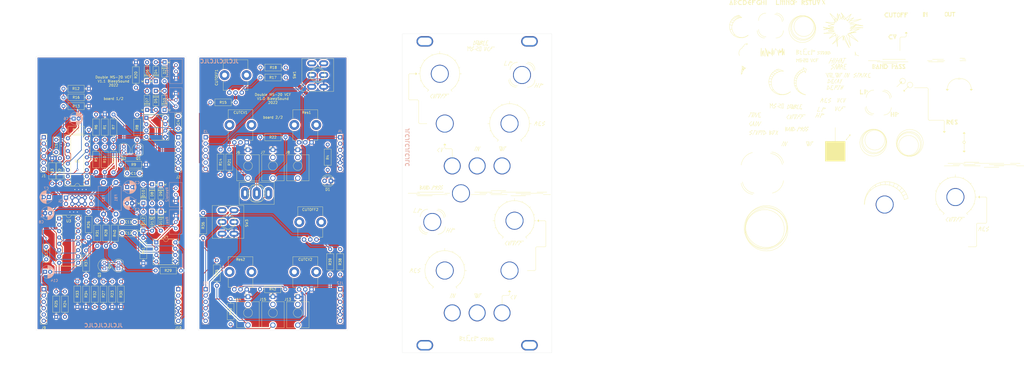
<source format=kicad_pcb>
(kicad_pcb (version 20211014) (generator pcbnew)
  (layers (0 "F.Cu" signal) (31 "B.Cu" signal) (34 "B.Paste" user) (35 "F.Paste" user) (36 "B.SilkS" user "B.Silkscreen") (37 "F.SilkS" user "F.Silkscreen") (38 "B.Mask" user) (39 "F.Mask" user) (44 "Edge.Cuts" user))
  (net 0 "")
  (net 1 "GND")
  (net 2 "+12V")
  (net 3 "-12V")
  (net 4 "Net-(C4-Pad1)")
  (net 5 "Net-(C5-Pad1)")
  (net 6 "Net-(C6-Pad2)")
  (net 7 "Net-(D3-Pad2)")
  (net 8 "Net-(R10-Pad2)")
  (net 9 "Net-(C1-Pad2)")
  (net 10 "Net-(C1-Pad1)")
  (net 11 "Net-(C4-Pad2)")
  (net 12 "/HPass")
  (net 13 "/Out1")
  (net 14 "Net-(C11-Pad2)")
  (net 15 "Net-(C11-Pad1)")
  (net 16 "Net-(C12-Pad2)")
  (net 17 "Net-(C12-Pad1)")
  (net 18 "/Filtre2/HPass")
  (net 19 "Net-(C13-Pad1)")
  (net 20 "Net-(C14-Pad2)")
  (net 21 "/Filtre2/Out1")
  (net 22 "Net-(CUTCV1-Pad2)")
  (net 23 "/CVIn")
  (net 24 "Net-(CUTCV2-Pad2)")
  (net 25 "/Filtre2/CVIn")
  (net 26 "Net-(CUTOFF1-Pad1)")
  (net 27 "Net-(CUTOFF1-Pad2)")
  (net 28 "Net-(CUTOFF1-Pad3)")
  (net 29 "Net-(CUTOFF2-Pad1)")
  (net 30 "Net-(CUTOFF2-Pad2)")
  (net 31 "Net-(CUTOFF2-Pad3)")
  (net 32 "Net-(D1-Pad2)")
  (net 33 "Net-(D2-Pad2)")
  (net 34 "Net-(D2-Pad1)")
  (net 35 "Net-(D4-Pad1)")
  (net 36 "Net-(D5-Pad2)")
  (net 37 "Net-(D6-Pad1)")
  (net 38 "Net-(D8-Pad2)")
  (net 39 "Net-(D10-Pad2)")
  (net 40 "Net-(D11-Pad1)")
  (net 41 "Net-(D10-Pad1)")
  (net 42 "Net-(D11-Pad2)")
  (net 43 "Net-(D12-Pad1)")
  (net 44 "Net-(FB1-Pad2)")
  (net 45 "Net-(FB2-Pad2)")
  (net 46 "/LPass")
  (net 47 "/FilterOut")
  (net 48 "/Cutoff")
  (net 49 "/ResOut")
  (net 50 "/FilterIn")
  (net 51 "/JackOut")
  (net 53 "/Filtre2/LPass")
  (net 54 "/Filtre2/FilterOut")
  (net 55 "/Filtre2/Cutoff")
  (net 56 "/Filtre2/ResOut")
  (net 57 "Filter2In")
  (net 58 "Net-(Q1-Pad1)")
  (net 59 "Net-(Q1-Pad3)")
  (net 60 "Net-(Q3-Pad1)")
  (net 61 "Net-(Q3-Pad3)")
  (net 62 "Net-(R1-Pad2)")
  (net 63 "Net-(R2-Pad2)")
  (net 64 "Net-(R5-Pad2)")
  (net 65 "Net-(R11-Pad2)")
  (net 66 "Net-(R12-Pad2)")
  (net 67 "Net-(R21-Pad1)")
  (net 68 "Net-(R23-Pad2)")
  (net 69 "Net-(R24-Pad2)")
  (net 70 "Net-(R26-Pad2)")
  (net 71 "Net-(R27-Pad2)")
  (net 72 "Net-(R32-Pad2)")
  (net 73 "Net-(R33-Pad2)")
  (net 74 "Net-(R42-Pad1)")
  (footprint "Capacitor_THT:C_Disc_D7.0mm_W2.5mm_P5.00mm" (layer "F.Cu") (at 87 60.5 -90)
    (fp_text reference "C4")
    (fp_text value "1nF")
  )
  (footprint "Capacitor_THT:C_Disc_D7.0mm_W2.5mm_P5.00mm" (layer "F.Cu") (at 69.5 107.5 180)
    (fp_text reference "C12")
    (fp_text value "1nF")
  )
  (footprint "Capacitor_THT:C_Disc_D7.0mm_W2.5mm_P5.00mm" (layer "F.Cu") (at 34 113 -90)
    (fp_text reference "C13")
    (fp_text value "1nF")
  )
  (footprint "Potentiometer_THT:Potentiometer_Bourns_PTV09A-1_Single_Vertical" (layer "F.Cu") (at 114.5 71.05 90)
    (fp_text reference "CUTCV1")
    (fp_text value "100k")
  )
  (footprint "Potentiometer_THT:Potentiometer_Bourns_PTV09A-1_Single_Vertical" (layer "F.Cu") (at 112.5 51.05 90)
    (fp_text reference "CUTOFF1")
    (fp_text value "100k")
  )
  (footprint "LED_THT:LED_D4.0mm" (layer "F.Cu") (at 148.275 86.5 180)
    (fp_text reference "D1")
    (fp_text value "LED-12V")
  )
  (footprint "Diode_THT:D_DO-35_SOD27_P7.62mm_Horizontal" (layer "F.Cu") (at 81.5 38.88 -90)
    (fp_text reference "D2")
    (fp_text value "1N4148")
  )
  (footprint "Diode_THT:D_DO-35_SOD27_P7.62mm_Horizontal" (layer "F.Cu") (at 81.5 58 90)
    (fp_text reference "D3")
    (fp_text value "1N4148")
  )
  (footprint "Diode_THT:D_DO-35_SOD27_P7.62mm_Horizontal" (layer "F.Cu") (at 78 46.5 90)
    (fp_text reference "D4")
    (fp_text value "1N4148")
  )
  (footprint "Diode_THT:D_DO-35_SOD27_P7.62mm_Horizontal" (layer "F.Cu") (at 78 50.38 -90)
    (fp_text reference "D5")
    (fp_text value "1N4148")
  )
  (footprint "Diode_THT:D_DO-35_SOD27_P7.62mm_Horizontal" (layer "F.Cu") (at 74.5 46.5 90)
    (fp_text reference "D6")
    (fp_text value "1N4148")
  )
  (footprint "Diode_THT:D_DO-35_SOD27_P7.62mm_Horizontal" (layer "F.Cu") (at 74.5 58 90)
    (fp_text reference "D7")
    (fp_text value "1N4148")
  )
  (footprint "Connector_PinSocket_2.54mm:PinSocket_1x06_P2.54mm_Vertical" (layer "F.Cu") (at 87 69)
    (fp_text reference "J2")
    (fp_text value "Conn_CircuitBoard")
  )
  (footprint "Connector_Audio:Jack_3.5mm_QingPu_WQP-PJ398SM_Vertical_CircularHoles" (layer "F.Cu") (at 115 74)
    (fp_text reference "J6")
    (fp_text value "FilterCV1")
  )
  (footprint "Connector_Audio:Jack_3.5mm_QingPu_WQP-PJ398SM_Vertical_CircularHoles" (layer "F.Cu") (at 125 74)
    (fp_text reference "J7")
    (fp_text value "FilterIn1")
  )
  (footprint "Connector_Audio:Jack_3.5mm_QingPu_WQP-PJ398SM_Vertical_CircularHoles" (layer "F.Cu") (at 135 74)
    (fp_text reference "J8")
    (fp_text value "FilterOut1")
  )
  (footprint "Connector_PinSocket_2.54mm:PinSocket_1x06_P2.54mm_Vertical" (layer "F.Cu") (at 33 130)
    (fp_text reference "J9")
    (fp_text value "Conn_CircuitBoard")
  )
  (footprint "Package_TO_SOT_THT:TO-92_Inline" (layer "F.Cu") (at 71 75.27 90)
    (fp_text reference "Q1")
    (fp_text value "BC559")
  )
  (footprint "Package_TO_SOT_THT:TO-92_Inline" (layer "F.Cu") (at 65.14 72.73 -90)
    (fp_text reference "Q2")
    (fp_text value "BC559")
  )
  (footprint "Package_TO_SOT_THT:TO-92_Inline" (layer "F.Cu") (at 57.36 121.77 90)
    (fp_text reference "Q3")
    (fp_text value "BC559")
  )
  (footprint "Resistor_THT:R_Axial_DIN0207_L6.3mm_D2.5mm_P10.16mm_Horizontal" (layer "F.Cu") (at 57.5 59.84 -90)
    (fp_text reference "R1")
    (fp_text value "470")
  )
  (footprint "Resistor_THT:R_Axial_DIN0207_L6.3mm_D2.5mm_P10.16mm_Horizontal" (layer "F.Cu") (at 36.4 77.42 -90)
    (fp_text reference "R3")
    (fp_text value "470")
  )
  (footprint "Resistor_THT:R_Axial_DIN0207_L6.3mm_D2.5mm_P10.16mm_Horizontal" (layer "F.Cu") (at 54 72.84 -90)
    (fp_text reference "R5")
    (fp_text value "2.2k")
  )
  (footprint "Resistor_THT:R_Axial_DIN0207_L6.3mm_D2.5mm_P10.16mm_Horizontal" (layer "F.Cu") (at 54 70 90)
    (fp_text reference "R6")
    (fp_text value "100k")
  )
  (footprint "Resistor_THT:R_Axial_DIN0207_L6.3mm_D2.5mm_P10.16mm_Horizontal" (layer "F.Cu") (at 61 70 90)
    (fp_text reference "R7")
    (fp_text value "100k")
  )
  (footprint "Resistor_THT:R_Axial_DIN0207_L6.3mm_D2.5mm_P10.16mm_Horizontal" (layer "F.Cu") (at 74.08 80 180)
    (fp_text reference "R9")
    (fp_text value "2.2k")
  )
  (footprint "Resistor_THT:R_Axial_DIN0207_L6.3mm_D2.5mm_P10.16mm_Horizontal" (layer "F.Cu") (at 51.08 66 180)
    (fp_text reference "R11")
    (fp_text value "100k")
  )
  (footprint "Resistor_THT:R_Axial_DIN0207_L6.3mm_D2.5mm_P10.16mm_Horizontal" (layer "F.Cu") (at 51.08 49.5 180)
    (fp_text reference "R12")
    (fp_text value "470")
  )
  (footprint "Resistor_THT:R_Axial_DIN0207_L6.3mm_D2.5mm_P10.16mm_Horizontal" (layer "F.Cu") (at 51.08 56.5 180)
    (fp_text reference "R13")
    (fp_text value "470")
  )
  (footprint "Resistor_THT:R_Axial_DIN0207_L6.3mm_D2.5mm_P10.16mm_Horizontal" (layer "F.Cu") (at 104 84.08 90)
    (fp_text reference "R14")
    (fp_text value "82k")
  )
  (footprint "Resistor_THT:R_Axial_DIN0207_L6.3mm_D2.5mm_P10.16mm_Horizontal" (layer "F.Cu") (at 99.92 55)
    (fp_text reference "R15")
    (fp_text value "100k")
  )
  (footprint "Resistor_THT:R_Axial_DIN0207_L6.3mm_D2.5mm_P10.16mm_Horizontal" (layer "F.Cu") (at 40.92 53)
    (fp_text reference "R16")
    (fp_text value "100k")
  )
  (footprint "Resistor_THT:R_Axial_DIN0207_L6.3mm_D2.5mm_P10.16mm_Horizontal" (layer "F.Cu") (at 120 45)
    (fp_text reference "R17")
    (fp_text value "33k")
  )
  (footprint "Resistor_THT:R_Axial_DIN0207_L6.3mm_D2.5mm_P10.16mm_Horizontal" (layer "F.Cu") (at 130.16 41 180)
    (fp_text reference "R18")
    (fp_text value "56k")
  )
  (footprint "Resistor_THT:R_Axial_DIN0207_L6.3mm_D2.5mm_P10.16mm_Horizontal" (layer "F.Cu") (at 70 38.92 -90)
    (fp_text reference "R20")
    (fp_text value "2.2k")
  )
  (footprint "Resistor_THT:R_Axial_DIN0207_L6.3mm_D2.5mm_P10.16mm_Horizontal" (layer "F.Cu") (at 107.5 73.92 -90)
    (fp_text reference "R21")
    (fp_text value "1k")
  )
  (footprint "Resistor_THT:R_Axial_DIN0207_L6.3mm_D2.5mm_P10.16mm_Horizontal" (layer "F.Cu") (at 130.08 69 180)
    (fp_text reference "R22")
    (fp_text value "1k")
  )
  (footprint "Resistor_THT:R_Axial_DIN0207_L6.3mm_D2.5mm_P10.16mm_Horizontal" (layer "F.Cu") (at 60.5 137.08 90)
    (fp_text reference "R23")
    (fp_text value "470")
  )
  (footprint "Resistor_THT:R_Axial_DIN0207_L6.3mm_D2.5mm_P10.16mm_Horizontal" (layer "F.Cu") (at 51 109.08 90)
    (fp_text reference "R26")
    (fp_text value "2.2k")
  )
  (footprint "Resistor_THT:R_Axial_DIN0207_L6.3mm_D2.5mm_P10.16mm_Horizontal" (layer "F.Cu") (at 57 126.92 -90)
    (fp_text reference "R27")
    (fp_text value "100k")
  )
  (footprint "Resistor_THT:R_Axial_DIN0207_L6.3mm_D2.5mm_P10.16mm_Horizontal" (layer "F.Cu") (at 58 102.42 -90)
    (fp_text reference "R28")
    (fp_text value "100k")
  )
  (footprint "Resistor_THT:R_Axial_DIN0207_L6.3mm_D2.5mm_P10.16mm_Horizontal" (layer "F.Cu") (at 77.92 122.5)
    (fp_text reference "R29")
    (fp_text value "1k")
  )
  (footprint "Resistor_THT:R_Axial_DIN0207_L6.3mm_D2.5mm_P10.16mm_Horizontal" (layer "F.Cu") (at 64 137.08 90)
    (fp_text reference "R30")
    (fp_text value "2.2k")
  )
  (footprint "Resistor_THT:R_Axial_DIN0207_L6.3mm_D2.5mm_P10.16mm_Horizontal" (layer "F.Cu") (at 54.5 102.42 -90)
    (fp_text reference "R31")
    (fp_text value "1.8k")
  )
  (footprint "Resistor_THT:R_Axial_DIN0207_L6.3mm_D2.5mm_P10.16mm_Horizontal" (layer "F.Cu") (at 53.5 137.08 90)
    (fp_text reference "R32")
    (fp_text value "100k")
  )
  (footprint "Resistor_THT:R_Axial_DIN0207_L6.3mm_D2.5mm_P10.16mm_Horizontal" (layer "F.Cu") (at 46.5 137.08 90)
    (fp_text reference "R33")
    (fp_text value "470")
  )
  (footprint "Resistor_THT:R_Axial_DIN0207_L6.3mm_D2.5mm_P10.16mm_Horizontal" (layer "F.Cu") (at 50 137.08 90)
    (fp_text reference "R34")
    (fp_text value "470")
  )
  (footprint "Resistor_THT:R_Axial_DIN0207_L6.3mm_D2.5mm_P10.16mm_Horizontal" (layer "F.Cu") (at 50 124.58 90)
    (fp_text reference "R37")
    (fp_text value "100k")
  )
  (footprint "Resistor_THT:R_Axial_DIN0207_L6.3mm_D2.5mm_P10.16mm_Horizontal" (layer "F.Cu") (at 61.5 102.42 -90)
    (fp_text reference "R40")
    (fp_text value "1.8k")
  )
  (footprint "Resistor_THT:R_Axial_DIN0207_L6.3mm_D2.5mm_P10.16mm_Horizontal" (layer "F.Cu") (at 73 119.58 90)
    (fp_text reference "R41")
    (fp_text value "2.2k")
  )
  (footprint "Resistor_THT:R_Axial_DIN0207_L6.3mm_D2.5mm_P10.16mm_Horizontal" (layer "F.Cu") (at 130 130 180)
    (fp_text reference "R42")
    (fp_text value "1k")
  )
  (footprint "Resistor_THT:R_Axial_DIN0207_L6.3mm_D2.5mm_P10.16mm_Horizontal" (layer "F.Cu") (at 108 144.08 90)
    (fp_text reference "R43")
    (fp_text value "1k")
  )
  (footprint "Potentiometer_THT:Potentiometer_Bourns_PTV09A-1_Single_Vertical" (layer "F.Cu") (at 140.5 71.05 90)
    (fp_text reference "Res1")
    (fp_text value "100k")
  )
  (footprint "Synth:SW_DPDT_Toggle" (layer "F.Cu") (at 143 44 90)
    (fp_text reference "SW1")
    (fp_text value "Hpass/Lpass Switch")
  )
  (footprint "Synth:SW_Toggle_Blue_wSlots" (layer "F.Cu") (at 118.5 91.5)
    (fp_text reference "SW2" hide)
    (fp_text value "Bandpass")
  )
  (footprint "Package_DIP:DIP-16_W7.62mm_Socket" (layer "F.Cu") (at 39.2 101.6)
    (fp_text reference "U3")
    (fp_text value "LM13700")
  )
  (footprint "Package_DIP:DIP-8_W7.62mm_Socket" (layer "F.Cu") (at 78.2 111.2)
    (fp_text reference "U4")
    (fp_text value "TL072")
  )
  (footprint "Connector_Audio:Jack_3.5mm_QingPu_WQP-PJ398SM_Vertical_CircularHoles" (layer "F.Cu") (at 135 133)
    (fp_text reference "J13")
    (fp_text value "FilterCV2")
  )
  (footprint "Connector_Audio:Jack_3.5mm_QingPu_WQP-PJ398SM_Vertical_CircularHoles" (layer "F.Cu") (at 115 133)
    (fp_text reference "J14")
    (fp_text value "FilterIn2")
  )
  (footprint "Connector_Audio:Jack_3.5mm_QingPu_WQP-PJ398SM_Vertical_CircularHoles" (layer "F.Cu") (at 125 133)
    (fp_text reference "J15")
    (fp_text value "FilterOut2")
  )
  (footprint "Connector_PinSocket_2.54mm:PinSocket_1x06_P2.54mm_Vertical" (layer "F.Cu") (at 87 130)
    (fp_text reference "J10")
    (fp_text value "Conn_CircuitBoard")
  )
  (footprint "Resistor_THT:R_Axial_DIN0207_L6.3mm_D2.5mm_P10.16mm_Horizontal" (layer "F.Cu") (at 70.5 70.08 90)
    (fp_text reference "R8")
    (fp_text value "1k")
  )
  (footprint "Resistor_THT:R_Axial_DIN0207_L6.3mm_D2.5mm_P10.16mm_Horizontal" (layer "F.Cu") (at 147 71.92 -90)
    (fp_text reference "R4")
    (fp_text value "2.2k")
  )
  (footprint "Resistor_THT:R_Axial_DIN0207_L6.3mm_D2.5mm_P10.16mm_Horizontal" (layer "F.Cu") (at 97 109.5 90)
    (fp_text reference "R36")
    (fp_text value "100k")
  )
  (footprint "Resistor_THT:R_Axial_DIN0207_L6.3mm_D2.5mm_P10.16mm_Horizontal" (layer "F.Cu") (at 148 124.08 90)
    (fp_text reference "R39")
    (fp_text value "56k")
  )
  (footprint "Resistor_THT:R_Axial_DIN0207_L6.3mm_D2.5mm_P10.16mm_Horizontal" (layer "F.Cu") (at 152 113.92 -90)
    (fp_text reference "R38")
    (fp_text value "33k")
  )
  (footprint "Resistor_THT:R_Axial_DIN0207_L6.3mm_D2.5mm_P10.16mm_Horizontal" (layer "F.Cu") (at 102.5 118.42 -90)
    (fp_text reference "R35")
    (fp_text value "82k")
  )
  (footprint "Package_DIP:DIP-8_W7.62mm_Socket" (layer "F.Cu") (at 74.2 61.2)
    (fp_text reference "U2")
    (fp_text value "TL072")
  )
  (footprint "Package_TO_SOT_THT:TO-92_Inline" (layer "F.Cu") (at 63 121.77 90)
    (fp_text reference "Q4")
    (fp_text value "BC559")
  )
  (footprint "Synth:Doepfer Mounting hole" (layer "F.Cu") (at 186 30.5)
    (fp_text reference "H1" hide)
    (fp_text value "MountingHole_Pad")
  )
  (footprint "Synth:Doepfer Mounting hole" (layer "F.Cu") (at 228 30.5)
    (fp_text reference "H2" hide)
    (fp_text value "MountingHole_Pad")
  )
  (footprint "Synth:Doepfer Mounting hole" (layer "F.Cu") (at 228 152.5)
    (fp_text reference "H3" hide)
    (fp_text value "MountingHole_Pad")
  )
  (footprint "Synth:Doepfer Mounting hole" (layer "F.Cu") (at 186 152.5)
    (fp_text reference "H4" hide)
    (fp_text value "MountingHole_Pad")
  )
  (footprint "Synth:SW_DPDT_Toggle" (layer "F.Cu") (at 107 103 90)
    (fp_text reference "SW3")
    (fp_text value "Hpass/Lpass Switch")
  )
  (footprint "Potentiometer_THT:Potentiometer_Bourns_PTV09A-1_Single_Vertical" (layer "F.Cu") (at 140.5 130.05 90)
    (fp_text reference "CUTCV2")
    (fp_text value "100k")
  )
  (footprint "Potentiometer_THT:Potentiometer_Bourns_PTV09A-1_Single_Vertical" (layer "F.Cu") (at 114.5 130.05 90)
    (fp_text reference "Res2")
    (fp_text value "100k")
  )
  (footprint "Potentiometer_THT:Potentiometer_Bourns_PTV09A-1_Single_Vertical" (layer "F.Cu") (at 142.5 110.05 90)
    (fp_text reference "CUTOFF2")
    (fp_text value "100k")
  )
  (footprint "Capacitor_THT:C_Disc_D7.0mm_W2.5mm_P5.00mm" (layer "F.Cu") (at 64.5 103)
    (fp_text reference "C11")
    (fp_text value "1nF")
  )
  (footprint "Diode_THT:D_DO-35_SOD27_P7.62mm_Horizontal" (layer "F.Cu") (at 73 95.5 90)
    (fp_text reference "D10")
    (fp_text value "1N4148")
  )
  (footprint "Diode_THT:D_DO-35_SOD27_P7.62mm_Horizontal" (layer "F.Cu") (at 76.5 87.88 -90)
    (fp_text reference "D8")
    (fp_text value "1N4148")
  )
  (footprint "Diode_THT:D_DO-35_SOD27_P7.62mm_Horizontal" (layer "F.Cu") (at 80 87.88 -90)
    (fp_text reference "D9")
    (fp_text value "1N4148")
  )
  (footprint "Diode_THT:D_DO-35_SOD27_P7.62mm_Horizontal" (layer "F.Cu") (at 76.5 98.88 -90)
    (fp_text reference "D13")
    (fp_text value "1N4148")
  )
  (footprint "Diode_THT:D_DO-35_SOD27_P7.62mm_Horizontal" (layer "F.Cu") (at 73 106.5 90)
    (fp_text reference "D12")
    (fp_text value "1N4148")
  )
  (footprint "Diode_THT:D_DO-35_SOD27_P7.62mm_Horizontal" (layer "F.Cu") (at 80 98.88 -90)
    (fp_text reference "D11")
    (fp_text value "1N4148")
  )
  (footprint "Capacitor_THT:C_Disc_D7.0mm_W2.5mm_P5.00mm" (layer "F.Cu") (at 66.5 83.5)
    (fp_text reference "C1")
    (fp_text value "1nF")
  )
  (footprint "Resistor_THT:R_Axial_DIN0207_L6.3mm_D2.5mm_P10.16mm_Horizontal" (layer "F.Cu") (at 39.5 77.42 -90)
    (fp_text reference "R2")
    (fp_text value "100k")
  )
  (footprint "Resistor_THT:R_Axial_DIN0207_L6.3mm_D2.5mm_P10.16mm_Horizontal" (layer "F.Cu") (at 57.5 83 90)
    (fp_text reference "R10")
    (fp_text value "1.8k")
  )
  (footprint "Resistor_THT:R_Axial_DIN0207_L6.3mm_D2.5mm_P10.16mm_Horizontal" (layer "F.Cu") (at 61 72.92 -90)
    (fp_text reference "R19")
    (fp_text value "1.8k")
  )
  (footprint "Package_DIP:DIP-16_W7.62mm_Socket" (layer "F.Cu") (at 50.3 87.2 180)
    (fp_text reference "U1")
    (fp_text value "LM13700")
  )
  (footprint "Connector_PinSocket_2.54mm:PinSocket_1x06_P2.54mm_Vertical" (layer "F.Cu") (at 33 69)
    (fp_text reference "J1")
    (fp_text value "Conn_CircuitBoard")
  )
  (footprint "Capacitor_THT:C_Disc_D7.0mm_W2.5mm_P5.00mm" (layer "F.Cu") (at 38 70 -90)
    (fp_text reference "C5")
    (fp_text value "1nF")
  )
  (footprint "Resistor_THT:R_Axial_DIN0207_L6.3mm_D2.5mm_P10.16mm_Horizontal" (layer "F.Cu") (at 38 141.08 90)
    (fp_text reference "R25")
    (fp_text value "470")
  )
  (footprint "Resistor_THT:R_Axial_DIN0207_L6.3mm_D2.5mm_P10.16mm_Horizontal" (layer "F.Cu") (at 41.5 141.08 90)
    (fp_text reference "R24")
    (fp_text value "100k")
  )
  (footprint "Capacitor_THT:CP_Radial_D5.0mm_P2.00mm" (layer "B.Cu") (at 66.5 89)
    (fp_text reference "C2")
    (fp_text value "10µ")
  )
  (footprint "Capacitor_THT:CP_Radial_D5.0mm_P2.00mm" (layer "B.Cu") (at 68.455113 95.5 180)
    (fp_text reference "C3")
    (fp_text value "10µ")
  )
  (footprint "Capacitor_THT:CP_Radial_D5.0mm_P2.00mm" (layer "B.Cu") (at 45 61.5)
    (fp_text reference "C6")
    (fp_text value "10µF")
  )
  (footprint "Inductor_THT:L_Axial_L9.5mm_D4.0mm_P12.70mm_Horizontal_Fastron_SMCC" (layer "B.Cu") (at 57 99.85 90)
    (fp_text reference "FB2")
    (fp_text value "10R")
  )
  (footprint "Connector_PinHeader_2.54mm:PinHeader_1x06_P2.54mm_Vertical" (layer "B.Cu") (at 98 69 180)
    (fp_text reference "J3")
    (fp_text value "Conn_JackBoard")
  )
  (footprint "Connector_PinHeader_2.54mm:PinHeader_1x06_P2.54mm_Vertical" (layer "B.Cu") (at 152 69 180)
    (fp_text reference "J4")
    (fp_text value "Conn_JackBoard")
  )
  (footprint "Connector_PinHeader_2.54mm:PinHeader_2x05_P2.54mm_Vertical" (layer "B.Cu") (at 41.925 93.225 -90)
    (fp_text reference "J5")
    (fp_text value "Power Input")
  )
  (footprint "Connector_PinHeader_2.54mm:PinHeader_1x06_P2.54mm_Vertical" (layer "B.Cu") (at 98 130 180)
    (fp_text reference "J11")
    (fp_text value "Conn_JackBoard")
  )
  (footprint "Potentiometer_THT:Potentiometer_Bourns_3386C_Horizontal" (layer "B.Cu") (at 86.08 45.08)
    (fp_text reference "ResLv1")
    (fp_text value "3.3k")
  )
  (footprint "Potentiometer_THT:Potentiometer_Bourns_3386C_Horizontal" (layer "B.Cu") (at 86 56.58)
    (fp_text reference "ResVol1")
    (fp_text value "10k")
  )
  (footprint "Connector_PinHeader_2.54mm:PinHeader_1x06_P2.54mm_Vertical" (layer "B.Cu") (at 152 130 180)
    (fp_text reference "J12")
    (fp_text value "Conn_JackBoard")
  )
  (footprint "Capacitor_THT:CP_Radial_D5.0mm_P2.00mm" (layer "B.Cu") (at 33.544888 123)
    (fp_text reference "C14")
    (fp_text value "10µF")
  )
  (footprint "Inductor_THT:L_Axial_L9.5mm_D4.0mm_P12.70mm_Horizontal_Fastron_SMCC" (layer "B.Cu") (at 62 87.15 -90)
    (fp_text reference "FB1")
    (fp_text value "10R")
  )
  (footprint "Potentiometer_THT:Potentiometer_Bourns_3386C_Horizontal" (layer "B.Cu") (at 86 100.5 180)
    (fp_text reference "ResLv2")
    (fp_text value "3.3k")
  )
  (footprint "Potentiometer_THT:Potentiometer_Bourns_3386C_Horizontal" (layer "B.Cu") (at 86 89.5 180)
    (fp_text reference "ResVol2")
    (fp_text value "10k")
  )
  (footprint "Capacitor_THT:CP_Radial_D5.0mm_P2.00mm" (layer "B.Cu") (at 33.544888 99.5)
    (fp_text reference "C8")
    (fp_text value "0.1µ")
  )
  (footprint "Capacitor_THT:CP_Radial_D5.0mm_P2.00mm" (layer "B.Cu") (at 35.044888 93 180)
    (fp_text reference "C7")
    (fp_text value "0.1µ")
  )
  (gr_line (start 183 91) (end 193.5 91) (layer "F.SilkS") (width 0.12))
  (gr_line (start 189 92.5) (end 183 92.5) (layer "F.SilkS") (width 0.12))
  (gr_line (start 182.5 92) (end 195 92) (layer "F.SilkS") (width 0.12))
  (gr_line (start 179.25 91.5) (end 184 91.5) (layer "F.SilkS") (width 0.12))
  (gr_line (start 219 92) (end 212.5 92) (layer "F.SilkS") (width 0.12))
  (gr_line (start 213 91) (end 206 91) (layer "F.SilkS") (width 0.12))
  (gr_line (start 210.5 92) (end 204.5 92) (layer "F.SilkS") (width 0.12))
  (gr_line (start 216.5 91) (end 228.5 91) (layer "F.SilkS") (width 0.12))
  (gr_line (start 201.1 149.3) (end 200.1 148.9) (layer "F.SilkS") (width 0.12))
  (gr_line (start 205.9 150.5) (end 206.1 150.7) (layer "F.SilkS") (width 0.12))
  (gr_line (start 210.7 149.5) (end 209.9 149.5) (layer "F.SilkS") (width 0.12))
  (gr_line (start 213.3 149.5) (end 213.7 150.3) (layer "F.SilkS") (width 0.12))
  (gr_arc (start 226.7 39.4) (mid 228.82132 40.27868) (end 229.7 42.4) (layer "F.SilkS") (width 0.12))
  (gr_arc (start 223.2 48.4) (mid 221.07868 47.52132) (end 220.2 45.4) (layer "F.SilkS") (width 0.12))
  (gr_arc (start 230.2 45.9) (mid 229.32132 48.02132) (end 227.2 48.9) (layer "F.SilkS") (width 0.12))
  (gr_arc (start 222.7 48.9) (mid 220.57868 48.02132) (end 219.7 45.9) (layer "F.SilkS") (width 0.12))
  (gr_arc (start 220.2 41.9) (mid 221.07868 39.77868) (end 223.2 38.9) (layer "F.SilkS") (width 0.12))
  (gr_arc (start 227.2 38.9) (mid 229.32132 39.77868) (end 230.2 41.9) (layer "F.SilkS") (width 0.12))
  (gr_arc (start 234.1 102.5) (mid 234.453552 102.646448) (end 234.6 103) (layer "F.SilkS") (width 0.12))
  (gr_line (start 230 122.5) (end 227.153553 122.5) (layer "F.SilkS") (width 0.12))
  (gr_arc (start 191.2 97.9) (mid 193.32132 98.77868) (end 194.2 100.9) (layer "F.SilkS") (width 0.12))
  (gr_arc (start 184.2 100.9) (mid 185.07868 98.77868) (end 187.2 97.9) (layer "F.SilkS") (width 0.12))
  (gr_arc (start 186.7 107.9) (mid 184.57868 107.02132) (end 183.7 104.9) (layer "F.SilkS") (width 0.12))
  (gr_arc (start 194.2 104.9) (mid 193.32132 107.02132) (end 191.2 107.9) (layer "F.SilkS") (width 0.12))
  (gr_arc (start 187.2 107.4) (mid 185.07868 106.52132) (end 184.2 104.4) (layer "F.SilkS") (width 0.12))
  (gr_arc (start 190.7 98.4) (mid 192.82132 99.27868) (end 193.7 101.4) (layer "F.SilkS") (width 0.12))
  (gr_line (start 230.5 113.5) (end 230.5 122) (layer "F.SilkS") (width 0.12))
  (gr_arc (start 230.5 113.5) (mid 230.646447 113.146447) (end 231 113) (layer "F.SilkS") (width 0.12))
  (gr_line (start 231.7 102.5) (end 234.113389 102.5) (layer "F.SilkS") (width 0.12))
  (gr_arc (start 230.5 122) (mid 230.353553 122.353553) (end 230 122.5) (layer "F.SilkS") (width 0.12))
  (gr_poly (pts (xy 231.2 102.5) (xy 231.7 102) (xy 231.7 103)) (layer "F.SilkS") (width 0.1) (fill solid))
  (gr_line (start 234.6 103) (end 234.6 112.5) (layer "F.SilkS") (width 0.12))
  (gr_line (start 315.490253 31.664932) (end 315.3 31.2) (layer "F.SilkS") (width 0.12))
  (gr_line (start 221.625 110.65) (end 222.425 110.65) (layer "F.SilkS") (width 0.12))
  (gr_line (start 190.8 89.2) (end 190.5 89.2) (layer "F.SilkS") (width 0.12))
  (gr_line (start 206.7 72.8) (end 206.5 72.9) (layer "F.SilkS") (width 0.12))
  (gr_line (start 331.6 66) (end 330.8 65.7) (layer "F.SilkS") (width 0.12))
  (gr_line (start 328.45 34.45) (end 328.45 33.65) (layer "F.SilkS") (width 0.12))
  (gr_arc (start 364.15 43.75) (mid 364.267157 43.467157) (end 364.55 43.35) (layer "F.SilkS") (width 0.12))
  (gr_line (start 426.5 80.5) (end 423.5 80.5) (layer "F.SilkS") (width 0.12))
  (gr_line (start 343.45 38.15) (end 343.55 38.05) (layer "F.SilkS") (width 0.12))
  (gr_line (start 339.75 15.75) (end 339.05 15.75) (layer "F.SilkS") (width 0.12))
  (gr_line (start 344.6 59.4) (end 344.5 59.4) (layer "F.SilkS") (width 0.12))
  (gr_line (start 349.75 49.85) (end 349.55 50.05) (layer "F.SilkS") (width 0.12))
  (gr_line (start 372.1 28.65) (end 372.7 29.55) (layer "F.SilkS") (width 0.12))
  (gr_line (start 188 89.5) (end 187.3 88.4) (layer "F.SilkS") (width 0.12))
  (gr_line (start 343.05 38.15) (end 343.15 38.05) (layer "F.SilkS") (width 0.12))
  (gr_line (start 210.85 32.75) (end 210.05 34.35) (layer "F.SilkS") (width 0.12))
  (gr_line (start 320.975 62.8) (end 320.875 62.8) (layer "F.SilkS") (width 0.12))
  (gr_line (start 230.45 48.3) (end 231.3 48.3) (layer "F.SilkS") (width 0.12))
  (gr_line (start 327.55 34.25) (end 328.05 36.15) (layer "F.SilkS") (width 0.12))
  (gr_arc (start 332.769006 50.73996) (mid 324.729991 49.155782) (end 327.954039 41.623126) (layer "F.SilkS") (width 0.12))
  (gr_line (start 314.75 14.05) (end 313.75 14.05) (layer "F.SilkS") (width 0.12))
  (gr_line (start 376.25 19.05) (end 376.65 19.65) (layer "F.SilkS") (width 0.12))
  (gr_line (start 375.25 19.25) (end 375.25 19.05) (layer "F.SilkS") (width 0.12))
  (gr_line (start 378.85 41.15) (end 378.65 41.45) (layer "F.SilkS") (width 0.12))
  (gr_line (start 361.9 24.3) (end 356.65 23.8) (layer "F.SilkS") (width 0.12))
  (gr_line (start 341.75 14.05) (end 341.95 14.05) (layer "F.SilkS") (width 0.12))
  (gr_line (start 206.7 33.45) (end 206.7 33.95) (layer "F.SilkS") (width 0.12))
  (gr_line (start 319.95 14.05) (end 319.35 14.85) (layer "F.SilkS") (width 0.12))
  (gr_line (start 336.2 64.9) (end 337.1 65.3) (layer "F.SilkS") (width 0.12))
  (gr_line (start 353.75 39.25) (end 353.95 39.15) (layer "F.SilkS") (width 0.12))
  (gr_line (start 336.85 34.35) (end 336.65 34.55) (layer "F.SilkS") (width 0.12))
  (gr_arc (start 325.268047 74.909208) (mid 328.376838 76.371992) (end 329.982962 79.409208) (layer "F.SilkS") (width 0.12))
  (gr_line (start 349.25 47.25) (end 349.95 47.25) (layer "F.SilkS") (width 0.12))
  (gr_line (start 353.65 48.25) (end 352.75 49.85) (layer "F.SilkS") (width 0.12))
  (gr_line (start 186.5 88.4) (end 186 90) (layer "F.SilkS") (width 0.12))
  (gr_line (start 350.35 37.25) (end 350.25 37.25) (layer "F.SilkS") (width 0.12))
  (gr_line (start 233.25 64.4) (end 233.25 64.2) (layer "F.SilkS") (width 0.12))
  (gr_line (start 343.05 38.15) (end 343.45 38.15) (layer "F.SilkS") (width 0.12))
  (gr_line (start 310.95 21.65) (end 309.75 21.25) (layer "F.SilkS") (width 0.12))
  (gr_line (start 379.25 28.25) (end 379.25 27.25) (layer "F.SilkS") (width 0.12))
  (gr_line (start 350.9 27.3) (end 346.15 27.3) (layer "F.SilkS") (width 0.12))
  (gr_line (start 353.45 37.25) (end 353.35 39.25) (layer "F.SilkS") (width 0.12))
  (gr_circle (center 380.75 48) (end 380.25 47) (layer "F.SilkS") (width 0.12) (fill none))
  (gr_line (start 337.15 38.75) (end 336.55 38.75) (layer "F.SilkS") (width 0.12))
  (gr_line (start 321.85 36.35) (end 321.95 34.15) (layer "F.SilkS") (width 0.12))
  (gr_line (start 389.75 38.25) (end 387.75 38.25) (layer "F.SilkS") (width 0.12))
  (gr_line (start 398.625 101.15) (end 399.425 101.15) (layer "F.SilkS") (width 0.12))
  (gr_line (start 232.6 47.4) (end 233.5 47.8) (layer "F.SilkS") (width 0.12))
  (gr_line (start 345.9 24.8) (end 350.15 25.55) (layer "F.SilkS") (width 0.12))
  (gr_line (start 219.075 110.65) (end 219.175 110.75) (layer "F.SilkS") (width 0.12))
  (gr_line (start 234.15 62.7) (end 233.15 63.3) (layer "F.SilkS") (width 0.12))
  (gr_line (start 412.4 105) (end 412.2 104.9) (layer "F.SilkS") (width 0.12))
  (gr_line (start 377.05 19.25) (end 377.25 19.25) (layer "F.SilkS") (width 0.12))
  (gr_line (start 321.25 14.05) (end 321.25 15.75) (layer "F.SilkS") (width 0.12))
  (gr_line (start 328.85 34.95) (end 329.05 34.35) (layer "F.SilkS") (width 0.12))
  (gr_line (start 355.75 43.25) (end 355.75 44.95) (layer "F.SilkS") (width 0.12))
  (gr_line (start 336.15 37.65) (end 336.05 37.55) (layer "F.SilkS") (width 0.12))
  (gr_line (start 224.5875 110.65) (end 225.6375 110.65) (layer "F.SilkS") (width 0.12))
  (gr_line (start 356.65 26.3) (end 359.15 23.8) (layer "F.SilkS") (width 0.12))
  (gr_line (start 320.65 14.05) (end 319.65 14.05) (layer "F.SilkS") (width 0.12))
  (gr_line (start 342.05 37.85) (end 341.95 37.75) (layer "F.SilkS") (width 0.12))
  (gr_line (start 333.85 15.45) (end 333.65 15.75) (layer "F.SilkS") (width 0.12))
  (gr_line (start 396.35 20.25) (end 397.15 20.25) (layer "F.SilkS") (width 0.12))
  (gr_line (start 314.55 14.25) (end 313.95 14.25) (layer "F.SilkS") (width 0.12))
  (gr_line (start 367.75 39.75) (end 367.15 41.45) (layer "F.SilkS") (width 0.12))
  (gr_line (start 230.1 49) (end 230 49) (layer "F.SilkS") (width 0.12))
  (gr_line (start 376.65 20.45) (end 376.45 20.75) (layer "F.SilkS") (width 0.12))
  (gr_line (start 196.8 133.5) (end 196.7 133.5) (layer "F.SilkS") (width 0.12))
  (gr_line (start 338.75 43.15) (end 337.85 41.05) (layer "F.SilkS") (width 0.12))
  (gr_line (start 206.1 150.7) (end 206.1 150.5) (layer "F.SilkS") (width 0.12))
  (gr_line (start 226.39 57.972083) (end 226.04 58.292083) (layer "F.SilkS") (width 0.12))
  (gr_line (start 318.9 64.5) (end 318.8 64.5) (layer "F.SilkS") (width 0.12))
  (gr_line (start 317.3 67.4) (end 316.5 68) (layer "F.SilkS") (width 0.12))
  (gr_line (start 186 90) (end 185.9 90) (layer "F.SilkS") (width 0.12))
  (gr_line (start 232.45 64.3) (end 232.25 64.5) (layer "F.SilkS") (width 0.12))
  (gr_line (start 332.85 14.35) (end 332.85 15.45) (layer "F.SilkS") (width 0.12))
  (gr_line (start 316.5 68) (end 316.5 67.8) (layer "F.SilkS") (width 0.12))
  (gr_line (start 361.15 21.55) (end 356.65 23.3) (layer "F.SilkS") (width 0.12))
  (gr_line (start 211.45 34.4) (end 211.55 34.25) (layer "F.SilkS") (width 0.12))
  (gr_line (start 321.05 14.15) (end 321.25 14.05) (layer "F.SilkS") (width 0.12))
  (gr_line (start 351.75 37.25) (end 351.65 37.25) (layer "F.SilkS") (width 0.12))
  (gr_line (start 351.75 48.25) (end 351.45 48.85) (layer "F.SilkS") (width 0.12))
  (gr_arc (start 194.5 73.6) (mid 194.146447 73.453553) (end 194 73.1) (layer "F.SilkS") (width 0.12))
  (gr_line (start 351.05 48.25) (end 350.35 49.85) (layer "F.SilkS") (width 0.12))
  (gr_line (start 207.5 149.3) (end 206.1 149.7) (layer "F.SilkS") (width 0.12))
  (gr_line (start 338.05 35.75) (end 339.25 35.75) (layer "F.SilkS") (width 0.12))
  (gr_line (start 337.55 14.05) (end 337.55 15.75) (layer "F.SilkS") (width 0.12))
  (gr_line (start 335.25 33.95) (end 335.25 35.75) (layer "F.SilkS") (width 0.12))
  (gr_line (start 349.15 43.25) (end 348.75 44.95) (layer "F.SilkS") (width 0.12))
  (gr_arc (start 370.25 50.05) (mid 372.37132 50.92868) (end 373.25 53.05) (layer "F.SilkS") (width 0.12))
  (gr_line (start 182.2 97.5) (end 182.1 97.5) (layer "F.SilkS") (width 0.12))
  (gr_line (start 374 27.85) (end 374.7 29.55) (layer "F.SilkS") (width 0.12))
  (gr_line (start 377.05 19.05) (end 377.25 19.05) (layer "F.SilkS") (width 0.12))
  (gr_line (start 236.5 92) (end 233.5 92) (layer "F.SilkS") (width 0.12))
  (gr_line (start 314.75 41.25) (end 313.95 41.95) (layer "F.SilkS") (width 0.12))
  (gr_line (start 335.35 14.65) (end 334.35 15.05) (layer "F.SilkS") (width 0.12))
  (gr_line (start 311.55 14.85) (end 312.15 15.75) (layer "F.SilkS") (width 0.12))
  (gr_line (start 373.55 41.45) (end 373.55 39.75) (layer "F.SilkS") (width 0.12))
  (gr_line (start 335.25 49.65) (end 335.55 49.45) (layer "F.SilkS") (width 0.12))
  (gr_line (start 217.1 72.8) (end 216.8 74.5) (layer "F.SilkS") (width 0.12))
  (gr_line (start 338.65 38.15) (end 338.75 38.05) (layer "F.SilkS") (width 0.12))
  (gr_line (start 316.3 63.6) (end 316.8 64.5) (layer "F.SilkS") (width 0.12))
  (gr_line (start 349 53.4) (end 348 54) (layer "F.SilkS") (width 0.12))
  (gr_line (start 340.65 14.05) (end 340.15 14.05) (layer "F.SilkS") (width 0.12))
  (gr_line (start 354.65 37.25) (end 353.75 39.25) (layer "F.SilkS") (width 0.12))
  (gr_line (start 340.65 15.75) (end 340.85 15.75) (layer "F.SilkS") (width 0.12))
  (gr_line (start 364.15 44.15) (end 364.45 44.15) (layer "F.SilkS") (width 0.12))
  (gr_line (start 202.1 120.072083) (end 201.64 120.212083) (layer "F.SilkS") (width 0.12))
  (gr_line (start 191.625 51.65) (end 192.425 51.65) (layer "F.SilkS") (width 0.12))
  (gr_line (start 205.6 32.65) (end 205.6 32.85) (layer "F.SilkS") (width 0.12))
  (gr_line (start 203.3 32.65) (end 203.3 34.35) (layer "F.SilkS") (width 0.12))
  (gr_line (start 409.3 106.1) (end 409.1 106.6) (layer "F.SilkS") (width 0.12))
  (gr_line (start 374.55 19.25) (end 374.75 19.25) (layer "F.SilkS") (width 0.12))
  (gr_line (start 351.9 53.4) (end 351.8 55) (layer "F.SilkS") (width 0.12))
  (gr_line (start 352.65 47.25) (end 352.85 47.15) (layer "F.SilkS") (width 0.12))
  (gr_line (start 184.9 89.5) (end 184.1 89.2) (layer "F.SilkS") (width 0.12))
  (gr_line (start 363.5 91.7) (end 363.6 91.9) (layer "F.SilkS") (width 0.12))
  (gr_line (start 369.75 41.45) (end 369.75 40.65) (layer "F.SilkS") (width 0.12))
  (gr_line (start 346.55 15.65) (end 346.55 15.35) (layer "F.SilkS") (width 0.12))
  (gr_line (start 336.15 50.35) (end 335.95 50.55) (layer "F.SilkS") (width 0.12))
  (gr_line (start 183 54) (end 180 54) (layer "F.SilkS") (width 0.12))
  (gr_line (start 349.65 43.25) (end 349.25 44.95) (layer "F.SilkS") (width 0.12))
  (gr_line (start 319.25 66.3) (end 318.95 68) (layer "F.SilkS") (width 0.12))
  (gr_line (start 395.225 102.1) (end 395.725 102.85) (layer "F.SilkS") (width 0.12))
  (gr_line (start 399.25 63.05) (end 399.15 62.85) (layer "F.SilkS") (width 0.12))
  (gr_line (start 318.1 62.7) (end 318 64.5) (layer "F.SilkS") (width 0.12))
  (gr_line (start 334.45 61.7) (end 334.7 60) (layer "F.SilkS") (width 0.12))
  (gr_line (start 346 57) (end 346.9 57.4) (layer "F.SilkS") (width 0.12))
  (gr_arc (start 187.5 50) (mid 192 35.462851) (end 196.5 50) (layer "F.SilkS") (width 0.12))
  (gr_line (start 210.7 30.7) (end 210.5 32) (layer "F.SilkS") (width 0.12))
  (gr_line (start 337.15 37.55) (end 337.05 37.45) (layer "F.SilkS") (width 0.12))
  (gr_line (start 397.55 63.75) (end 398.15 63.75) (layer "F.SilkS") (width 0.12))
  (gr_line (start 204.7 34.35) (end 204.9 34.35) (layer "F.SilkS") (width 0.12))
  (gr_poly (pts (xy 220.5 131) (xy 219.5 131) (xy 220 130.5)) (layer "F.SilkS") (width 0.1) (fill solid))
  (gr_line (start 379.35 19.85) (end 379.35 19.65) (layer "F.SilkS") (width 0.12))
  (gr_line (start 336.55 38.75) (end 336.45 38.65) (layer "F.SilkS") (width 0.12))
  (gr_line (start 371.85 19.25) (end 372.05 19.05) (layer "F.SilkS") (width 0.12))
  (gr_line (start 408.7 93) (end 411.113389 93) (layer "F.SilkS") (width 0.12))
  (gr_line (start 398.85 18.75) (end 398.35 18.75) (layer "F.SilkS") (width 0.12))
  (gr_line (start 338.55 14.75) (end 337.55 15.05) (layer "F.SilkS") (width 0.12))
  (gr_arc (start 314.088868 32.414931) (mid 314.564928 31.620202) (end 315.490253 31.664932) (layer "F.SilkS") (width 0.12))
  (gr_line (start 365.85 39.75) (end 366.05 39.75) (layer "F.SilkS") (width 0.12))
  (gr_line (start 328.1 56.4) (end 328.1 56.9) (layer "F.SilkS") (width 0.12))
  (gr_line (start 335.5 56.2) (end 334.9 55.9) (layer "F.SilkS") (width 0.12))
  (gr_line (start 378.65 41.25) (end 378.25 40.75) (layer "F.SilkS") (width 0.12))
  (gr_circle (center 337.55 25.55) (end 339.55 30.55) (layer "F.SilkS") (width 0.12) (fill none))
  (gr_line (start 315.05 14.95) (end 314.45 14.05) (layer "F.SilkS") (width 0.12))
  (gr_line (start 229.8 105.3) (end 229.49 105.19) (layer "F.SilkS") (width 0.12))
  (gr_line (start 351.75 49.85) (end 351.75 49.65) (layer "F.SilkS") (width 0.12))
  (gr_line (start 182.3 43.5) (end 180 43.5) (layer "F.SilkS") (width 0.12))
  (gr_line (start 311.95 21.15) (end 310.95 20.45) (layer "F.SilkS") (width 0.12))
  (gr_line (start 312.15 14.05) (end 311.55 14.85) (layer "F.SilkS") (width 0.12))
  (gr_line (start 344.65 34.55) (end 343.65 34.75) (layer "F.SilkS") (width 0.12))
  (gr_line (start 378.65 19.05) (end 378.85 19.05) (layer "F.SilkS") (width 0.12))
  (gr_line (start 199.8 46.3) (end 199.49 46.19) (layer "F.SilkS") (width 0.12))
  (gr_line (start 233.15 63.3) (end 234.05 63.8) (layer "F.SilkS") (width 0.12))
  (gr_line (start 334.95 47.25) (end 334.35 47.25) (layer "F.SilkS") (width 0.12))
  (gr_line (start 338.35 14.45) (end 338.35 14.55) (layer "F.SilkS") (width 0.12))
  (gr_line (start 188.725 53.35) (end 188.825 53.25) (layer "F.SilkS") (width 0.12))
  (gr_line (start 318.95 68) (end 319.95 66.3) (layer "F.SilkS") (width 0.12))
  (gr_line (start 224.175 110.75) (end 224.275 110.65) (layer "F.SilkS") (width 0.12))
  (gr_line (start 396.075 101.15) (end 395.225 102.1) (layer "F.SilkS") (width 0.12))
  (gr_line (start 378.65 41.25) (end 377.85 41.25) (layer "F.SilkS") (width 0.12))
  (gr_line (start 373.55 41.45) (end 373.75 41.45) (layer "F.SilkS") (width 0.12))
  (gr_line (start 329.55 15.75) (end 329.55 14.05) (layer "F.SilkS") (width 0.12))
  (gr_line (start 376.45 41.25) (end 376.55 41.45) (layer "F.SilkS") (width 0.12))
  (gr_line (start 315.85 14.55) (end 315.85 15.25) (layer "F.SilkS") (width 0.12))
  (gr_line (start 222.425 110.65) (end 221.375 112.35) (layer "F.SilkS") (width 0.12))
  (gr_line (start 374.95 60.65) (end 375.15 60.65) (layer "F.SilkS") (width 0.12))
  (gr_line (start 215.9 72.8) (end 216.8 72.8) (layer "F.SilkS") (width 0.12))
  (gr_line (start 218.5 90.5) (end 212.5 90.5) (layer "F.SilkS") (width 0.12))
  (gr_poly (pts (xy 404.87 49.74) (xy 405.87 49.74) (xy 405.37 50.24)) (layer "F.SilkS") (width 0.1) (fill solid))
  (gr_line (start 207.1 32) (end 206.6 30.3) (layer "F.SilkS") (width 0.12))
  (gr_line (start 180.75 121.6) (end 179.95 123.3) (layer "F.SilkS") (width 0.12))
  (gr_line (start 326.75 33.45) (end 327.55 34.25) (layer "F.SilkS") (width 0.12))
  (gr_line (start 347.85 43.25) (end 347.75 43.25) (layer "F.SilkS") (width 0.12))
  (gr_line (start 355 53.4) (end 354.9 53.4) (layer "F.SilkS") (width 0.12))
  (gr_line (start 184.15 121.7) (end 183.95 121.6) (layer "F.SilkS") (width 0.12))
  (gr_line (start 223.3 55.772083) (end 223.14 56.152083) (layer "F.SilkS") (width 0.12))
  (gr_line (start 317.55 59.15) (end 318.35 59.15) (layer "F.SilkS") (width 0.12))
  (gr_arc (start 338.855395 51.926051) (mid 335.026544 47.343156) (end 338.45 42.45) (layer "F.SilkS") (width 0.12))
  (gr_line (start 355.75 44.95) (end 356.55 43.25) (layer "F.SilkS") (width 0.12))
  (gr_line (start 212.3 149.5) (end 211.5 150.7) (layer "F.SilkS") (width 0.12))
  (gr_line (start 226.5 92.5) (end 220.5 92.5) (layer "F.SilkS") (width 0.12))
  (gr_line (start 203.3 148.5) (end 204.1 148.5) (layer "F.SilkS") (width 0.12))
  (gr_line (start 320.75 36.45) (end 321.05 33.25) (layer "F.SilkS") (width 0.12))
  (gr_line (start 335.25 38.75) (end 335.15 38.65) (layer "F.SilkS") (width 0.12))
  (gr_line (start 208.1 131.8) (end 208.8 131.8) (layer "F.SilkS") (width 0.12))
  (gr_line (start 342.95 15.25) (end 342.75 15.75) (layer "F.SilkS") (width 0.12))
  (gr_line (start 341.75 15.25) (end 341.95 15.75) (layer "F.SilkS") (width 0.12))
  (gr_line (start 316.5 68) (end 316.7 68) (layer "F.SilkS") (width 0.12))
  (gr_line (start 325.6 55.6) (end 325.4 55.5) (layer "F.SilkS") (width 0.12))
  (gr_arc (start 332.75 50.75) (mid 325.294471 48.62054) (end 329.954039 42.423126) (layer "F.SilkS") (width 0.12))
  (gr_line (start 376.15 59.45) (end 376.15 59.55) (layer "F.SilkS") (width 0.12))
  (gr_line (start 339.65 72.5) (end 339.15 70.8) (layer "F.SilkS") (width 0.12))
  (gr_line (start 184 63.5) (end 186.846447 63.5) (layer "F.SilkS") (width 0.12))
  (gr_line (start 343.65 35.75) (end 343.65 35.55) (layer "F.SilkS") (width 0.12))
  (gr_line (start 325.6 55.6) (end 325.2 56.3) (layer "F.SilkS") (width 0.12))
  (gr_line (start 371.95 40.65) (end 371.35 39.75) (layer "F.SilkS") (width 0.12))
  (gr_line (start 337.95 14.95) (end 338.45 15.75) (layer "F.SilkS") (width 0.12))
  (gr_line (start 371.05 19.05) (end 370.45 19.85) (layer "F.SilkS") (width 0.12))
  (gr_line (start 188.225 52.6) (end 188.725 53.35) (layer "F.SilkS") (width 0.12))
  (gr_line (start 373.35 58.95) (end 373.35 60.65) (layer "F.SilkS") (width 0.12))
  (gr_line (start 320.7 60.9) (end 320.5 61.1) (layer "F.SilkS") (width 0.12))
  (gr_line (start 316.75 15.55) (end 316.85 15.75) (layer "F.SilkS") (width 0.12))
  (gr_line (start 340.85 14.25) (end 341.35 14.25) (layer "F.SilkS") (width 0.12))
  (gr_line (start 349 53.4) (end 349 53.6) (layer "F.SilkS") (width 0.12))
  (gr_line (start 358.15 21.05) (end 355.65 22.05) (layer "F.SilkS") (width 0.12))
  (gr_line (start 416.5 81) (end 410.5 81) (layer "F.SilkS") (width 0.12))
  (gr_line (start 212.9 149.5) (end 212.7 149.5) (layer "F.SilkS") (width 0.12))
  (gr_line (start 376.55 39.75) (end 376.35 40.05) (layer "F.SilkS") (width 0.12))
  (gr_line (start 395.55 63.75) (end 395.55 62.05) (layer "F.SilkS") (width 0.12))
  (gr_line (start 394.85 19.05) (end 395.05 18.75) (layer "F.SilkS") (width 0.12))
  (gr_line (start 399.85 63.45) (end 399.45 62.95) (layer "F.SilkS") (width 0.12))
  (gr_circle (center 380.669886 71.25) (end 378.669886 66.25) (layer "F.SilkS") (width 0.12) (fill none))
  (gr_line (start 324.35 34.75) (end 324.45 35.55) (layer "F.SilkS") (width 0.12))
  (gr_line (start 332.45 64.9) (end 331.65 66.5) (layer "F.SilkS") (width 0.12))
  (gr_line (start 323.45 36.35) (end 323.25 33.85) (layer "F.SilkS") (width 0.12))
  (gr_line (start 339 66.5) (end 339.2 66.5) (layer "F.SilkS") (width 0.12))
  (gr_line (start 339.85 34.55) (end 339.85 35.75) (layer "F.SilkS") (width 0.12))
  (gr_line (start 319.85 15.55) (end 320.45 15.55) (layer "F.SilkS") (width 0.12))
  (gr_line (start 206.7 33.95) (end 207.5 34.35) (layer "F.SilkS") (width 0.12))
  (gr_line (start 313.25 20.95) (end 312.136612 20.021173) (layer "F.SilkS") (width 0.12))
  (gr_arc (start 324.768047 75.453558) (mid 327.876838 76.916342) (end 329.482962 79.953558) (layer "F.SilkS") (width 0.12))
  (gr_line (start 359.25 43.25) (end 359.25 43.45) (layer "F.SilkS") (width 0.12))
  (gr_line (start 316.8 64.5) (end 317.15 64) (layer "F.SilkS") (width 0.12))
  (gr_line (start 333.6 66.5) (end 334.7 66) (layer "F.SilkS") (width 0.12))
  (gr_line (start 207.5 30.3) (end 207.1 32) (layer "F.SilkS") (width 0.12))
  (gr_line (start 340.85 14.05) (end 340.85 15.75) (layer "F.SilkS") (width 0.12))
  (gr_line (start 222.1 132.4) (end 222 134) (layer "F.SilkS") (width 0.12))
  (gr_line (start 204.7 34.35) (end 204.7 34.15) (layer "F.SilkS") (width 0.12))
  (gr_line (start 196 91.5) (end 194 91.5) (layer "F.SilkS") (width 0.12))
  (gr_line (start 226.43 68.712083) (end 226.19 68.512083) (layer "F.SilkS") (width 0.12))
  (gr_line (start 336 55.9) (end 335.9 55.9) (layer "F.SilkS") (width 0.12))
  (gr_line (start 191.85 73.3) (end 191.05 74.2) (layer "F.SilkS") (width 0.12))
  (gr_line (start 331.9 55.9) (end 331.5 57.6) (layer "F.SilkS") (width 0.12))
  (gr_arc (start 217.5 109) (mid 222 94.462851) (end 226.5 109) (layer "F.SilkS") (width 0.12))
  (gr_line (start 354.3 53.4) (end 354.2 53.4) (layer "F.SilkS") (width 0.12))
  (gr_line (start 329.95 72.5) (end 330.75 70.8) (layer "F.SilkS") (width 0.12))
  (gr_line (start 410.5 105) (end 410.9 105) (layer "F.SilkS") (width 0.12))
  (gr_line (start 312.35 15.55) (end 312.95 15.55) (layer "F.SilkS") (width 0.12))
  (gr_line (start 351.75 49.85) (end 351.95 49.75) (layer "F.SilkS") (width 0.12))
  (gr_line (start 183.2 99.2) (end 183.1 99) (layer "F.SilkS") (width 0.12))
  (gr_line (start 338.9 65.4) (end 339.8 65.9) (layer "F.SilkS") (width 0.12))
  (gr_line (start 328.669006 42.53996) (end 327.169006 41.93996) (layer "F.SilkS") (width 0.12))
  (gr_circle (center 322.727312 105.442093) (end 326.927312 112.842093) (layer "F.SilkS") (width 0.12) (fill none))
  (gr_line (start 345.3 58.6) (end 345.2 58.4) (layer "F.SilkS") (width 0.12))
  (gr_line (start 334.15 14.05) (end 334.35 14.05) (layer "F.SilkS") (width 0.12))
  (gr_line (start 219.475 112.35) (end 220.475 110.65) (layer "F.SilkS") (width 0.12))
  (gr_arc (start 315.810738 28.022885) (mid 308.740704 26.424839) (end 312.136612 20.021173) (layer "F.SilkS") (width 0.12))
  (gr_line (start 318.65 14.05) (end 317.65 14.05) (layer "F.SilkS") (width 0.12))
  (gr_poly (pts (xy 354.75 78.625) (xy 346.75 78.625) (xy 346.75 70.625) (xy 354.75 70.625)) (layer "F.SilkS") (width 0.1) (fill solid))
  (gr_line (start 337.1 55.9) (end 337.5 55.9) (layer "F.SilkS") (width 0.12))
  (gr_line (start 351.25 39.65) (end 350.35 41.65) (layer "F.SilkS") (width 0.12))
  (gr_line (start 340.65 14.25) (end 340.85 14.25) (layer "F.SilkS") (width 0.12))
  (gr_line (start 338.95 15.55) (end 339.05 15.75) (layer "F.SilkS") (width 0.12))
  (gr_line (start 230.9 47.4) (end 230.8 47.4) (layer "F.SilkS") (width 0.12))
  (gr_line (start 222.9 111.2) (end 223.425 111.2) (layer "F.SilkS") (width 0.12))
  (gr_line (start 231.05 63.8) (end 230.85 64.3) (layer "F.SilkS") (width 0.12))
  (gr_line (start 329.969006 42.43996) (end 327.954039 41.623126) (layer "F.SilkS") (width 0.12))
  (gr_line (start 336.2 64.9) (end 335.5 66.5) (layer "F.SilkS") (width 0.12))
  (gr_line (start 193.325 52.3) (end 193.425 52.2) (layer "F.SilkS") (width 0.12))
  (gr_line (start 223.225 110.65) (end 224.275 110.65) (layer "F.SilkS") (width 0.12))
  (gr_line (start 352.15 39.65) (end 352.05 39.65) (layer "F.SilkS") (width 0.12))
  (gr_line (start 403.25 38.25) (end 400.75 38.25) (layer "F.SilkS") (width 0.12))
  (gr_line (start 348.05 34.55) (end 347.85 34.55) (layer "F.SilkS") (width 0.12))
  (gr_line (start 212.1 150.7) (end 212.9 149.5) (layer "F.SilkS") (width 0.12))
  (gr_line (start 324.05 35.35) (end 324.35 34.75) (layer "F.SilkS") (width 0.12))
  (gr_line (start 327 55.6) (end 326 56.2) (layer "F.SilkS") (width 0.12))
  (gr_line (start 195.5 107.1) (end 195.4 107.1) (layer "F.SilkS") (width 0.12))
  (gr_line (start 201.7 150.7) (end 202.3 150.7) (layer "F.SilkS") (width 0.12))
  (gr_line (start 193.225 51.65) (end 192.225 53.35) (layer "F.SilkS") (width 0.12))
  (gr_line (start 362.75 44.25) (end 363.25 44.55) (layer "F.SilkS") (width 0.12))
  (gr_line (start 394.85 19.35) (end 395.25 18.75) (layer "F.SilkS") (width 0.12))
  (gr_line (start 398.15 63.05) (end 397.25 63.05) (layer "F.SilkS") (width 0.12))
  (gr_line (start 411.6 93.5) (end 411.6 103) (layer "F.SilkS") (width 0.12))
  (gr_line (start 358.75 36.25) (end 358.75 34.75) (layer "F.SilkS") (width 0.12))
  (gr_line (start 350.35 39.65) (end 350.35 39.85) (layer "F.SilkS") (width 0.12))
  (gr_line (start 343.65 14.05) (end 344.05 15.15) (layer "F.SilkS") (width 0.12))
  (gr_line (start 336.55 37.55) (end 336.55 38.15) (layer "F.SilkS") (width 0.12))
  (gr_line (start 342.55 37.55) (end 342.45 37.45) (layer "F.SilkS") (width 0.12))
  (gr_line (start 339.25 35.75) (end 339.05 35.95) (layer "F.SilkS") (width 0.12))
  (gr_line (start 351.4 22.05) (end 351.65 19.3) (layer "F.SilkS") (width 0.12))
  (gr_line (start 343.85 37.55) (end 343.95 37.45) (layer "F.SilkS") (width 0.12))
  (gr_arc (start 373.25 57.05) (mid 372.37132 59.17132) (end 370.25 60.05) (layer "F.SilkS") (width 0.12))
  (gr_line (start 196.3 105.5) (end 196.2 105.5) (layer "F.SilkS") (width 0.12))
  (gr_line (start 225.3 94.7) (end 225.14 95.08) (layer "F.SilkS") (width 0.12))
  (gr_line (start 363.25 44.55) (end 363.25 44.95) (layer "F.SilkS") (width 0.12))
  (gr_line (start 232.45 64.3) (end 232.25 64.1) (layer "F.SilkS") (width 0.12))
  (gr_line (start 337.15 38.15) (end 337.15 38.75) (layer "F.SilkS") (width 0.12))
  (gr_line (start 315.85 15.25) (end 316.25 15.75) (layer "F.SilkS") (width 0.12))
  (gr_line (start 216.4 74.5) (end 215.9 72.8) (layer "F.SilkS") (width 0.12))
  (gr_line (start 387.45 20.55) (end 387.45 19.75) (layer "F.SilkS") (width 0.12))
  (gr_line (start 337.55 14.25) (end 338.35 14.45) (layer "F.SilkS") (width 0.12))
  (gr_line (start 336.3 60) (end 337.35 60) (layer "F.SilkS") (width 0.12))
  (gr_line (start 340.35 70.8) (end 340.05 72.5) (layer "F.SilkS") (width 0.12))
  (gr_line (start 378.25 19.05) (end 377.25 19.05) (layer "F.SilkS") (width 0.12))
  (gr_line (start 324.269006 47.93996) (end 325.069006 47.83996) (layer "F.SilkS") (width 0.12))
  (gr_line (start 371.25 19.25) (end 371.85 19.25) (layer "F.SilkS") (width 0.12))
  (gr_line (start 338.05 38.15) (end 338.65 38.15) (layer "F.SilkS") (width 0.12))
  (gr_line (start 190.4 88.8) (end 189.2 89.1) (layer "F.SilkS") (width 0.12))
  (gr_line (start 418.5 80.5) (end 414.5 80.5) (layer "F.SilkS") (width 0.12))
  (gr_line (start 330.75 72.5) (end 331.55 70.8) (layer "F.SilkS") (width 0.12))
  (gr_arc (start 400.95 45.45) (mid 404.06395 46.668738) (end 405.363118 49.75) (layer "F.SilkS") (width 0.12))
  (gr_line (start 333.05 15.75) (end 332.85 15.45) (layer "F.SilkS") (width 0.12))
  (gr_line (start 189.5 88.4) (end 188.8 90) (layer "F.SilkS") (width 0.12))
  (gr_line (start 308.95 14.65) (end 308.55 15.75) (layer "F.SilkS") (width 0.12))
  (gr_line (start 182.45 123.3) (end 182.25 123.5) (layer "F.SilkS") (width 0.12))
  (gr_line (start 339.85 14.05) (end 339.05 14.05) (layer "F.SilkS") (width 0.12))
  (gr_line (start 328.75 15.75) (end 328.95 15.75) (layer "F.SilkS") (width 0.12))
  (gr_line (start 207.2 131.8) (end 206.9 133.5) (layer "F.SilkS") (width 0.12))
  (gr_line (start 324.4 67.2) (end 325.2 66.8) (layer "F.SilkS") (width 0.12))
  (gr_line (start 372.65 19.05) (end 372.65 20.75) (layer "F.SilkS") (width 0.12))
  (gr_line (start 352.65 48.25) (end 351.75 49.85) (layer "F.SilkS") (width 0.12))
  (gr_line (start 193.2 88.4) (end 192.2 88.9) (layer "F.SilkS") (width 0.12))
  (gr_line (start 407.1 90.5) (end 406.64 90.64) (layer "F.SilkS") (width 0.12))
  (gr_line (start 397.55 62.05) (end 398.15 62.05) (layer "F.SilkS") (width 0.12))
  (gr_line (start 354.45 40.45) (end 354.85 40.45) (layer "F.SilkS") (width 0.12))
  (gr_line (start 354.15 48.25) (end 353.25 49.85) (layer "F.SilkS") (width 0.12))
  (gr_line (start 189.5 129.072083) (end 189.04 129.662083) (layer "F.SilkS") (width 0.12))
  (gr_line (start 221.3 132.4) (end 221.4 132.5) (layer "F.SilkS") (width 0.12))
  (gr_line (start 333.7 64.9) (end 333.2 66.5) (layer "F.SilkS") (width 0.12))
  (gr_line (start 369.95 41.45) (end 369.75 41.45) (layer "F.SilkS") (width 0.12))
  (gr_line (start 350.65 21.3) (end 350.4 23.3) (layer "F.SilkS") (width 0.12))
  (gr_line (start 204.2 32.65) (end 204 32.55) (layer "F.SilkS") (width 0.12))
  (gr_line (start 316.75 14.25) (end 316.85 14.05) (layer "F.SilkS") (width 0.12))
  (gr_line (start 218.55 38.4) (end 217.85 40.1) (layer "F.SilkS") (width 0.12))
  (gr_line (start 322.85 15.75) (end 323.05 15.75) (layer "F.SilkS") (width 0.12))
  (gr_line (start 319.95 59.2) (end 319.85 59.2) (layer "F.SilkS") (width 0.12))
  (gr_line (start 204.7 149.5) (end 205.5 149.5) (layer "F.SilkS") (width 0.12))
  (gr_line (start 397.675 101.15) (end 398.375 101.15) (layer "F.SilkS") (width 0.12))
  (gr_line (start 356.9 32.3) (end 355.15 28.05) (layer "F.SilkS") (width 0.12))
  (gr_line (start 329.55 15.75) (end 329.75 15.75) (layer "F.SilkS") (width 0.12))
  (gr_line (start 399 84.961611) (end 399 84) (layer "F.SilkS") (width 0.12))
  (gr_line (start 346.3 59.8) (end 345.1 60.1) (layer "F.SilkS") (width 0.12))
  (gr_line (start 375.85 19.05) (end 376.45 19.05) (layer "F.SilkS") (width 0.12))
  (gr_line (start 318.35 59.15) (end 317.3 60.9) (layer "F.SilkS") (width 0.12))
  (gr_line (start 338.9 64.9) (end 337.9 65.4) (layer "F.SilkS") (width 0.12))
  (gr_circle (center 380.219886 72.25) (end 377.619886 69.25) (layer "F.SilkS") (width 0.12) (fill none))
  (gr_line (start 375.25 19.05) (end 374.75 19.05) (layer "F.SilkS") (width 0.12))
  (gr_line (start 377.75 40.05) (end 378.15 40.55) (layer "F.SilkS") (width 0.12))
  (gr_line (start 340.65 15.75) (end 340.65 14.05) (layer "F.SilkS") (width 0.12))
  (gr_line (start 349.15 41.65) (end 349.15 41.45) (layer "F.SilkS") (width 0.12))
  (gr_line (start 397.75 62.05) (end 397.15 62.85) (layer "F.SilkS") (width 0.12))
  (gr_line (start 355.65 27.8) (end 359.9 30.55) (layer "F.SilkS") (width 0.12))
  (gr_line (start 370.75 19.85) (end 371.35 20.75) (layer "F.SilkS") (width 0.12))
  (gr_line (start 391.1 95.9) (end 391.54 95.74) (layer "F.SilkS") (width 0.12))
  (gr_line (start 312.35 14.25) (end 312.95 14.25) (layer "F.SilkS") (width 0.12))
  (gr_line (start 376.15 59.55) (end 375.15 59.95) (layer "F.SilkS") (width 0.12))
  (gr_line (start 206.7 32.65) (end 207.5 32.75) (layer "F.SilkS") (width 0.12))
  (gr_line (start 339.15 37.55) (end 339.15 38.75) (layer "F.SilkS") (width 0.12))
  (gr_line (start 349.85 45.65) (end 350.25 45.65) (layer "F.SilkS") (width 0.12))
  (gr_line (start 343.05 38.75) (end 343.15 38.65) (layer "F.SilkS") (width 0.12))
  (gr_line (start 322.05 15.75) (end 322.05 14.05) (layer "F.SilkS") (width 0.12))
  (gr_line (start 197.6 133.5) (end 198.4 131.8) (layer "F.SilkS") (width 0.12))
  (gr_line (start 326.1 57.3) (end 326.3 57.3) (layer "F.SilkS") (width 0.12))
  (gr_line (start 213.5 57.972083) (end 213.91 58.322083) (layer "F.SilkS") (width 0.12))
  (gr_line (start 369.75 40.65) (end 369.75 39.75) (layer "F.SilkS") (width 0.12))
  (gr_line (start 319.85 14.25) (end 320.45 14.25) (layer "F.SilkS") (width 0.12))
  (gr_line (start 213.3 149.5) (end 212.7 150.7) (layer "F.SilkS") (width 0.12))
  (gr_line (start 321.05 15.65) (end 321.05 14.15) (layer "F.SilkS") (width 0.12))
  (gr_line (start 373 27.85) (end 372.4 28.65) (layer "F.SilkS") (width 0.12))
  (gr_line (start 309.35 24.05) (end 308.45 23.85) (layer "F.SilkS") (width 0.12))
  (gr_line (start 398.15 20.45) (end 398.15 18.75) (layer "F.SilkS") (width 0.12))
  (gr_arc (start 189.5 129.072083) (mid 194 114.534934) (end 198.5 129.072083) (layer "F.SilkS") (width 0.12))
  (gr_line (start 353.7 56.8) (end 352.7 58.45) (layer "F.SilkS") (width 0.12))
  (gr_line (start 341.35 38.75) (end 340.85 37.55) (layer "F.SilkS") (width 0.12))
  (gr_line (start 364 38.25) (end 368.75 38.25) (layer "F.SilkS") (width 0.12))
  (gr_line (start 310.65 14.85) (end 311.25 14.35) (layer "F.SilkS") (width 0.12))
  (gr_line (start 328.75 14.05) (end 328.95 14.05) (layer "F.SilkS") (width 0.12))
  (gr_line (start 394.85 19.05) (end 394.85 20.15) (layer "F.SilkS") (width 0.12))
  (gr_line (start 327.2 66.4) (end 327.5 68) (layer "F.SilkS") (width 0.12))
  (gr_line (start 315.85 14.55) (end 316.25 14.05) (layer "F.SilkS") (width 0.12))
  (gr_line (start 378.25 50.5) (end 378.75 50.5) (layer "F.SilkS") (width 0.12))
  (gr_line (start 320.65 15.05) (end 320.25 15.05) (layer "F.SilkS") (width 0.12))
  (gr_line (start 353.5 53.4) (end 353.6 53.5) (layer "F.SilkS") (width 0.12))
  (gr_line (start 355.15 70.025) (end 355.45 70.025) (layer "F.SilkS") (width 0.12))
  (gr_line (start 374.55 20.75) (end 374.75 20.75) (layer "F.SilkS") (width 0.12))
  (gr_line (start 206.6 74.5) (end 206.5 74.5) (layer "F.SilkS") (width 0.12))
  (gr_line (start 335.7 66.4) (end 335.5 66.5) (layer "F.SilkS") (width 0.12))
  (gr_line (start 192.3 90) (end 192.5 90) (layer "F.SilkS") (width 0.12))
  (gr_line (start 189.775 51.65) (end 189.475 53.35) (layer "F.SilkS") (width 0.12))
  (gr_line (start 191.375 53.35) (end 191.625 51.65) (layer "F.SilkS") (width 0.12))
  (gr_line (start 412.4 105) (end 411.4 105.6) (layer "F.SilkS") (width 0.12))
  (gr_line (start 309.75 22.95) (end 308.75 22.65) (layer "F.SilkS") (width 0.12))
  (gr_line (start 322.05 15.75) (end 322.25 15.65) (layer "F.SilkS") (width 0.12))
  (gr_line (start 228.1 61.072083) (end 227.64 61.212083) (layer "F.SilkS") (width 0.12))
  (gr_arc (start 326.45 19.65) (mid 328.57132 20.52868) (end 329.45 22.65) (layer "F.SilkS") (width 0.12))
  (gr_line (start 322.75 33.25) (end 323.45 36.35) (layer "F.SilkS") (width 0.12))
  (gr_line (start 213.29 102.5) (end 214.061612 102.5) (layer "F.SilkS") (width 0.12))
  (gr_line (start 320.45 14.25) (end 320.65 14.05) (layer "F.SilkS") (width 0.12))
  (gr_line (start 357.15 19.55) (end 355.65 22.3) (layer "F.SilkS") (width 0.12))
  (gr_line (start 363.95 44.95) (end 364.65 44.95) (layer "F.SilkS") (width 0.12))
  (gr_line (start 319.35 14.85) (end 319.95 15.75) (layer "F.SilkS") (width 0.12))
  (gr_line (start 187.5 127.872083) (end 187.85 127.582083) (layer "F.SilkS") (width 0.12))
  (gr_line (start 409 80.5) (end 402.5 80.5) (layer "F.SilkS") (width 0.12))
  (gr_line (start 396.45 63.75) (end 395.85 63.05) (layer "F.SilkS") (width 0.12))
  (gr_line (start 327.8 66.4) (end 326.75 68) (layer "F.SilkS") (width 0.12))
  (gr_line (start 342.05 38.45) (end 341.95 38.35) (layer "F.SilkS") (width 0.12))
  (gr_line (start 210 30.3) (end 209.9 30.3) (layer "F.SilkS") (width 0.12))
  (gr_line (start 320.55 66.3) (end 319.7 68) (layer "F.SilkS") (width 0.12))
  (gr_line (start 234.05 63.8) (end 233.25 64.4) (layer "F.SilkS") (width 0.12))
  (gr_line (start 353.4 57.4) (end 353.825 57.4) (layer "F.SilkS") (width 0.12))
  (gr_line (start 395.75 62.25) (end 396.55 62.45) (layer "F.SilkS") (width 0.12))
  (gr_arc (start 379.25 28.25) (mid 379.103553 28.603553) (end 378.75 28.75) (layer "F.SilkS") (width 0.12))
  (gr_line (start 387.65 18.85) (end 387.65 20.55) (layer "F.SilkS") (width 0.12))
  (gr_line (start 372.45 19.05) (end 372.65 19.05) (layer "F.SilkS") (width 0.12))
  (gr_line (start 330.35 14.05) (end 330.55 14.05) (layer "F.SilkS") (width 0.12))
  (gr_line (start 327.25 15.75) (end 328.25 15.75) (layer "F.SilkS") (width 0.12))
  (gr_line (start 335.3 57.6) (end 336.1 57.6) (layer "F.SilkS") (width 0.12))
  (gr_line (start 349.45 46.05) (end 349.25 47.25) (layer "F.SilkS") (width 0.12))
  (gr_line (start 398 80) (end 401 80) (layer "F.SilkS") (width 0.12))
  (gr_line (start 337.3 57.6) (end 337.1 57.8) (layer "F.SilkS") (width 0.12))
  (gr_line (start 347.25 35.75) (end 348.05 34.55) (layer "F.SilkS") (width 0.12))
  (gr_line (start 316.45 14.05) (end 315.85 14.85) (layer "F.SilkS") (width 0.12))
  (gr_arc (start 217 133) (mid 217.146447 132.646447) (end 217.5 132.5) (layer "F.SilkS") (width 0.12))
  (gr_line (start 374.75 40.25) (end 374.75 40.35) (layer "F.SilkS") (width 0.12))
  (gr_line (start 322.05 14.85) (end 321.25 14.85) (layer "F.SilkS") (width 0.12))
  (gr_line (start 353.05 46.55) (end 353.05 45.65) (layer "F.SilkS") (width 0.12))
  (gr_line (start 198 105.9) (end 196.8 106.2) (layer "F.SilkS") (width 0.12))
  (gr_line (start 351.45 48.85) (end 350.65 48.85) (layer "F.SilkS") (width 0.12))
  (gr_line (start 362.55 51.65) (end 362.75 51.65) (layer "F.SilkS") (width 0.12))
  (gr_line (start 200.39 116.972083) (end 200.04 117.292083) (layer "F.SilkS") (width 0.12))
  (gr_line (start 387.45 18.85) (end 387.65 18.85) (layer "F.SilkS") (width 0.12))
  (gr_circle (center 366.05 71.15) (end 368.05 76.15) (layer "F.SilkS") (width 0.12) (fill none))
  (gr_line (start 371.35 41.45) (end 371.95 40.65) (layer "F.SilkS") (width 0.12))
  (gr_line (start 314.55 15.55) (end 313.95 15.55) (layer "F.SilkS") (width 0.12))
  (gr_line (start 231.15 63.2) (end 230.45 63.3) (layer "F.SilkS") (width 0.12))
  (gr_line (start 193.2 88.4) (end 193 88.3) (layer "F.SilkS") (width 0.12))
  (gr_line (start 330.55 14.05) (end 330.55 15.75) (layer "F.SilkS") (width 0.12))
  (gr_arc (start 360.25 36.25) (mid 359.18934 35.81066) (end 358.75 34.75) (layer "F.SilkS") (width 0.12))
  (gr_line (start 191.55 74.9) (end 191.65 74.8) (layer "F.SilkS") (width 0.12))
  (gr_line (start 399.9 101.7) (end 400.425 101.7) (layer "F.SilkS") (width 0.12))
  (gr_line (start 333.7 64.9) (end 333.6 64.9) (layer "F.SilkS") (width 0.12))
  (gr_line (start 192.65 73.3) (end 192.55 74.9) (layer "F.SilkS") (width 0.12))
  (gr_line (start 345.4 59.4) (end 346.3 59.8) (layer "F.SilkS") (width 0.12))
  (gr_line (start 402 80) (end 407 80) (layer "F.SilkS") (width 0.12))
  (gr_arc (start 363.25 53.05) (mid 364.12868 50.92868) (end 366.25 50.05) (layer "F.SilkS") (width 0.12))
  (gr_line (start 373.7 27.85) (end 372.7 27.85) (layer "F.SilkS") (width 0.12))
  (gr_line (start 338.9 64.9) (end 338.7 64.8) (layer "F.SilkS") (width 0.12))
  (gr_line (start 314.05 41.65) (end 313.75 41.75) (layer "F.SilkS") (width 0.12))
  (gr_line (start 322.85 14.05) (end 323.05 14.05) (layer "F.SilkS") (width 0.12))
  (gr_line (start 352.7 54.3) (end 353.2 55) (layer "F.SilkS") (width 0.12))
  (gr_line (start 352.9 21.55) (end 353.9 20.3) (layer "F.SilkS") (width 0.12))
  (gr_line (start 337.75 38.15) (end 337.65 38.05) (layer "F.SilkS") (width 0.12))
  (gr_line (start 409 104.9) (end 409.4 105.5) (layer "F.SilkS") (width 0.12))
  (gr_line (start 343.05 38.75) (end 343.05 37.55) (layer "F.SilkS") (width 0.12))
  (gr_line (start 380.25 48.5) (end 378.25 50.5) (layer "F.SilkS") (width 0.12))
  (gr_line (start 378.75 39.75) (end 378.65 39.95) (layer "F.SilkS") (width 0.12))
  (gr_line (start 313.75 41.95) (end 314.05 41.65) (layer "F.SilkS") (width 0.12))
  (gr_line (start 341.95 15.75) (end 342.75 15.75) (layer "F.SilkS") (width 0.12))
  (gr_line (start 336.55 38.15) (end 336.45 38.05) (layer "F.SilkS") (width 0.12))
  (gr_line (start 217 136) (end 217 133) (layer "F.SilkS") (width 0.12))
  (gr_line (start 378.65 20.75) (end 378.65 19.05) (layer "F.SilkS") (width 0.12))
  (gr_line (start 356.9 26.8) (end 359.15 26.8) (layer "F.SilkS") (width 0.12))
  (gr_line (start 350.9 27.55) (end 351.65 32.55) (layer "F.SilkS") (width 0.12))
  (gr_line (start 338.35 14.55) (end 337.55 14.75) (layer "F.SilkS") (width 0.12))
  (gr_line (start 331.3 60.95) (end 331.8 61.7) (layer "F.SilkS") (width 0.12))
  (gr_line (start 397.65 18.75) (end 397.65 18.95) (layer "F.SilkS") (width 0.12))
  (gr_line (start 315.490253 31.664932) (end 315.025321 31.855185) (layer "F.SilkS") (width 0.12))
  (gr_line (start 327 55.6) (end 326.8 55.5) (layer "F.SilkS") (width 0.12))
  (gr_line (start 338.05 38.75) (end 338.65 38.75) (layer "F.SilkS") (width 0.12))
  (gr_line (start 353.15 21.55) (end 352.4 19.55) (layer "F.SilkS") (width 0.12))
  (gr_line (start 354.25 41.65) (end 355.15 41.65) (layer "F.SilkS") (width 0.12))
  (gr_line (start 353.4 28.55) (end 349.65 31.55) (layer "F.SilkS") (width 0.12))
  (gr_line (start 313.85 41.05) (end 314.15 40.95) (layer "F.SilkS") (width 0.12))
  (gr_line (start 333.2 64.9) (end 332.7 66.5) (layer "F.SilkS") (width 0.12))
  (gr_line (start 374.1 88.8) (end 374.5 87.5) (layer "F.SilkS") (width 0.12))
  (gr_line (start 317.875 60.9) (end 317.775 60.9) (layer "F.SilkS") (width 0.12))
  (gr_line (start 313.55 41.25) (end 313.55 41.85) (layer "F.SilkS") (width 0.12))
  (gr_line (start 334.7 60) (end 335.5 60) (layer "F.SilkS") (width 0.12))
  (gr_line (start 398.15 18.75) (end 398.35 18.75) (layer "F.SilkS") (width 0.12))
  (gr_line (start 358.25 43.85) (end 359.25 44.25) (layer "F.SilkS") (width 0.12))
  (gr_line (start 234.15 62.7) (end 234.15 62.9) (layer "F.SilkS") (width 0.12))
  (gr_line (start 201.7 149.3) (end 201.7 150.7) (layer "F.SilkS") (width 0.12))
  (gr_line (start 399.85 63.45) (end 399.65 63.75) (layer "F.SilkS") (width 0.12))
  (gr_line (start 373.75 39.75) (end 374.75 40.25) (layer "F.SilkS") (width 0.12))
  (gr_line (start 181.85 122.1) (end 181.65 123.3) (layer "F.SilkS") (width 0.12))
  (gr_line (start 373.75 39.75) (end 373.75 41.45) (layer "F.SilkS") (width 0.12))
  (gr_line (start 215.5 107.8) (end 215.85 107.51) (layer "F.SilkS") (width 0.12))
  (gr_line (start 395.65 18.75) (end 395.85 19.05) (layer "F.SilkS") (width 0.12))
  (gr_line (start 343.25 60.3) (end 344.1 60.3) (layer "F.SilkS") (width 0.12))
  (gr_line (start 317.3 60.9) (end 317.55 59.15) (layer "F.SilkS") (width 0.12))
  (gr_line (start 332.35 65.7) (end 332.05 65.7) (layer "F.SilkS") (width 0.12))
  (gr_line (start 313.95 14.25) (end 313.95 15.55) (layer "F.SilkS") (width 0.12))
  (gr_line (start 218 72.8) (end 218.7 72.8) (layer "F.SilkS") (width 0.12))
  (gr_line (start 355.15 70.025) (end 355.15 69.725) (layer "F.SilkS") (width 0.12))
  (gr_line (start 345.85 34.55) (end 345.05 34.55) (layer "F.SilkS") (width 0.12))
  (gr_line (start 356.15 22.8) (end 358.15 21.05) (layer "F.SilkS") (width 0.12))
  (gr_line (start 351.9 22.05) (end 348.65 19.3) (layer "F.SilkS") (width 0.12))
  (gr_line (start 333.8 55.9) (end 333.5 57.6) (layer "F.SilkS") (width 0.12))
  (gr_line (start 409 104.9) (end 408.2 106.6) (layer "F.SilkS") (width 0.12))
  (gr_line (start 353.15 19.05) (end 354.4 21.8) (layer "F.SilkS") (width 0.12))
  (gr_line (start 337.6 64.9) (end 336.8 66.5) (layer "F.SilkS") (width 0.12))
  (gr_line (start 212 63.5) (end 211.228388 63.5) (layer "F.SilkS") (width 0.12))
  (gr_line (start 374.05 19.25) (end 374.55 19.25) (layer "F.SilkS") (width 0.12))
  (gr_line (start 208.5 131.8) (end 207.5 133.5) (layer "F.SilkS") (width 0.12))
  (gr_line (start 310.35 14.05) (end 310.35 15.75) (layer "F.SilkS") (width 0.12))
  (gr_line (start 394.25 37.75) (end 389.75 37.75) (layer "F.SilkS") (width 0.12))
  (gr_line (start 234.1 113) (end 231.1 113) (layer "F.SilkS") (width 0.12))
  (gr_line (start 344.45 35.35) (end 343.65 35.75) (layer "F.SilkS") (width 0.12))
  (gr_line (start 310.35 27.75) (end 310.05 28.05) (layer "F.SilkS") (width 0.12))
  (gr_line (start 204.2 32.65) (end 203.8 33.35) (layer "F.SilkS") (width 0.12))
  (gr_line (start 353.45 37.25) (end 352.55 39.25) (layer "F.SilkS") (width 0.12))
  (gr_line (start 313.55 40.85) (end 313.95 40.55) (layer "F.SilkS") (width 0.12))
  (gr_line (start 412.4 105) (end 412.4 105.2) (layer "F.SilkS") (width 0.12))
  (gr_line (start 352.35 38.25) (end 352.85 37.25) (layer "F.SilkS") (width 0.12))
  (gr_line (start 333.65 15.75) (end 333.05 15.75) (layer "F.SilkS") (width 0.12))
  (gr_line (start 361.45 43.85) (end 360.75 43.95) (layer "F.SilkS") (width 0.12))
  (gr_line (start 206.9 133.5) (end 207.9 131.8) (layer "F.SilkS") (width 0.12))
  (gr_line (start 331.15 14.05) (end 331.35 14.05) (layer "F.SilkS") (width 0.12))
  (gr_line (start 358.25 44.95) (end 358.45 44.95) (layer "F.SilkS") (width 0.12))
  (gr_line (start 378.75 28.75) (end 377.25 28.75) (layer "F.SilkS") (width 0.12))
  (gr_line (start 218.725 112.35) (end 218.825 112.25) (layer "F.SilkS") (width 0.12))
  (gr_line (start 336.85 34.35) (end 336.85 35.75) (layer "F.SilkS") (width 0.12))
  (gr_line (start 353.725 57.5) (end 353.825 57.4) (layer "F.SilkS") (width 0.12))
  (gr_line (start 338.65 38.15) (end 338.65 37.55) (layer "F.SilkS") (width 0.12))
  (gr_line (start 377.05 20.75) (end 377.25 20.75) (layer "F.SilkS") (width 0.12))
  (gr_line (start 184.9 88.8) (end 184.1 88.4) (layer "F.SilkS") (width 0.12))
  (gr_line (start 316.4 66.9) (end 317.3 67.4) (layer "F.SilkS") (width 0.12))
  (gr_line (start 387.65 20.55) (end 387.45 20.55) (layer "F.SilkS") (width 0.12))
  (gr_line (start 405.43 98.14) (end 405.19 97.94) (layer "F.SilkS") (width 0.12))
  (gr_line (start 325.95 34.05) (end 326.05 35.85) (layer "F.SilkS") (width 0.12))
  (gr_line (start 339.9 64.9) (end 338.9 65.4) (layer "F.SilkS") (width 0.12))
  (gr_line (start 312.45 14.05) (end 311.85 14.85) (layer "F.SilkS") (width 0.12))
  (gr_line (start 329.95 72.5) (end 329.85 72.5) (layer "F.SilkS") (width 0.12))
  (gr_line (start 374.15 60.65) (end 374.15 58.95) (layer "F.SilkS") (width 0.12))
  (gr_line (start 378.65 39.95) (end 377.95 39.95) (layer "F.SilkS") (width 0.12))
  (gr_line (start 335.1 57) (end 334.5 56.6) (layer "F.SilkS") (width 0.12))
  (gr_line (start 193.2 88.4) (end 193.2 88.6) (layer "F.SilkS") (width 0.12))
  (gr_line (start 184.15 121.7) (end 183.15 122.3) (layer "F.SilkS") (width 0.12))
  (gr_line (start 220 132) (end 220 131) (layer "F.SilkS") (width 0.12))
  (gr_line (start 228.43 107.64) (end 228.19 107.44) (layer "F.SilkS") (width 0.12))
  (gr_line (start 354.4 28.3) (end 353.9 30.05) (layer "F.SilkS") (width 0.12))
  (gr_line (start 329.05 34.35) (end 329.15 34.85) (layer "F.SilkS") (width 0.12))
  (gr_arc (start 313.560618 42.549242) (mid 313.475023 43.144278) (end 313.149999 43.649999) (layer "F.SilkS") (width 0.12))
  (gr_line (start 184.1 46.4) (end 184.54 46.24) (layer "F.SilkS") (width 0.12))
  (gr_line (start 313.85 41.45) (end 313.65 41.65) (layer "F.SilkS") (width 0.12))
  (gr_line (start 347.05 43.25) (end 347.85 44.95) (layer "F.SilkS") (width 0.12))
  (gr_line (start 373.15 59.05) (end 373.35 58.95) (layer "F.SilkS") (width 0.12))
  (gr_line (start 377.5 46.75) (end 377.5 47.25) (layer "F.SilkS") (width 0.12))
  (gr_line (start 349.25 40.25) (end 350.15 40.85) (layer "F.SilkS") (width 0.12))
  (gr_line (start 202.9 148.9) (end 202.9 150.7) (layer "F.SilkS") (width 0.12))
  (gr_line (start 374.7 29.55) (end 375.3 27.85) (layer "F.SilkS") (width 0.12))
  (gr_line (start 333.85 15.45) (end 333.85 14.35) (layer "F.SilkS") (width 0.12))
  (gr_line (start 395.55 63.75) (end 395.75 63.75) (layer "F.SilkS") (width 0.12))
  (gr_line (start 312.95 14.25) (end 313.15 14.05) (layer "F.SilkS") (width 0.12))
  (gr_line (start 349.45 46.45) (end 349.75 46.45) (layer "F.SilkS") (width 0.12))
  (gr_line (start 350.35 39.65) (end 349.25 40.25) (layer "F.SilkS") (width 0.12))
  (gr_line (start 313.95 15.55) (end 313.75 15.75) (layer "F.SilkS") (width 0.12))
  (gr_line (start 321.8 66.3) (end 321.9 66.5) (layer "F.SilkS") (width 0.12))
  (gr_line (start 313.95 42.15) (end 313.55 42.55) (layer "F.SilkS") (width 0.12))
  (gr_line (start 346.7 54.2) (end 347 54.2) (layer "F.SilkS") (width 0.12))
  (gr_line (start 364.75 44.95) (end 364.55 44.75) (layer "F.SilkS") (width 0.12))
  (gr_line (start 364.55 43.35) (end 364.95 43.35) (layer "F.SilkS") (width 0.12))
  (gr_line (start 186.5 88.4) (end 186.5 90) (layer "F.SilkS") (width 0.12))
  (gr_line (start 353.15 39.65) (end 353.85 40.35) (layer "F.SilkS") (width 0.12))
  (gr_line (start 313.65 41.65) (end 313.55 41.25) (layer "F.SilkS") (width 0.12))
  (gr_line (start 350.4 23.55) (end 347.9 24.3) (layer "F.SilkS") (width 0.12))
  (gr_line (start 318.2 66.3) (end 318.9 66.3) (layer "F.SilkS") (width 0.12))
  (gr_line (start 334.7 66) (end 334 64.9) (layer "F.SilkS") (width 0.12))
  (gr_line (start 360.95 49.95) (end 360.95 51.65) (layer "F.SilkS") (width 0.12))
  (gr_line (start 198.39 37.9) (end 198.04 38.22) (layer "F.SilkS") (width 0.12))
  (gr_line (start 328.05 36.15) (end 328.05 34.05) (layer "F.SilkS") (width 0.12))
  (gr_line (start 314.75 15.75) (end 315.35 14.95) (layer "F.SilkS") (width 0.12))
  (gr_line (start 370.55 41.25) (end 370.35 41.45) (layer "F.SilkS") (width 0.12))
  (gr_line (start 319.95 62.75) (end 319.925 64.5) (layer "F.SilkS") (width 0.12))
  (gr_line (start 310.15 15.75) (end 310.15 14.05) (layer "F.SilkS") (width 0.12))
  (gr_line (start 369.05 39.75) (end 369.75 40.65) (layer "F.SilkS") (width 0.12))
  (gr_line (start 368.85 39.75) (end 369.05 39.75) (layer "F.SilkS") (width 0.12))
  (gr_line (start 366.05 39.75) (end 366.05 41.45) (layer "F.SilkS") (width 0.12))
  (gr_line (start 377.25 41.45) (end 376.55 41.45) (layer "F.SilkS") (width 0.12))
  (gr_line (start 333.75 60) (end 334.45 60) (layer "F.SilkS") (width 0.12))
  (gr_line (start 334.15 60) (end 333.15 61.7) (layer "F.SilkS") (width 0.12))
  (gr_line (start 230.75 62.6) (end 231.15 63.2) (layer "F.SilkS") (width 0.12))
  (gr_line (start 375.15 58.95) (end 376.15 59.45) (layer "F.SilkS") (width 0.12))
  (gr_line (start 376.45 20.75) (end 375.85 20.75) (layer "F.SilkS") (width 0.12))
  (gr_line (start 337.15 38.75) (end 337.05 38.65) (layer "F.SilkS") (width 0.12))
  (gr_line (start 318.15 14.85) (end 318.15 14.65) (layer "F.SilkS") (width 0.12))
  (gr_line (start 371.05 41.45) (end 371.65 40.65) (layer "F.SilkS") (width 0.12))
  (gr_line (start 353.9 30.05) (end 353.9 28.05) (layer "F.SilkS") (width 0.12))
  (gr_line (start 335.25 34.75) (end 336.25 34.35) (layer "F.SilkS") (width 0.12))
  (gr_line (start 356.55 43.25) (end 356.45 43.25) (layer "F.SilkS") (width 0.12))
  (gr_line (start 317.45 15.75) (end 317.65 15.75) (layer "F.SilkS") (width 0.12))
  (gr_line (start 342.05 37.85) (end 342.05 38.45) (layer "F.SilkS") (width 0.12))
  (gr_line (start 222.5 91.5) (end 233.5 91.5) (layer "F.SilkS") (width 0.12))
  (gr_line (start 372.05 19.05) (end 371.05 19.05) (layer "F.SilkS") (width 0.12))
  (gr_line (start 334.15 15.75) (end 334.35 15.75) (layer "F.SilkS") (width 0.12))
  (gr_line (start 338.05 34.55) (end 338.45 34.55) (layer "F.SilkS") (width 0.12))
  (gr_line (start 374.35 59.05) (end 374.35 60.55) (layer "F.SilkS") (width 0.12))
  (gr_line (start 345.4 59.4) (end 344.7 61) (layer "F.SilkS") (width 0.12))
  (gr_line (start 353.05 49.05) (end 353.85 49.05) (layer "F.SilkS") (width 0.12))
  (gr_line (start 193.225 51.65) (end 194.275 51.65) (layer "F.SilkS") (width 0.12))
  (gr_line (start 210.7 150.7) (end 211.9 149.5) (layer "F.SilkS") (width 0.12))
  (gr_line (start 373.15 60.55) (end 373.15 59.05) (layer "F.SilkS") (width 0.12))
  (gr_arc (start 329.982962 86.409208) (mid 328.527312 89.624123) (end 325.482962 91.409208) (layer "F.SilkS") (width 0.12))
  (gr_line (start 342.55 38.75) (end 342.45 38.65) (layer "F.SilkS") (width 0.12))
  (gr_line (start 353.05 40.45) (end 353.75 40.95) (layer "F.SilkS") (width 0.12))
  (gr_line (start 349.75 49.85) (end 349.55 49.65) (layer "F.SilkS") (width 0.12))
  (gr_line (start 328.05 34.05) (end 328.35 35.15) (layer "F.SilkS") (width 0.12))
  (gr_line (start 356.65 68.125) (end 355.15 70.025) (layer "F.SilkS") (width 0.12))
  (gr_line (start 316.6 59.15) (end 317.3 59.15) (layer "F.SilkS") (width 0.12))
  (gr_line (start 340.15 14.05) (end 340.15 14.25) (layer "F.SilkS") (width 0.12))
  (gr_line (start 349.65 31.55) (end 352.4 28.3) (layer "F.SilkS") (width 0.12))
  (gr_line (start 332.85 14.35) (end 333.05 14.05) (layer "F.SilkS") (width 0.12))
  (gr_line (start 208.5 149.7) (end 209.3 150.3) (layer "F.SilkS") (width 0.12))
  (gr_line (start 352.55 39.65) (end 352.45 41.65) (layer "F.SilkS") (width 0.12))
  (gr_line (start 203.8 33.35) (end 203.3 32.65) (layer "F.SilkS") (width 0.12))
  (gr_line (start 194 73.1) (end 194 72.1) (layer "F.SilkS") (width 0.12))
  (gr_line (start 316.85 14.95) (end 316.85 15.05) (layer "F.SilkS") (width 0.12))
  (gr_line (start 327.1 66.4) (end 327.2 66.4) (layer "F.SilkS") (width 0.12))
  (gr_line (start 328.25 15.75) (end 328.05 15.55) (layer "F.SilkS") (width 0.12))
  (gr_line (start 411.1 103.5) (end 408.1 103.5) (layer "F.SilkS") (width 0.12))
  (gr_line (start 345.05 34.55) (end 345.05 35.75) (layer "F.SilkS") (width 0.12))
  (gr_line (start 322.05 14.05) (end 322.25 14.15) (layer "F.SilkS") (width 0.12))
  (gr_line (start 352.6 53.4) (end 352.5 53.4) (layer "F.SilkS") (width 0.12))
  (gr_line (start 373.65 20.25) (end 373.45 20.75) (layer "F.SilkS") (width 0.12))
  (gr_line (start 336.15 38.75) (end 336.05 38.65) (layer "F.SilkS") (width 0.12))
  (gr_line (start 333.5 57.6) (end 334.5 55.9) (layer "F.SilkS") (width 0.12))
  (gr_circle (center 323.127312 104.842093) (end 326.927312 112.342093) (layer "F.SilkS") (width 0.12) (fill none))
  (gr_arc (start 313.041535 43.216138) (mid 313.198799 43.205456) (end 313.35 43.25) (layer "F.SilkS") (width 0.12))
  (gr_arc (start 362.5 96) (mid 369.633536 88.068285) (end 378.5 94) (layer "F.SilkS") (width 0.12))
  (gr_line (start 218.225 111.6) (end 218.725 112.35) (layer "F.SilkS") (width 0.12))
  (gr_line (start 332.25 15.75) (end 332.05 15.75) (layer "F.SilkS") (width 0.12))
  (gr_line (start 344.3 56.9) (end 343.6 58.6) (layer "F.SilkS") (width 0.12))
  (gr_line (start 347.85 35.75) (end 348.85 35.35) (layer "F.SilkS") (width 0.12))
  (gr_line (start 392.5 98.3) (end 392.85 98.01) (layer "F.SilkS") (width 0.12))
  (gr_line (start 334.35 14.05) (end 334.35 15.75) (layer "F.SilkS") (width 0.12))
  (gr_line (start 328.1 56.9) (end 328.9 57.3) (layer "F.SilkS") (width 0.12))
  (gr_line (start 325.45 33.35) (end 325.45 36.35) (layer "F.SilkS") (width 0.12))
  (gr_line (start 225.5375 110.75) (end 225.6375 110.65) (layer "F.SilkS") (width 0.12))
  (gr_line (start 216.8 55.672083) (end 216.99 56.122083) (layer "F.SilkS") (width 0.12))
  (gr_line (start 362.75 49.95) (end 362.75 51.65) (layer "F.SilkS") (width 0.12))
  (gr_line (start 365.85 41.45) (end 366.05 41.45) (layer "F.SilkS") (width 0.12))
  (gr_line (start 320.35 66.3) (end 321.25 66.3) (layer "F.SilkS") (width 0.12))
  (gr_line (start 329.55 14.05) (end 329.75 14.05) (layer "F.SilkS") (width 0.12))
  (gr_line (start 345.65 13.95) (end 346.55 15.35) (layer "F.SilkS") (width 0.12))
  (gr_line (start 409.4 105.5) (end 408.7 105.6) (layer "F.SilkS") (width 0.12))
  (gr_line (start 377.75 19.65) (end 377.05 19.65) (layer "F.SilkS") (width 0.12))
  (gr_line (start 374.55 20.75) (end 374.55 19.05) (layer "F.SilkS") (width 0.12))
  (gr_line (start 211.5 150.7) (end 211.7 150.7) (layer "F.SilkS") (width 0.12))
  (gr_line (start 328.95 14.05) (end 328.95 15.75) (layer "F.SilkS") (width 0.12))
  (gr_line (start 371.25 20.55) (end 371.85 20.55) (layer "F.SilkS") (width 0.12))
  (gr_line (start 313.25 42.45) (end 313.25 41.85) (layer "F.SilkS") (width 0.12))
  (gr_line (start 351.75 43.25) (end 351.35 44.95) (layer "F.SilkS") (width 0.12))
  (gr_line (start 180.45 122.3) (end 181.05 122.8) (layer "F.SilkS") (width 0.12))
  (gr_line (start 208 91.5) (end 211 91.5) (layer "F.SilkS") (width 0.12))
  (gr_line (start 183.9 97.6) (end 183.2 99.2) (layer "F.SilkS") (width 0.12))
  (gr_line (start 347.9 26.3) (end 350.15 26.55) (layer "F.SilkS") (width 0.12))
  (gr_line (start 374.05 19.05) (end 374.05 19.25) (layer "F.SilkS") (width 0.12))
  (gr_line (start 361.05 43.25) (end 360.25 44.95) (layer "F.SilkS") (width 0.12))
  (gr_line (start 399.45 62.95) (end 399.35 62.75) (layer "F.SilkS") (width 0.12))
  (gr_line (start 339.95 15.45) (end 339.75 15.75) (layer "F.SilkS") (width 0.12))
  (gr_line (start 338.55 14.25) (end 338.55 14.75) (layer "F.SilkS") (width 0.12))
  (gr_arc (start 181.85 122.1) (mid 181.967157 121.817157) (end 182.25 121.7) (layer "F.SilkS") (width 0.12))
  (gr_line (start 351.95 39.25) (end 351.85 39.25) (layer "F.SilkS") (width 0.12))
  (gr_line (start 365.85 41.45) (end 365.85 39.75) (layer "F.SilkS") (width 0.12))
  (gr_line (start 197 77.1) (end 197 74.1) (layer "F.SilkS") (width 0.12))
  (gr_line (start 204.2 32.65) (end 204.2 34.35) (layer "F.SilkS") (width 0.12))
  (gr_line (start 211.9 149.5) (end 211.7 149.5) (layer "F.SilkS") (width 0.12))
  (gr_line (start 353.05 46.55) (end 352.65 47.25) (layer "F.SilkS") (width 0.12))
  (gr_line (start 207.4 74.5) (end 208.2 72.8) (layer "F.SilkS") (width 0.12))
  (gr_line (start 395.05 18.75) (end 395.65 18.75) (layer "F.SilkS") (width 0.12))
  (gr_line (start 339.55 14.95) (end 339.45 14.75) (layer "F.SilkS") (width 0.12))
  (gr_line (start 362.75 49.95) (end 363.75 50.45) (layer "F.SilkS") (width 0.12))
  (gr_line (start 348.45 34.55) (end 347.85 35.75) (layer "F.SilkS") (width 0.12))
  (gr_line (start 335.35 14.55) (end 335.35 14.65) (layer "F.SilkS") (width 0.12))
  (gr_line (start 352.55 39.65) (end 351.65 41.65) (layer "F.SilkS") (width 0.12))
  (gr_line (start 339.75 37.55) (end 339.85 37.45) (layer "F.SilkS") (width 0.12))
  (gr_line (start 353.35 38.25) (end 353.05 38.25) (layer "F.SilkS") (width 0.12))
  (gr_line (start 398.85 18.95) (end 398.85 18.75) (layer "F.SilkS") (width 0.12))
  (gr_line (start 219.5 132.5) (end 217.5 132.5) (layer "F.SilkS") (width 0.12))
  (gr_line (start 335.15 48.35) (end 334.55 48.35) (layer "F.SilkS") (width 0.12))
  (gr_line (start 210 30.3) (end 209.3 32) (layer "F.SilkS") (width 0.12))
  (gr_arc (start 395.751488 49.863118) (mid 396.969707 46.749701) (end 400.05 45.45) (layer "F.SilkS") (width 0.12))
  (gr_line (start 346.15 27.3) (end 350.4 26.55) (layer "F.SilkS") (width 0.12))
  (gr_line (start 206.1 150.7) (end 206.3 150.5) (layer "F.SilkS") (width 0.12))
  (gr_line (start 339.85 35.15) (end 340.05 35.15) (layer "F.SilkS") (width 0.12))
  (gr_line (start 352.45 40.65) (end 352.15 40.65) (layer "F.SilkS") (width 0.12))
  (gr_line (start 331.35 14.05) (end 331.35 15.75) (layer "F.SilkS") (width 0.12))
  (gr_poly (pts (xy 403 67.5) (xy 402 67.5) (xy 402.5 67)) (layer "F.SilkS") (width 0.1) (fill solid))
  (gr_line (start 330.8 64.9) (end 330.8 66.5) (layer "F.SilkS") (width 0.12))
  (gr_line (start 370.55 39.95) (end 370.55 41.25) (layer "F.SilkS") (width 0.12))
  (gr_line (start 407 113) (end 404.153553 113) (layer "F.SilkS") (width 0.12))
  (gr_line (start 230.75 62.6) (end 229.95 64.3) (layer "F.SilkS") (width 0.12))
  (gr_line (start 348.1 55.1) (end 348.1 54.9) (layer "F.SilkS") (width 0.12))
  (gr_line (start 320.45 15.55) (end 320.65 15.75) (layer "F.SilkS") (width 0.12))
  (gr_line (start 336.85 35.75) (end 337.45 35.75) (layer "F.SilkS") (width 0.12))
  (gr_line (start 364.15 43.75) (end 363.95 44.95) (layer "F.SilkS") (width 0.12))
  (gr_line (start 349.65 43.25) (end 349.55 43.25) (layer "F.SilkS") (width 0.12))
  (gr_line (start 348.25 43.25) (end 349.15 43.25) (layer "F.SilkS") (width 0.12))
  (gr_arc (start 322.45 29.15) (mid 320.32868 28.27132) (end 319.45 26.15) (layer "F.SilkS") (width 0.12))
  (gr_line (start 351 56.8) (end 350.9 56.8) (layer "F.SilkS") (width 0.12))
  (gr_line (start 350.05 47.25) (end 349.85 47.05) (layer "F.SilkS") (width 0.12))
  (gr_line (start 386.05 20.55) (end 386.05 18.85) (layer "F.SilkS") (width 0.12))
  (gr_line (start 336 55.9) (end 335.3 57.6) (layer "F.SilkS") (width 0.12))
  (gr_line (start 376.05 41.45) (end 375.35 39.75) (layer "F.SilkS") (width 0.12))
  (gr_line (start 223.225 110.65) (end 222.225 112.35) (layer "F.SilkS") (width 0.12))
  (gr_line (start 210.7 31.1) (end 211 31.1) (layer "F.SilkS") (width 0.12))
  (gr_line (start 327 55.6) (end 327 55.8) (layer "F.SilkS") (width 0.12))
  (gr_line (start 373.15 60.55) (end 373.35 60.65) (layer "F.SilkS") (width 0.12))
  (gr_arc (start 215.5 70.072083) (mid 220 55.534934) (end 224.5 70.072083) (layer "F.SilkS") (width 0.12))
  (gr_line (start 207.9 32) (end 209.1 31.4) (layer "F.SilkS") (width 0.12))
  (gr_line (start 367.15 41.45) (end 368.45 41.45) (layer "F.SilkS") (width 0.12))
  (gr_line (start 348.25 39.25) (end 348.15 39.25) (layer "F.SilkS") (width 0.12))
  (gr_line (start 230.9 47.4) (end 230.1 49) (layer "F.SilkS") (width 0.12))
  (gr_line (start 338.85 14.35) (end 339.25 14.85) (layer "F.SilkS") (width 0.12))
  (gr_line (start 345.6 53.3) (end 346 53.9) (layer "F.SilkS") (width 0.12))
  (gr_line (start 397.35 18.75) (end 397.35 19.95) (layer "F.SilkS") (width 0.12))
  (gr_line (start 400.325 101.8) (end 400.425 101.7) (layer "F.SilkS") (width 0.12))
  (gr_line (start 187.5 50) (end 187.04 50.59) (layer "F.SilkS") (width 0.12))
  (gr_line (start 359.25 43.25) (end 358.25 43.85) (layer "F.SilkS") (width 0.12))
  (gr_line (start 190.9 88.4) (end 190.8 90) (layer "F.SilkS") (width 0.12))
  (gr_line (start 345.65 13.95) (end 345.65 14.25) (layer "F.SilkS") (width 0.12))
  (gr_line (start 352.35 38.25) (end 351.95 39.25) (layer "F.SilkS") (width 0.12))
  (gr_line (start 320.65 15.75) (end 320.65 15.05) (layer "F.SilkS") (width 0.12))
  (gr_line (start 208.5 31) (end 209.5 30.6) (layer "F.SilkS") (width 0.12))
  (gr_line (start 198.4 131.8) (end 198.3 131.8) (layer "F.SilkS") (width 0.12))
  (gr_arc (start 210.7 30.7) (mid 210.817157 30.417157) (end 211.1 30.3) (layer "F.SilkS") (width 0.12))
  (gr_line (start 198.43 48.64) (end 198.19 48.44) (layer "F.SilkS") (width 0.12))
  (gr_line (start 332.7 66.5) (end 332.6 66.5) (layer "F.SilkS") (width 0.12))
  (gr_line (start 231.9 49) (end 231.8 48.8) (layer "F.SilkS") (width 0.12))
  (gr_line (start 362.35 44.95) (end 363.15 43.25) (layer "F.SilkS") (width 0.12))
  (gr_line (start 189.075 51.65) (end 189.175 51.75) (layer "F.SilkS") (width 0.12))
  (gr_line (start 351.25 45.65) (end 350.45 46.55) (layer "F.SilkS") (width 0.12))
  (gr_line (start 206 131.8) (end 206.9 131.8) (layer "F.SilkS") (width 0.12))
  (gr_line (start 212.875 33.45) (end 212.975 33.35) (layer "F.SilkS") (width 0.12))
  (gr_line (start 370.35 41.45) (end 371.35 41.45) (layer "F.SilkS") (width 0.12))
  (gr_line (start 329.75 14.05) (end 330.35 14.65) (layer "F.SilkS") (width 0.12))
  (gr_line (start 366.35 40.55) (end 366.95 40.05) (layer "F.SilkS") (width 0.12))
  (gr_line (start 378.25 50.5) (end 378.25 50) (layer "F.SilkS") (width 0.12))
  (gr_line (start 394.85 19.85) (end 395.25 20.45) (layer "F.SilkS") (width 0.12))
  (gr_line (start 332.85 14.65) (end 333.25 14.05) (layer "F.SilkS") (width 0.12))
  (gr_poly (pts (xy 402.5 75) (xy 402 74.5) (xy 403 74.5)) (layer "F.SilkS") (width 0.1) (fill solid))
  (gr_line (start 402.5375 101.25) (end 402.6375 101.15) (layer "F.SilkS") (width 0.12))
  (gr_line (start 400.75 37.25) (end 402.75 37.25) (layer "F.SilkS") (width 0.12))
  (gr_line (start 346.9 57.4) (end 345.7 57.7) (layer "F.SilkS") (width 0.12))
  (gr_line (start 386.25 18.85) (end 386.25 20.55) (layer "F.SilkS") (width 0.12))
  (gr_line (start 338.45 33.55) (end 339.25 33.55) (layer "F.SilkS") (width 0.12))
  (gr_line (start 376.45 19.05) (end 376.65 19.35) (layer "F.SilkS") (width 0.12))
  (gr_line (start 345.5 58.5) (end 345.3 58.6) (layer "F.SilkS") (width 0.12))
  (gr_line (start 183.29 43.5) (end 184.061612 43.5) (layer "F.SilkS") (width 0.12))
  (gr_line (start 195.3 35.7) (end 195.14 36.08) (layer "F.SilkS") (width 0.12))
  (gr_line (start 398.95 62.25) (end 399.35 62.75) (layer "F.SilkS") (width 0.12))
  (gr_line (start 335.65 44.65) (end 334.95 44.25) (layer "F.SilkS") (width 0.12))
  (gr_line (start 207.4 72.8) (end 207.4 74.5) (layer "F.SilkS") (width 0.12))
  (gr_line (start 192.2 88.4) (end 191.2 88.9) (layer "F.SilkS") (width 0.12))
  (gr_line (start 328.75 15.75) (end 328.75 14.05) (layer "F.SilkS") (width 0.12))
  (gr_line (start 183.9 41) (end 184.36 41.14) (layer "F.SilkS") (width 0.12))
  (gr_line (start 375.15 58.95) (end 375.15 60.65) (layer "F.SilkS") (width 0.12))
  (gr_line (start 377.05 40.65) (end 376.95 40.45) (layer "F.SilkS") (width 0.12))
  (gr_line (start 338.05 38.75) (end 338.05 38.15) (layer "F.SilkS") (width 0.12))
  (gr_line (start 183.25 123.4) (end 183.25 123.2) (layer "F.SilkS") (width 0.12))
  (gr_line (start 406.944194 93) (end 407.715806 93) (layer "F.SilkS") (width 0.12))
  (gr_line (start 375.65 20.15) (end 376.05 20.75) (layer "F.SilkS") (width 0.12))
  (gr_line (start 352.05 46.45) (end 351.75 46.45) (layer "F.SilkS") (width 0.12))
  (gr_line (start 184.1 90) (end 184.9 89.5) (layer "F.SilkS") (width 0.12))
  (gr_line (start 396.35 20.45) (end 397.15 20.45) (layer "F.SilkS") (width 0.12))
  (gr_line (start 372.9 28.05) (end 373.5 28.05) (layer "F.SilkS") (width 0.12))
  (gr_line (start 338 66.5) (end 338 66.3) (layer "F.SilkS") (width 0.12))
  (gr_line (start 328.45 33.65) (end 328.75 35.15) (layer "F.SilkS") (width 0.12))
  (gr_line (start 339 66.5) (end 339 66.3) (layer "F.SilkS") (width 0.12))
  (gr_line (start 200.1 41) (end 199.64 41.14) (layer "F.SilkS") (width 0.12))
  (gr_line (start 321.25 66.3) (end 320.95 66.9) (layer "F.SilkS") (width 0.12))
  (gr_line (start 397.15 63.25) (end 397.55 63.75) (layer "F.SilkS") (width 0.12))
  (gr_line (start 201.8 125.372083) (end 201.49 125.262083) (layer "F.SilkS") (width 0.12))
  (gr_line (start 402.5 71.5) (end 402.5 74.5) (layer "F.SilkS") (width 0.12))
  (gr_line (start 210.15 32.75) (end 210.05 32.75) (layer "F.SilkS") (width 0.12))
  (gr_line (start 351.15 27.8) (end 348.4 29.3) (layer "F.SilkS") (width 0.12))
  (gr_line (start 343.35 14.05) (end 344.05 15.75) (layer "F.SilkS") (width 0.12))
  (gr_line (start 319.95 59.2) (end 318.9 60.9) (layer "F.SilkS") (width 0.12))
  (gr_line (start 339.15 38.75) (end 339.25 38.65) (layer "F.SilkS") (width 0.12))
  (gr_line (start 347.45 34.55) (end 347.25 35.75) (layer "F.SilkS") (width 0.12))
  (gr_line (start 340.05 72.5) (end 341.05 70.8) (layer "F.SilkS") (width 0.12))
  (gr_line (start 397.25 62.75) (end 397.95 62.75) (layer "F.SilkS") (width 0.12))
  (gr_line (start 341.35 38.75) (end 341.65 37.55) (layer "F.SilkS") (width 0.12))
  (gr_line (start 377.5 47.25) (end 377 46.75) (layer "F.SilkS") (width 0.12))
  (gr_line (start 396.15 62.95) (end 396.65 63.75) (layer "F.SilkS") (width 0.12))
  (gr_line (start 337.35 14.05) (end 337.55 14.05) (layer "F.SilkS") (width 0.12))
  (gr_line (start 324.05 34.25) (end 324.05 35.35) (layer "F.SilkS") (width 0.12))
  (gr_line (start 411.5 106.7) (end 411.5 106.5) (layer "F.SilkS") (width 0.12))
  (gr_line (start 325.283973 45.656794) (end 324.369006 45.33996) (layer "F.SilkS") (width 0.12))
  (gr_line (start 201.7 149.3) (end 201.9 149.5) (layer "F.SilkS") (width 0.12))
  (gr_line (start 200.1 148.9) (end 200.1 150.7) (layer "F.SilkS") (width 0.12))
  (gr_line (start 401.2625 101.7) (end 401.7875 101.7) (layer "F.SilkS") (width 0.12))
  (gr_line (start 200.1 150.7) (end 201.1 150.1) (layer "F.SilkS") (width 0.12))
  (gr_line (start 331.15 15.75) (end 331.15 14.05) (layer "F.SilkS") (width 0.12))
  (gr_line (start 360.75 51.65) (end 360.95 51.65) (layer "F.SilkS") (width 0.12))
  (gr_line (start 339.75 14.25) (end 339.05 14.25) (layer "F.SilkS") (width 0.12))
  (gr_line (start 375.75 39.25) (end 369.75 39.25) (layer "F.SilkS") (width 0.12))
  (gr_line (start 346.25 34.55) (end 345.85 35.75) (layer "F.SilkS") (width 0.12))
  (gr_line (start 351.25 38.25) (end 352.35 38.25) (layer "F.SilkS") (width 0.12))
  (gr_line (start 325.069006 46.73996) (end 324.169006 46.63996) (layer "F.SilkS") (width 0.12))
  (gr_line (start 310.15 15.75) (end 310.35 15.75) (layer "F.SilkS") (width 0.12))
  (gr_arc (start 315.810738 28.022885) (mid 309.488914 26.311701) (end 313.25 20.95) (layer "F.SilkS") (width 0.12))
  (gr_line (start 329.45 36.05) (end 329.75 33.55) (layer "F.SilkS") (width 0.12))
  (gr_line (start 210.95 33.65) (end 211.45 34.4) (layer "F.SilkS") (width 0.12))
  (gr_arc (start 180 54) (mid 179.646447 53.853553) (end 179.5 53.5) (layer "F.SilkS") (width 0.12))
  (gr_line (start 363.75 50.55) (end 362.75 50.95) (layer "F.SilkS") (width 0.12))
  (gr_line (start 317.45 15.75) (end 317.45 14.05) (layer "F.SilkS") (width 0.12))
  (gr_line (start 311.45 21.35) (end 310.45 20.75) (layer "F.SilkS") (width 0.12))
  (gr_line (start 317.4 66.3) (end 317.4 66.5) (layer "F.SilkS") (width 0.12))
  (gr_line (start 192.3 90) (end 192.3 89.8) (layer "F.SilkS") (width 0.12))
  (gr_line (start 362.45 43.25) (end 362.25 43.35) (layer "F.SilkS") (width 0.12))
  (gr_line (start 206.6 31.4) (end 205.9 30.3) (layer "F.SilkS") (width 0.12))
  (gr_line (start 360.35 43.25) (end 359.35 44.95) (layer "F.SilkS") (width 0.12))
  (gr_line (start 188.8 90) (end 188.7 89.8) (layer "F.SilkS") (width 0.12))
  (gr_line (start 336.5 57.6) (end 337.2 57.6) (layer "F.SilkS") (width 0.12))
  (gr_line (start 336.3 60) (end 335.3 61.7) (layer "F.SilkS") (width 0.12))
  (gr_line (start 350.85 48.25) (end 351.75 48.25) (layer "F.SilkS") (width 0.12))
  (gr_line (start 222 94.461611) (end 222 93.5) (layer "F.SilkS") (width 0.12))
  (gr_line (start 314.05 41.35) (end 314.55 41.05) (layer "F.SilkS") (width 0.12))
  (gr_line (start 378.65 19.25) (end 378.85 19.25) (layer "F.SilkS") (width 0.12))
  (gr_line (start 338.05 33.95) (end 338.05 35.75) (layer "F.SilkS") (width 0.12))
  (gr_line (start 206.7 72.8) (end 206.8 73) (layer "F.SilkS") (width 0.12))
  (gr_circle (center 380.469886 71.65) (end 378.669886 67.05) (layer "F.SilkS") (width 0.12) (fill none))
  (gr_line (start 397.65 62.25) (end 398.05 62.25) (layer "F.SilkS") (width 0.12))
  (gr_line (start 184.05 122.8) (end 183.25 123.4) (layer "F.SilkS") (width 0.12))
  (gr_line (start 377.05 19.85) (end 377.75 19.85) (layer "F.SilkS") (width 0.12))
  (gr_line (start 354.25 41.65) (end 354.55 39.65) (layer "F.SilkS") (width 0.12))
  (gr_line (start 354.65 37.25) (end 354.05 37.25) (layer "F.SilkS") (width 0.12))
  (gr_line (start 405.39 87.4) (end 405.04 87.72) (layer "F.SilkS") (width 0.12))
  (gr_line (start 363.75 50.45) (end 363.75 50.55) (layer "F.SilkS") (width 0.12))
  (gr_line (start 219.775 110.65) (end 219.475 112.35) (layer "F.SilkS") (width 0.12))
  (gr_line (start 350.95 37.25) (end 350.05 39.25) (layer "F.SilkS") (width 0.12))
  (gr_line (start 313.75 41.75) (end 313.85 41.45) (layer "F.SilkS") (width 0.12))
  (gr_line (start 350.05 47.25) (end 349.85 47.45) (layer "F.SilkS") (width 0.12))
  (gr_arc (start 183 54) (mid 183.353553 54.146447) (end 183.5 54.5) (layer "F.SilkS") (width 0.12))
  (gr_line (start 206.5 133.5) (end 206 131.8) (layer "F.SilkS") (width 0.12))
  (gr_line (start 331.15 15.75) (end 331.35 15.75) (layer "F.SilkS") (width 0.12))
  (gr_line (start 341.95 14.05) (end 341.95 15.75) (layer "F.SilkS") (width 0.12))
  (gr_line (start 313.75 15.75) (end 314.75 15.75) (layer "F.SilkS") (width 0.12))
  (gr_arc (start 179.5 44) (mid 179.646448 43.646448) (end 180 43.5) (layer "F.SilkS") (width 0.12))
  (gr_line (start 369.75 37.75) (end 379 37.75) (layer "F.SilkS") (width 0.12))
  (gr_line (start 353.7 56.8) (end 354.75 56.8) (layer "F.SilkS") (width 0.12))
  (gr_line (start 180.75 121.6) (end 181.15 122.2) (layer "F.SilkS") (width 0.12))
  (gr_line (start 343.05 37.55) (end 343.15 37.45) (layer "F.SilkS") (width 0.12))
  (gr_line (start 312.95 15.55) (end 313.15 15.75) (layer "F.SilkS") (width 0.12))
  (gr_line (start 322.85 15.75) (end 322.85 14.05) (layer "F.SilkS") (width 0.12))
  (gr_arc (start 318.197877 91.409208) (mid 315.089086 89.946424) (end 313.482962 86.909208) (layer "F.SilkS") (width 0.12))
  (gr_line (start 333.1 57.6) (end 332.6 55.9) (layer "F.SilkS") (width 0.12))
  (gr_line (start 378.45 40.65) (end 378.35 40.45) (layer "F.SilkS") (width 0.12))
  (gr_line (start 354.65 56.9) (end 354.75 56.8) (layer "F.SilkS") (width 0.12))
  (gr_arc (start 329.95 26.15) (mid 329.07132 28.27132) (end 326.95 29.15) (layer "F.SilkS") (width 0.12))
  (gr_line (start 337.3375 60.55) (end 337.8625 60.55) (layer "F.SilkS") (width 0.12))
  (gr_line (start 212.85 32.75) (end 213.9 32.75) (layer "F.SilkS") (width 0.12))
  (gr_line (start 197.1 105.5) (end 196.4 107.1) (layer "F.SilkS") (width 0.12))
  (gr_line (start 216.8 74.5) (end 217.8 72.8) (layer "F.SilkS") (width 0.12))
  (gr_line (start 395.45 18.75) (end 395.85 19.35) (layer "F.SilkS") (width 0.12))
  (gr_line (start 394.05 62.15) (end 388.55 62.15) (layer "F.SilkS") (width 0.12))
  (gr_line (start 316.65 14.75) (end 316.85 14.75) (layer "F.SilkS") (width 0.12))
  (gr_line (start 339.85 35.75) (end 340.65 35.75) (layer "F.SilkS") (width 0.12))
  (gr_line (start 317 59.15) (end 316 60.9) (layer "F.SilkS") (width 0.12))
  (gr_line (start 196.9 131.8) (end 197 132) (layer "F.SilkS") (width 0.12))
  (gr_arc (start 349.15 48.65) (mid 349.267157 48.367157) (end 349.55 48.25) (layer "F.SilkS") (width 0.12))
  (gr_line (start 210.85 32.75) (end 210.75 32.75) (layer "F.SilkS") (width 0.12))
  (gr_line (start 329.95 34.45) (end 330.35 35.95) (layer "F.SilkS") (width 0.12))
  (gr_line (start 396.075 101.15) (end 396.175 101.25) (layer "F.SilkS") (width 0.12))
  (gr_line (start 373.5 28.05) (end 373.7 27.85) (layer "F.SilkS") (width 0.12))
  (gr_line (start 320.7 60.9) (end 320.5 60.7) (layer "F.SilkS") (width 0.12))
  (gr_line (start 352.15 39.65) (end 351.25 41.65) (layer "F.SilkS") (width 0.12))
  (gr_line (start 202 122.5) (end 202.771612 122.5) (layer "F.SilkS") (width 0.12))
  (gr_line (start 410.1 105.4) (end 409.9 106.6) (layer "F.SilkS") (width 0.12))
  (gr_line (start 326.069006 44.13996) (end 325.169006 43.63996) (layer "F.SilkS") (width 0.12))
  (gr_line (start 375.65 19.35) (end 375.85 19.05) (layer "F.SilkS") (width 0.12))
  (gr_line (start 332.85 60) (end 332.55 61.7) (layer "F.SilkS") (width 0.12))
  (gr_line (start 401.5875 101.15) (end 402.6375 101.15) (layer "F.SilkS") (width 0.12))
  (gr_line (start 338.05 38.75) (end 338.15 38.65) (layer "F.SilkS") (width 0.12))
  (gr_line (start 339.35 15.05) (end 339.25 14.85) (layer "F.SilkS") (width 0.12))
  (gr_line (start 377.05 20.75) (end 377.05 19.05) (layer "F.SilkS") (width 0.12))
  (gr_line (start 375.3 27.85) (end 374 27.85) (layer "F.SilkS") (width 0.12))
  (gr_line (start 316.35 14.25) (end 316.75 14.25) (layer "F.SilkS") (width 0.12))
  (gr_line (start 349 53.4) (end 348.8 53.3) (layer "F.SilkS") (width 0.12))
  (gr_line (start 372.65 20.55) (end 373.45 20.55) (layer "F.SilkS") (width 0.12))
  (gr_line (start 401.6875 101.8) (end 401.7875 101.7) (layer "F.SilkS") (width 0.12))
  (gr_line (start 368.15 41.45) (end 367.75 40.35) (layer "F.SilkS") (width 0.12))
  (gr_line (start 343.7 59.4) (end 342.9 61) (layer "F.SilkS") (width 0.12))
  (gr_line (start 322.25 14.15) (end 322.25 15.65) (layer "F.SilkS") (width 0.12))
  (gr_arc (start 365.75 60.05) (mid 363.62868 59.17132) (end 362.75 57.05) (layer "F.SilkS") (width 0.12))
  (gr_line (start 223.325 111.3) (end 223.425 111.2) (layer "F.SilkS") (width 0.12))
  (gr_line (start 210.15 32.75) (end 210.05 34.35) (layer "F.SilkS") (width 0.12))
  (gr_line (start 359.25 44.25) (end 358.25 44.95) (layer "F.SilkS") (width 0.12))
  (gr_line (start 206.9 131.8) (end 206.5 133.5) (layer "F.SilkS") (width 0.12))
  (gr_line (start 323.25 33.85) (end 323.75 36.55) (layer "F.SilkS") (width 0.12))
  (gr_line (start 231.8 47.4) (end 231.7 47.4) (layer "F.SilkS") (width 0.12))
  (gr_line (start 366.05 41.45) (end 366.85 41.15) (layer "F.SilkS") (width 0.12))
  (gr_line (start 360.75 43.95) (end 361.35 44.45) (layer "F.SilkS") (width 0.12))
  (gr_line (start 408.5 79) (end 402.5 79) (layer "F.SilkS") (width 0.12))
  (gr_line (start 351.7 56.8) (end 351.6 56.8) (layer "F.SilkS") (width 0.12))
  (gr_arc (start 220 132) (mid 219.853553 132.353553) (end 219.5 132.5) (layer "F.SilkS") (width 0.12))
  (gr_line (start 353.9 20.3) (end 353.65 21.8) (layer "F.SilkS") (width 0.12))
  (gr_line (start 346.55 13.95) (end 345.65 15.65) (layer "F.SilkS") (width 0.12))
  (gr_arc (start 202.9 148.9) (mid 203.017157 148.617157) (end 203.3 148.5) (layer "F.SilkS") (width 0.12))
  (gr_line (start 341.65 70.8) (end 340.65 72.5) (layer "F.SilkS") (width 0.12))
  (gr_line (start 398.375 102.85) (end 398.625 101.15) (layer "F.SilkS") (width 0.12))
  (gr_line (start 324.45 35.55) (end 324.65 34.85) (layer "F.SilkS") (width 0.12))
  (gr_line (start 359.15 26.8) (end 355.65 27.55) (layer "F.SilkS") (width 0.12))
  (gr_line (start 325.8 66.4) (end 326.6 66.4) (layer "F.SilkS") (width 0.12))
  (gr_line (start 411.5 106.7) (end 411.7 106.7) (layer "F.SilkS") (width 0.12))
  (gr_line (start 362.55 51.65) (end 362.55 49.95) (layer "F.SilkS") (width 0.12))
  (gr_line (start 184.1 88.4) (end 184.1 90) (layer "F.SilkS") (width 0.12))
  (gr_line (start 338 66.5) (end 338.2 66.5) (layer "F.SilkS") (width 0.12))
  (gr_line (start 374.55 19.05) (end 374.05 19.05) (layer "F.SilkS") (width 0.12))
  (gr_line (start 182.45 123.3) (end 182.25 123.1) (layer "F.SilkS") (width 0.12))
  (gr_line (start 329.4 55.6) (end 330 55.6) (layer "F.SilkS") (width 0.12))
  (gr_line (start 204.7 150.7) (end 205.5 150.7) (layer "F.SilkS") (width 0.12))
  (gr_line (start 353.2 55) (end 353.3 54.9) (layer "F.SilkS") (width 0.12))
  (gr_line (start 335.25 37.65) (end 335.15 37.55) (layer "F.SilkS") (width 0.12))
  (gr_line (start 321.25 36.45) (end 321.55 34.35) (layer "F.SilkS") (width 0.12))
  (gr_line (start 387.55 49.15) (end 382.55 49.15) (layer "F.SilkS") (width 0.12))
  (gr_line (start 346.25 34.55) (end 346.05 34.55) (layer "F.SilkS") (width 0.12))
  (gr_line (start 409.9 106.6) (end 410.6 106.6) (layer "F.SilkS") (width 0.12))
  (gr_line (start 325.6 55.6) (end 325.6 57.3) (layer "F.SilkS") (width 0.12))
  (gr_line (start 231.65 64.3) (end 232.35 64.3) (layer "F.SilkS") (width 0.12))
  (gr_poly (pts (xy 379.75 27.25) (xy 378.75 27.25) (xy 379.25 26.75)) (layer "F.SilkS") (width 0.1) (fill solid))
  (gr_line (start 314.35 41.35) (end 314.75 41.25) (layer "F.SilkS") (width 0.12))
  (gr_line (start 207.8 30.3) (end 207.5 32) (layer "F.SilkS") (width 0.12))
  (gr_line (start 318.4 64.5) (end 319.2 62.7) (layer "F.SilkS") (width 0.12))
  (gr_line (start 371.15 39.95) (end 370.55 39.95) (layer "F.SilkS") (width 0.12))
  (gr_line (start 351.25 45.65) (end 351.35 45.75) (layer "F.SilkS") (width 0.12))
  (gr_line (start 219.55 40.1) (end 219.45 39.9) (layer "F.SilkS") (width 0.12))
  (gr_line (start 353.15 39.65) (end 352.85 41.65) (layer "F.SilkS") (width 0.12))
  (gr_line (start 191.3 90) (end 191.5 90) (layer "F.SilkS") (width 0.12))
  (gr_line (start 348.75 38.25) (end 349.85 38.25) (layer "F.SilkS") (width 0.12))
  (gr_line (start 328.05 15.55) (end 327.25 15.55) (layer "F.SilkS") (width 0.12))
  (gr_line (start 324.4 66.4) (end 324.4 68) (layer "F.SilkS") (width 0.12))
  (gr_line (start 329.3 57.3) (end 329.4 55.6) (layer "F.SilkS") (width 0.12))
  (gr_line (start 341.05 35.55) (end 341.25 35.75) (layer "F.SilkS") (width 0.12))
  (gr_line (start 349.25 37.25) (end 348.25 39.25) (layer "F.SilkS") (width 0.12))
  (gr_line (start 397.15 62.55) (end 397.15 63.25) (layer "F.SilkS") (width 0.12))
  (gr_line (start 208.5 150.7) (end 208.5 150.5) (layer "F.SilkS") (width 0.12))
  (gr_line (start 336.85 34.35) (end 337.05 34.55) (layer "F.SilkS") (width 0.12))
  (gr_line (start 349.25 37.25) (end 349.15 37.25) (layer "F.SilkS") (width 0.12))
  (gr_line (start 410.7 106.6) (end 410.5 106.4) (layer "F.SilkS") (width 0.12))
  (gr_line (start 348.95 49.85) (end 349.65 49.85) (layer "F.SilkS") (width 0.12))
  (gr_line (start 326.9 56.7) (end 326.1 57.3) (layer "F.SilkS") (width 0.12))
  (gr_line (start 345.65 14.25) (end 346.55 15.65) (layer "F.SilkS") (width 0.12))
  (gr_line (start 221.375 112.35) (end 221.625 110.65) (layer "F.SilkS") (width 0.12))
  (gr_line (start 341.25 35.75) (end 341.25 35.55) (layer "F.SilkS") (width 0.12))
  (gr_line (start 340.65 14.05) (end 340.85 14.05) (layer "F.SilkS") (width 0.12))
  (gr_line (start 333.65 14.05) (end 333.85 14.35) (layer "F.SilkS") (width 0.12))
  (gr_circle (center 402.5 71) (end 403 71) (layer "F.SilkS") (width 0.15) (fill none))
  (gr_line (start 317.65 14.05) (end 317.65 15.75) (layer "F.SilkS") (width 0.12))
  (gr_line (start 312.15 15.75) (end 313.15 15.75) (layer "F.SilkS") (width 0.12))
  (gr_line (start 183.25 123.4) (end 183.45 123.4) (layer "F.SilkS") (width 0.12))
  (gr_line (start 337.1 65.3) (end 335.9 65.6) (layer "F.SilkS") (width 0.12))
  (gr_line (start 374.95 60.65) (end 374.95 58.95) (layer "F.SilkS") (width 0.12))
  (gr_line (start 398.75 62.35) (end 399.15 62.85) (layer "F.SilkS") (width 0.12))
  (gr_line (start 403 79.5) (end 396 79.5) (layer "F.SilkS") (width 0.12))
  (gr_line (start 338.65 38.75) (end 338.75 38.65) (layer "F.SilkS") (width 0.12))
  (gr_line (start 309.65 15.75) (end 308.95 14.05) (layer "F.SilkS") (width 0.12))
  (gr_line (start 377.75 19.85) (end 377.75 19.65) (layer "F.SilkS") (width 0.12))
  (gr_line (start 353.85 40.35) (end 353.05 40.45) (layer "F.SilkS") (width 0.12))
  (gr_line (start 354.4 21.8) (end 357.15 19.55) (layer "F.SilkS") (width 0.12))
  (gr_line (start 347.9 24.3) (end 350.15 24.8) (layer "F.SilkS") (width 0.12))
  (gr_line (start 343.7 59.4) (end 343.6 59.4) (layer "F.SilkS") (width 0.12))
  (gr_line (start 355.05 43.25) (end 355.15 43.45) (layer "F.SilkS") (width 0.12))
  (gr_line (start 367.1 88.8) (end 366.8 88.2) (layer "F.SilkS") (width 0.12))
  (gr_line (start 370.45 19.85) (end 371.05 20.75) (layer "F.SilkS") (width 0.12))
  (gr_line (start 377.25 19.05) (end 377.25 20.75) (layer "F.SilkS") (width 0.12))
  (gr_line (start 354.25 44.95) (end 355.05 43.25) (layer "F.SilkS") (width 0.12))
  (gr_line (start 352.85 37.25) (end 352.75 37.25) (layer "F.SilkS") (width 0.12))
  (gr_line (start 348.75 44.95) (end 348.25 43.25) (layer "F.SilkS") (width 0.12))
  (gr_line (start 335.5 66.5) (end 335.4 66.3) (layer "F.SilkS") (width 0.12))
  (gr_line (start 403.5 99.5) (end 403.95 100.11) (layer "F.SilkS") (width 0.12))
  (gr_line (start 314.55 41.05) (end 314.35 41.35) (layer "F.SilkS") (width 0.12))
  (gr_line (start 356.9 26.05) (end 360.4 25.55) (layer "F.SilkS") (width 0.12))
  (gr_line (start 332.15 60) (end 331.3 60.95) (layer "F.SilkS") (width 0.12))
  (gr_arc (start 336.7 56.3) (mid 336.817157 56.017157) (end 337.1 55.9) (layer "F.SilkS") (width 0.12))
  (gr_line (start 341.25 33.95) (end 341.25 35.75) (layer "F.SilkS") (width 0.12))
  (gr_line (start 337.6625 60) (end 338.7125 60) (layer "F.SilkS") (width 0.12))
  (gr_line (start 379.35 19.65) (end 378.65 19.65) (layer "F.SilkS") (width 0.12))
  (gr_line (start 321.05 15.65) (end 321.25 15.75) (layer "F.SilkS") (width 0.12))
  (gr_line (start 194.2625 52.2) (end 194.7875 52.2) (layer "F.SilkS") (width 0.12))
  (gr_line (start 321.55 34.35) (end 321.85 36.35) (layer "F.SilkS") (width 0.12))
  (gr_line (start 335.25 37.65) (end 335.25 38.75) (layer "F.SilkS") (width 0.12))
  (gr_line (start 327.05 15.75) (end 327.05 14.05) (layer "F.SilkS") (width 0.12))
  (gr_line (start 211.1 149.5) (end 210.9 149.5) (layer "F.SilkS") (width 0.12))
  (gr_line (start 395.85 20.15) (end 395.85 19.05) (layer "F.SilkS") (width 0.12))
  (gr_line (start 194.6875 52.3) (end 194.7875 52.2) (layer "F.SilkS") (width 0.12))
  (gr_line (start 213.8 32.85) (end 213.9 32.75) (layer "F.SilkS") (width 0.12))
  (gr_line (start 368.45 41.45) (end 367.75 39.75) (layer "F.SilkS") (width 0.12))
  (gr_line (start 377.25 41.25) (end 376.85 40.75) (layer "F.SilkS") (width 0.12))
  (gr_line (start 323 67.4) (end 322.3 66.3) (layer "F.SilkS") (width 0.12))
  (gr_line (start 204.7 149.5) (end 204.7 150.7) (layer "F.SilkS") (width 0.12))
  (gr_line (start 410.1 105.8) (end 410.4 105.8) (layer "F.SilkS") (width 0.12))
  (gr_line (start 212.55 33.35) (end 212.975 33.35) (layer "F.SilkS") (width 0.12))
  (gr_line (start 325.45 36.35) (end 325.95 34.05) (layer "F.SilkS") (width 0.12))
  (gr_line (start 202.9 150.7) (end 204.1 150.7) (layer "F.SilkS") (width 0.12))
  (gr_line (start 318 63.7) (end 317.7 63.7) (layer "F.SilkS") (width 0.12))
  (gr_line (start 386.55 18.85) (end 386.75 18.85) (layer "F.SilkS") (width 0.12))
  (gr_line (start 339.05 14.05) (end 338.85 14.35) (layer "F.SilkS") (width 0.12))
  (gr_line (start 330.05 70.8) (end 330.15 71) (layer "F.SilkS") (width 0.12))
  (gr_line (start 231 49) (end 230.9 49) (layer "F.SilkS") (width 0.12))
  (gr_line (start 346.65 35.75) (end 346.85 35.75) (layer "F.SilkS") (width 0.12))
  (gr_line (start 339.75 38.75) (end 339.85 38.65) (layer "F.SilkS") (width 0.12))
  (gr_line (start 197.3 114.772083) (end 197.14 115.152083) (layer "F.SilkS") (width 0.12))
  (gr_line (start 395.85 19.85) (end 395.45 20.45) (layer "F.SilkS") (width 0.12))
  (gr_line (start 335.25 35.75) (end 336.25 35.15) (layer "F.SilkS") (width 0.12))
  (gr_line (start 339.9 64.9) (end 339.7 64.8) (layer "F.SilkS") (width 0.12))
  (gr_line (start 320.5 59.2) (end 320.9 59.2) (layer "F.SilkS") (width 0.12))
  (gr_line (start 315.95 14.75) (end 316.65 14.75) (layer "F.SilkS") (width 0.12))
  (gr_line (start 186.1 125.472083) (end 186.54 125.312083) (layer "F.SilkS") (width 0.12))
  (gr_line (start 233.5 47.8) (end 232.3 48.1) (layer "F.SilkS") (width 0.12))
  (gr_line (start 325.569006 44.83996) (end 324.669006 44.43996) (layer "F.SilkS") (width 0.12))
  (gr_line (start 330.8 66.5) (end 331.6 66) (layer "F.SilkS") (width 0.12))
  (gr_line (start 328.75 35.15) (end 328.85 34.25) (layer "F.SilkS") (width 0.12))
  (gr_line (start 371.35 19.05) (end 370.75 19.85) (layer "F.SilkS") (width 0.12))
  (gr_line (start 333.2 64.9) (end 333.2 66.5) (layer "F.SilkS") (width 0.12))
  (gr_line (start 319.95 62.75) (end 318.9 64.5) (layer "F.SilkS") (width 0.12))
  (gr_line (start 347.85 48.25) (end 347.45 49.85) (layer "F.SilkS") (width 0.12))
  (gr_line (start 350.15 40.85) (end 349.15 41.65) (layer "F.SilkS") (width 0.12))
  (gr_line (start 321.9 68) (end 323 67.4) (layer "F.SilkS") (width 0.12))
  (gr_line (start 346.7 53.8) (end 346.5 55) (layer "F.SilkS") (width 0.12))
  (gr_arc (start 313.328109 33.212778) (mid 313.592866 32.703607) (end 314.088868 32.414931) (layer "F.SilkS") (width 0.12))
  (gr_line (start 354.95 44.95) (end 355.75 43.25) (layer "F.SilkS") (width 0.12))
  (gr_line (start 330.35 15.75) (end 330.35 14.05) (layer "F.SilkS") (width 0.12))
  (gr_line (start 325.2 56.3) (end 324.7 55.6) (layer "F.SilkS") (width 0.12))
  (gr_line (start 209.3 150.3) (end 208.5 150.7) (layer "F.SilkS") (width 0.12))
  (gr_line (start 191.85 73.3) (end 191.95 73.4) (layer "F.SilkS") (width 0.12))
  (gr_line (start 340.05 70.8) (end 339.65 72.5) (layer "F.SilkS") (width 0.12))
  (gr_line (start 316.45 15.75) (end 315.85 14.95) (layer "F.SilkS") (width 0.12))
  (gr_line (start 349.15 48.65) (end 348.95 49.85) (layer "F.SilkS") (width 0.12))
  (gr_line (start 339.75 38.75) (end 339.75 37.55) (layer "F.SilkS") (width 0.12))
  (gr_line (start 321.95 34.15) (end 322.55 36.55) (layer "F.SilkS") (width 0.12))
  (gr_line (start 186.9 90) (end 188 89.5) (layer "F.SilkS") (width 0.12))
  (gr_arc (start 410.1 105.4) (mid 410.217157 105.117157) (end 410.5 105) (layer "F.SilkS") (width 0.12))
  (gr_line (start 317.4 66.3) (end 316.4 66.9) (layer "F.SilkS") (width 0.12))
  (gr_line (start 345.05 35.75) (end 345.85 34.55) (layer "F.SilkS") (width 0.12))
  (gr_line (start 319.9 60.9) (end 320.6 60.9) (layer "F.SilkS") (width 0.12))
  (gr_line (start 311.85 14.85) (end 312.45 15.75) (layer "F.SilkS") (width 0.12))
  (gr_line (start 338.9 64.9) (end 338.9 65.1) (layer "F.SilkS") (width 0.12))
  (gr_line (start 339.85 34.55) (end 340.65 34.55) (layer "F.SilkS") (width 0.12))
  (gr_circle (center 338.15 24.55) (end 340.75 27.55) (layer "F.SilkS") (width 0.12) (fill none))
  (gr_line (start 221.15 38.9) (end 219.95 39.2) (layer "F.SilkS") (width 0.12))
  (gr_arc (start 394.05 62.15) (mid 394.403553 62.296447) (end 394.55 62.65) (layer "F.SilkS") (width 0.12))
  (gr_line (start 373.45 19.05) (end 373.65 19.05) (layer "F.SilkS") (width 0.12))
  (gr_line (start 201.7 149.3) (end 201.5 149.5) (layer "F.SilkS") (width 0.12))
  (gr_line (start 343.6 58.6) (end 344.7 58.6) (layer "F.SilkS") (width 0.12))
  (gr_line (start 391.75 38.25) (end 394.75 38.25) (layer "F.SilkS") (width 0.12))
  (gr_circle (center 380.269886 71.85) (end 377.269886 68.25) (layer "F.SilkS") (width 0.12) (fill none))
  (gr_line (start 217.5 109) (end 217.04 109.59) (layer "F.SilkS") (width 0.12))
  (gr_line (start 191.05 74.2) (end 191.55 74.9) (layer "F.SilkS") (width 0.12))
  (gr_line (start 313.95 40.55) (end 313.85 41.05) (layer "F.SilkS") (width 0.12))
  (gr_line (start 377.25 41.25) (end 376.45 41.25) (layer "F.SilkS") (width 0.12))
  (gr_line (start 354.65 37.25) (end 355.15 37.25) (layer "F.SilkS") (width 0.12))
  (gr_line (start 343.65 34.75) (end 344.45 35.35) (layer "F.SilkS") (width 0.12))
  (gr_line (start 235 91) (end 231 91) (layer "F.SilkS") (width 0.12))
  (gr_line (start 218.55 38.4) (end 218.45 38.4) (layer "F.SilkS") (width 0.12))
  (gr_line (start 395.8 85.1) (end 395.99 85.55) (layer "F.SilkS") (width 0.12))
  (gr_line (start 187 88.4) (end 186.9 88.4) (layer "F.SilkS") (width 0.12))
  (gr_line (start 226.5 109) (end 226.95 109.61) (layer "F.SilkS") (width 0.12))
  (gr_line (start 348.55 49.35) (end 347.85 48.25) (layer "F.SilkS") (width 0.12))
  (gr_line (start 344.9 60.9) (end 344.7 61) (layer "F.SilkS") (width 0.12))
  (gr_line (start 342.05 38.45) (end 342.55 38.75) (layer "F.SilkS") (width 0.12))
  (gr_line (start 398.05 62.25) (end 398.15 62.05) (layer "F.SilkS") (width 0.12))
  (gr_line (start 206.1 148.9) (end 206.1 150.7) (layer "F.SilkS") (width 0.12))
  (gr_line (start 326.669006 43.53996) (end 325.669006 43.03996) (layer "F.SilkS") (width 0.12))
  (gr_line (start 320.1 59.6) (end 319.9 60.9) (layer "F.SilkS") (width 0.12))
  (gr_line (start 317.45 14.05) (end 317.65 14.05) (layer "F.SilkS") (width 0.12))
  (gr_line (start 348.4 29.3) (end 350.65 27.05) (layer "F.SilkS") (width 0.12))
  (gr_line (start 359.95 43.25) (end 360.65 43.25) (layer "F.SilkS") (width 0.12))
  (gr_poly (pts (xy 394.55 67.15) (xy 394.05 66.65) (xy 395.05 66.65)) (layer "F.SilkS") (width 0.1) (fill solid))
  (gr_line (start 221 134) (end 221.1 133.9) (layer "F.SilkS") (width 0.12))
  (gr_line (start 312.85 20.95) (end 311.75 20.15) (layer "F.SilkS") (width 0.12))
  (gr_line (start 396.15 19.95) (end 396.15 18.75) (layer "F.SilkS") (width 0.12))
  (gr_line (start 310.35 15.75) (end 311.15 15.45) (layer "F.SilkS") (width 0.12))
  (gr_line (start 189.075 51.65) (end 188.225 52.6) (layer "F.SilkS") (width 0.12))
  (gr_line (start 336.05 44.05) (end 335.45 43.55) (layer "F.SilkS") (width 0.12))
  (gr_line (start 181.65 123.3) (end 182.35 123.3) (layer "F.SilkS") (width 0.12))
  (gr_line (start 189.475 53.35) (end 190.475 51.65) (layer "F.SilkS") (width 0.12))
  (gr_line (start 328.9 55.7) (end 328.9 56.2) (layer "F.SilkS") (width 0.12))
  (gr_line (start 222.1 132.4) (end 222 132.4) (layer "F.SilkS") (width 0.12))
  (gr_line (start 377.95 39.75) (end 377.75 40.05) (layer "F.SilkS") (width 0.12))
  (gr_line (start 230.1 100) (end 229.64 100.14) (layer "F.SilkS") (width 0.12))
  (gr_line (start 209.5 30.6) (end 208.9 30.3) (layer "F.SilkS") (width 0.12))
  (gr_line (start 218.8 94.6) (end 218.99 95.05) (layer "F.SilkS") (width 0.12))
  (gr_line (start 377.45 41.15) (end 377.25 41.45) (layer "F.SilkS") (width 0.12))
  (gr_line (start 380 93.5) (end 378.5 94) (layer "F.SilkS") (width 0.12))
  (gr_line (start 334.5 56.6) (end 335.5 56.2) (layer "F.SilkS") (width 0.12))
  (gr_line (start 187.5 116.972083) (end 187.91 117.322083) (layer "F.SilkS") (width 0.12))
  (gr_line (start 328.35 35.15) (end 328.45 34.45) (layer "F.SilkS") (width 0.12))
  (gr_line (start 336.95 51.05) (end 336.85 51.15) (layer "F.SilkS") (width 0.12))
  (gr_line (start 211.3 32) (end 211.1 32.2) (layer "F.SilkS") (width 0.12))
  (gr_line (start 317.1 62.7) (end 317.2 62.8) (layer "F.SilkS") (width 0.12))
  (gr_circle (center 323.127312 106) (end 320.927312 114.342093) (layer "F.SilkS") (width 0.12) (fill none))
  (gr_line (start 220.5 133.3) (end 221 134) (layer "F.SilkS") (width 0.12))
  (gr_line (start 181.85 122.5) (end 182.15 122.5) (layer "F.SilkS") (width 0.12))
  (gr_line (start 208.6 32.65) (end 208.5 34.35) (layer "F.SilkS") (width 0.12))
  (gr_line (start 327.4 68) (end 327.5 68) (layer "F.SilkS") (width 0.12))
  (gr_line (start 337.05 43.15) (end 336.55 42.45) (layer "F.SilkS") (width 0.12))
  (gr_line (start 376.65 20.15) (end 376.25 20.75) (layer "F.SilkS") (width 0.12))
  (gr_line (start 395.75 62.05) (end 396.75 62.25) (layer "F.SilkS") (width 0.12))
  (gr_line (start 204.7 150.1) (end 204.9 150.1) (layer "F.SilkS") (width 0.12))
  (gr_line (start 312.45 21.05) (end 311.35 20.25) (layer "F.SilkS") (width 0.12))
  (gr_line (start 209.9 149.5) (end 209.9 150.7) (layer "F.SilkS") (width 0.12))
  (gr_line (start 344.65 14.05) (end 343.35 14.05) (layer "F.SilkS") (width 0.12))
  (gr_line (start 326 56.2) (end 326.9 56.7) (layer "F.SilkS") (width 0.12))
  (gr_line (start 397.75 63.75) (end 397.15 62.95) (layer "F.SilkS") (width 0.12))
  (gr_line (start 361.75 51.45) (end 360.95 51.45) (layer "F.SilkS") (width 0.12))
  (gr_line (start 205.5 33.75) (end 204.7 34.35) (layer "F.SilkS") (width 0.12))
  (gr_line (start 341.65 37.55) (end 341.75 37.45) (layer "F.SilkS") (width 0.12))
  (gr_line (start 359.15 23.8) (end 356.65 25.3) (layer "F.SilkS") (width 0.12))
  (gr_line (start 318.65 14.25) (end 318.65 14.05) (layer "F.SilkS") (width 0.12))
  (gr_line (start 353.65 28.3) (end 356.4 33.05) (layer "F.SilkS") (width 0.12))
  (gr_line (start 371.05 20.75) (end 372.05 20.75) (layer "F.SilkS") (width 0.12))
  (gr_line (start 313.35 41.75) (end 313.35 40.35) (layer "F.SilkS") (width 0.12))
  (gr_line (start 234.15 62.7) (end 233.95 62.6) (layer "F.SilkS") (width 0.12))
  (gr_line (start 336.55 37.55) (end 336.45 37.45) (layer "F.SilkS") (width 0.12))
  (gr_line (start 193.35 73.3) (end 193.25 73.3) (layer "F.SilkS") (width 0.12))
  (gr_line (start 377.27 91.4) (end 378.5 90.5) (layer "F.SilkS") (width 0.12))
  (gr_line (start 349.85 38.25) (end 349.45 39.25) (layer "F.SilkS") (width 0.12))
  (gr_line (start 334 64.9) (end 333.6 66.5) (layer "F.SilkS") (width 0.12))
  (gr_line (start 374.3 27.85) (end 374.7 28.95) (layer "F.SilkS") (width 0.12))
  (gr_line (start 398.15 62.95) (end 398.15 63.05) (layer "F.SilkS") (width 0.12))
  (gr_line (start 320.975 62.8) (end 319.925 64.5) (layer "F.SilkS") (width 0.12))
  (gr_line (start 325.15 35.75) (end 325.45 33.35) (layer "F.SilkS") (width 0.12))
  (gr_line (start 181.05 122.8) (end 180.85 123.3) (layer "F.SilkS") (width 0.12))
  (gr_line (start 351.8 57.7) (end 352.3 58.45) (layer "F.SilkS") (width 0.12))
  (gr_line (start 398.95 62.05) (end 398.75 62.35) (layer "F.SilkS") (width 0.12))
  (gr_line (start 400.05 45.25) (end 400.95 45.25) (layer "F.SilkS") (width 0.12))
  (gr_line (start 353.75 39.25) (end 353.65 39.05) (layer "F.SilkS") (width 0.12))
  (gr_line (start 360.75 50.05) (end 360.95 49.95) (layer "F.SilkS") (width 0.12))
  (gr_line (start 356.4 33.05) (end 354.4 28.3) (layer "F.SilkS") (width 0.12))
  (gr_line (start 359.25 43.25) (end 359.05 43.25) (layer "F.SilkS") (width 0.12))
  (gr_line (start 402.75 37.75) (end 403.25 37.75) (layer "F.SilkS") (width 0.12))
  (gr_line (start 379.85 19.05) (end 378.85 19.05) (layer "F.SilkS") (width 0.12))
  (gr_line (start 376.35 40.05) (end 376.75 40.55) (layer "F.SilkS") (width 0.12))
  (gr_line (start 189 89.9) (end 188.8 90) (layer "F.SilkS") (width 0.12))
  (gr_line (start 376.65 20.45) (end 376.65 19.35) (layer "F.SilkS") (width 0.12))
  (gr_line (start 350.75 47.25) (end 350.85 47.15) (layer "F.SilkS") (width 0.12))
  (gr_line (start 313.95 14.25) (end 313.75 14.05) (layer "F.SilkS") (width 0.12))
  (gr_line (start 317.4 66.3) (end 317.2 66.2) (layer "F.SilkS") (width 0.12))
  (gr_line (start 395.75 62.05) (end 395.75 63.75) (layer "F.SilkS") (width 0.12))
  (gr_line (start 314.15 40.95) (end 314.05 41.35) (layer "F.SilkS") (width 0.12))
  (gr_line (start 399.65 63.55) (end 398.85 63.55) (layer "F.SilkS") (width 0.12))
  (gr_line (start 374.95 58.95) (end 375.15 58.95) (layer "F.SilkS") (width 0.12))
  (gr_line (start 350.4 26.3) (end 345.9 24.8) (layer "F.SilkS") (width 0.12))
  (gr_line (start 361.05 43.25) (end 361.45 43.85) (layer "F.SilkS") (width 0.12))
  (gr_line (start 397.15 20.45) (end 397.15 18.75) (layer "F.SilkS") (width 0.12))
  (gr_line (start 397.15 62.55) (end 397.55 62.05) (layer "F.SilkS") (width 0.12))
  (gr_line (start 196.5 50) (end 196.95 50.61) (layer "F.SilkS") (width 0.12))
  (gr_line (start 338.45 15.75) (end 338.25 15.75) (layer "F.SilkS") (width 0.12))
  (gr_line (start 352.6 56.8) (end 352.7 56.9) (layer "F.SilkS") (width 0.12))
  (gr_line (start 207.5 33.25) (end 206.7 33.45) (layer "F.SilkS") (width 0.12))
  (gr_line (start 342.9 61) (end 342.8 61) (layer "F.SilkS") (width 0.12))
  (gr_line (start 347.3 55) (end 347.1 54.8) (layer "F.SilkS") (width 0.12))
  (gr_line (start 334.15 15.75) (end 334.15 14.05) (layer "F.SilkS") (width 0.12))
  (gr_line (start 316.25 14.05) (end 316.85 14.05) (layer "F.SilkS") (width 0.12))
  (gr_line (start 317.45 14.25) (end 317.65 14.25) (layer "F.SilkS") (width 0.12))
  (gr_line (start 361.9 25.05) (end 356.9 25.3) (layer "F.SilkS") (width 0.12))
  (gr_line (start 215.5 96.9) (end 215.91 97.25) (layer "F.SilkS") (width 0.12))
  (gr_line (start 217.85 40.1) (end 218.95 40.1) (layer "F.SilkS") (width 0.12))
  (gr_line (start 313.125 43.675) (end 313.149999 43.649999) (layer "F.SilkS") (width 0.12))
  (gr_line (start 228 63.5) (end 228.771612 63.5) (layer "F.SilkS") (width 0.12))
  (gr_line (start 349.85 38.25) (end 350.35 37.25) (layer "F.SilkS") (width 0.12))
  (gr_line (start 194.6 107.1) (end 194.5 107.1) (layer "F.SilkS") (width 0.12))
  (gr_line (start 406.5 79.5) (end 418.5 79.5) (layer "F.SilkS") (width 0.12))
  (gr_line (start 367.75 40.35) (end 367.35 41.45) (layer "F.SilkS") (width 0.12))
  (gr_line (start 369.1 88.1) (end 368.8 87.3) (layer "F.SilkS") (width 0.12))
  (gr_line (start 331.6 65.3) (end 330.8 64.9) (layer "F.SilkS") (width 0.12))
  (gr_line (start 394.55 66.65) (end 394.55 62.65) (layer "F.SilkS") (width 0.12))
  (gr_line (start 374.15 59.75) (end 373.35 59.75) (layer "F.SilkS") (width 0.12))
  (gr_line (start 185.75 88.4) (end 185.65 90) (layer "F.SilkS") (width 0.12))
  (gr_line (start 335.95 42.95) (end 336.45 43.65) (layer "F.SilkS") (width 0.12))
  (gr_line (start 398.35 18.95) (end 398.85 18.95) (layer "F.SilkS") (width 0.12))
  (gr_poly (pts (xy 408.2 93) (xy 408.7 92.5) (xy 408.7 93.5)) (layer "F.SilkS") (width 0.1) (fill solid))
  (gr_line (start 346.9 22.8) (end 350.15 23.8) (layer "F.SilkS") (width 0.12))
  (gr_line (start 348.9 54.5) (end 348.1 55.1) (layer "F.SilkS") (width 0.12))
  (gr_line (start 392.5 87.4) (end 392.91 87.75) (layer "F.SilkS") (width 0.12))
  (gr_line (start 352.4 19.55) (end 351.4 22.55) (layer "F.SilkS") (width 0.12))
  (gr_line (start 368.85 41.45) (end 368.85 39.75) (layer "F.SilkS") (width 0.12))
  (gr_line (start 337.7625 60.65) (end 337.8625 60.55) (layer "F.SilkS") (width 0.12))
  (gr_line (start 394.25 38.75) (end 388.25 38.75) (layer "F.SilkS") (width 0.12))
  (gr_line (start 326.6 66.4) (end 325.55 68) (layer "F.SilkS") (width 0.12))
  (gr_poly (pts (xy 182.8 43.5) (xy 182.3 44) (xy 182.3 43)) (layer "F.SilkS") (width 0.1) (fill solid))
  (gr_line (start 313.75 14.05) (end 313.75 15.75) (layer "F.SilkS") (width 0.12))
  (gr_line (start 351.65 19.3) (end 352.4 21.8) (layer "F.SilkS") (width 0.12))
  (gr_line (start 206.1 148.9) (end 207.5 149.3) (layer "F.SilkS") (width 0.12))
  (gr_line (start 349.15 41.65) (end 349.35 41.65) (layer "F.SilkS") (width 0.12))
  (gr_line (start 231.85 63.5) (end 232.15 63.5) (layer "F.SilkS") (width 0.12))
  (gr_line (start 308.35 15.75) (end 309.65 15.75) (layer "F.SilkS") (width 0.12))
  (gr_line (start 342.55 37.55) (end 342.05 37.85) (layer "F.SilkS") (width 0.12))
  (gr_line (start 360.4 25.55) (end 356.65 27.3) (layer "F.SilkS") (width 0.12))
  (gr_line (start 328.85 34.25) (end 328.85 34.95) (layer "F.SilkS") (width 0.12))
  (gr_line (start 181.15 122.2) (end 180.45 122.3) (layer "F.SilkS") (width 0.12))
  (gr_line (start 205.6 32.65) (end 204.6 33.25) (layer "F.SilkS") (width 0.12))
  (gr_line (start 333.5 55.9) (end 333.1 57.6) (layer "F.SilkS") (width 0.12))
  (gr_arc (start 322.95 28.65) (mid 320.82868 27.77132) (end 319.95 25.65) (layer "F.SilkS") (width 0.12))
  (gr_line (start 213.9 100) (end 214.36 100.14) (layer "F.SilkS") (width 0.12))
  (gr_line (start 185.5 37.9) (end 185.91 38.25) (layer "F.SilkS") (width 0.12))
  (gr_line (start 372.45 20.25) (end 372.65 20.75) (layer "F.SilkS") (width 0.12))
  (gr_line (start 330.05 70.8) (end 329.85 70.9) (layer "F.SilkS") (width 0.12))
  (gr_line (start 347.85 44.95) (end 347.85 43.25) (layer "F.SilkS") (width 0.12))
  (gr_line (start 309.25 25.55) (end 308.55 25.75) (layer "F.SilkS") (width 0.12))
  (gr_line (start 369.95 39.75) (end 369.95 41.45) (layer "F.SilkS") (width 0.12))
  (gr_arc (start 338.05 33.95) (mid 338.167157 33.667157) (end 338.45 33.55) (layer "F.SilkS") (width 0.12))
  (gr_arc (start 366.25 59.55) (mid 364.12868 58.67132) (end 363.25 56.55) (layer "F.SilkS") (width 0.12))
  (gr_line (start 328.9 56.2) (end 328.1 56.4) (layer "F.SilkS") (width 0.12))
  (gr_line (start 338.8 65.9) (end 338 66.5) (layer "F.SilkS") (width 0.12))
  (gr_line (start 372.7 29.55) (end 373.7 29.55) (layer "F.SilkS") (width 0.12))
  (gr_line (start 191.075 51.65) (end 190.075 53.35) (layer "F.SilkS") (width 0.12))
  (gr_line (start 375.35 39.75) (end 374.75 41.45) (layer "F.SilkS") (width 0.12))
  (gr_line (start 339.05 14.25) (end 339.45 14.75) (layer "F.SilkS") (width 0.12))
  (gr_line (start 195.4 105.5) (end 194.6 107.1) (layer "F.SilkS") (width 0.12))
  (gr_line (start 356.15 27.3) (end 356.9 32.3) (layer "F.SilkS") (width 0.12))
  (gr_line (start 397.15 18.75) (end 397.35 18.75) (layer "F.SilkS") (width 0.12))
  (gr_line (start 216.8 72.8) (end 216.4 74.5) (layer "F.SilkS") (width 0.12))
  (gr_line (start 341.75 15.25) (end 341.75 14.05) (layer "F.SilkS") (width 0.12))
  (gr_line (start 199.944194 43.5) (end 200.715806 43.5) (layer "F.SilkS") (width 0.12))
  (gr_line (start 319.65 15.75) (end 320.65 15.75) (layer "F.SilkS") (width 0.12))
  (gr_line (start 333.45 14.05) (end 333.85 14.65) (layer "F.SilkS") (width 0.12))
  (gr_line (start 318.15 14.65) (end 317.45 14.65) (layer "F.SilkS") (width 0.12))
  (gr_line (start 372.7 27.85) (end 372.1 28.65) (layer "F.SilkS") (width 0.12))
  (gr_line (start 188.8 35.6) (end 188.99 36.05) (layer "F.SilkS") (width 0.12))
  (gr_line (start 377.5 46.75) (end 377 46.75) (layer "F.SilkS") (width 0.12))
  (gr_line (start 350.45 46.55) (end 350.75 47.25) (layer "F.SilkS") (width 0.12))
  (gr_line (start 332.05 15.75) (end 332.05 14.95) (layer "F.SilkS") (width 0.12))
  (gr_line (start 207.5 32.75) (end 207.5 33.25) (layer "F.SilkS") (width 0.12))
  (gr_line (start 211.3 32) (end 211.1 31.8) (layer "F.SilkS") (width 0.12))
  (gr_line (start 347.45 34.55) (end 346.65 35.75) (layer "F.SilkS") (width 0.12))
  (gr_line (start 338.05 37.55) (end 338.15 37.45) (layer "F.SilkS") (width 0.12))
  (gr_line (start 340.15 14.25) (end 340.65 14.25) (layer "F.SilkS") (width 0.12))
  (gr_line (start 401.75 37.75) (end 402.75 37.75) (layer "F.SilkS") (width 0.12))
  (gr_line (start 339.95 15.45) (end 339.55 14.95) (layer "F.SilkS") (width 0.12))
  (gr_line (start 367.5 38.75) (end 380 38.75) (layer "F.SilkS") (width 0.12))
  (gr_line (start 347.05 34.55) (end 346.85 34.55) (layer "F.SilkS") (width 0.12))
  (gr_line (start 329.75 14.05) (end 329.75 15.75) (layer "F.SilkS") (width 0.12))
  (gr_line (start 332.6 57) (end 331.9 55.9) (layer "F.SilkS") (width 0.12))
  (gr_arc (start 338.852142 51.949767) (mid 334.293032 47.114765) (end 338.05 41.633166) (layer "F.SilkS") (width 0.12))
  (gr_line (start 375.65 19.65) (end 376.05 19.05) (layer "F.SilkS") (width 0.12))
  (gr_line (start 191.2 88.9) (end 192.1 89.4) (layer "F.SilkS") (width 0.12))
  (gr_line (start 190.675 51.65) (end 191.375 51.65) (layer "F.SilkS") (width 0.12))
  (gr_line (start 377.85 41.25) (end 377.95 41.45) (layer "F.SilkS") (width 0.12))
  (gr_line (start 366.95 40.05) (end 366.05 39.75) (layer "F.SilkS") (width 0.12))
  (gr_line (start 342.75 15.75) (end 342.75 14.05) (layer "F.SilkS") (width 0.12))
  (gr_line (start 398.05 63.55) (end 398.15 63.75) (layer "F.SilkS") (width 0.12))
  (gr_line (start 375.75 41.45) (end 375.35 40.35) (layer "F.SilkS") (width 0.12))
  (gr_line (start 371.35 39.75) (end 370.35 39.75) (layer "F.SilkS") (width 0.12))
  (gr_line (start 387.45 19.75) (end 387.45 18.85) (layer "F.SilkS") (width 0.12))
  (gr_line (start 232.25 62.7) (end 232.65 62.7) (layer "F.SilkS") (width 0.12))
  (gr_line (start 330.8 65.7) (end 331.6 65.3) (layer "F.SilkS") (width 0.12))
  (gr_line (start 345.85 35.75) (end 347.05 34.55) (layer "F.SilkS") (width 0.12))
  (gr_line (start 353.75 40.95) (end 353.65 41.65) (layer "F.SilkS") (width 0.12))
  (gr_line (start 322.3 66.3) (end 321.9 68) (layer "F.SilkS") (width 0.12))
  (gr_line (start 321.05 33.25) (end 321.25 36.45) (layer "F.SilkS") (width 0.12))
  (gr_line (start 206 33.65) (end 206.4 33.65) (layer "F.SilkS") (width 0.12))
  (gr_line (start 229.944194 102.5) (end 230.715806 102.5) (layer "F.SilkS") (width 0.12))
  (gr_line (start 373.5 29.35) (end 373.7 29.55) (layer "F.SilkS") (width 0.12))
  (gr_line (start 323.05 14.05) (end 323.05 15.75) (layer "F.SilkS") (width 0.12))
  (gr_line (start 327.05 15.75) (end 327.25 15.75) (layer "F.SilkS") (width 0.12))
  (gr_line (start 395.65 20.45) (end 395.05 20.45) (layer "F.SilkS") (width 0.12))
  (gr_line (start 373.45 20.75) (end 373.45 19.05) (layer "F.SilkS") (width 0.12))
  (gr_line (start 408.7 105.6) (end 409.3 106.1) (layer "F.SilkS") (width 0.12))
  (gr_line (start 341.95 15.55) (end 342.75 15.55) (layer "F.SilkS") (width 0.12))
  (gr_line (start 345.3 54) (end 345.9 54.5) (layer "F.SilkS") (width 0.12))
  (gr_line (start 377.94 92.47) (end 379.3 91.8) (layer "F.SilkS") (width 0.12))
  (gr_line (start 337.15 37.55) (end 336.55 37.55) (layer "F.SilkS") (width 0.12))
  (gr_line (start 351.9 53.4) (end 351.8 53.4) (layer "F.SilkS") (width 0.12))
  (gr_line (start 350.75 71.375) (end 350.75 65.125) (layer "F.SilkS") (width 0.12))
  (gr_line (start 339.15 41.65) (end 338.75 43.15) (layer "F.SilkS") (width 0.12))
  (gr_line (start 209.5 149.5) (end 208.5 149.7) (layer "F.SilkS") (width 0.12))
  (gr_line (start 364.7 89.9) (end 364.9 90.3) (layer "F.SilkS") (width 0.12))
  (gr_line (start 316.35 15.55) (end 316.75 15.55) (layer "F.SilkS") (width 0.12))
  (gr_line (start 206.6 30.3) (end 207.5 30.3) (layer "F.SilkS") (width 0.12))
  (gr_line (start 347.75 47.25) (end 348.85 46.75) (layer "F.SilkS") (width 0.12))
  (gr_line (start 314.45 15.75) (end 315.05 14.95) (layer "F.SilkS") (width 0.12))
  (gr_line (start 195.5375 51.75) (end 195.6375 51.65) (layer "F.SilkS") (width 0.12))
  (gr_line (start 338.65 37.55) (end 338.05 37.55) (layer "F.SilkS") (width 0.12))
  (gr_line (start 315.35 14.95) (end 314.75 14.05) (layer "F.SilkS") (width 0.12))
  (gr_line (start 192.2 88.4) (end 192.2 88.6) (layer "F.SilkS") (width 0.12))
  (gr_line (start 372.6 88.2) (end 372.7 87) (layer "F.SilkS") (width 0.12))
  (gr_line (start 320.1 60.1) (end 320.4 60.1) (layer "F.SilkS") (width 0.12))
  (gr_arc (start 376.75 29.25) (mid 376.896447 28.896447) (end 377.25 28.75) (layer "F.SilkS") (width 0.12))
  (gr_line (start 395.55 62.05) (end 395.75 62.05) (layer "F.SilkS") (width 0.12))
  (gr_line (start 355.65 22.3) (end 353.15 19.05) (layer "F.SilkS") (width 0.12))
  (gr_line (start 350.65 23.05) (end 346.9 22.8) (layer "F.SilkS") (width 0.12))
  (gr_line (start 192.9 52.2) (end 193.425 52.2) (layer "F.SilkS") (width 0.12))
  (gr_line (start 233.25 64.4) (end 233.45 64.4) (layer "F.SilkS") (width 0.12))
  (gr_line (start 231.85 63.1) (end 231.65 64.3) (layer "F.SilkS") (width 0.12))
  (gr_line (start 190.8 114.672083) (end 190.99 115.122083) (layer "F.SilkS") (width 0.12))
  (gr_line (start 332.55 61.7) (end 333.55 60) (layer "F.SilkS") (width 0.12))
  (gr_circle (center 337.75 25.15) (end 339.55 29.75) (layer "F.SilkS") (width 0.12) (fill none))
  (gr_line (start 336.25 34.35) (end 335.25 33.95) (layer "F.SilkS") (width 0.12))
  (gr_line (start 376.85 40.75) (end 376.75 40.55) (layer "F.SilkS") (width 0.12))
  (gr_line (start 206.6 74.5) (end 207.4 72.8) (layer "F.SilkS") (width 0.12))
  (gr_line (start 425 79.5) (end 421 79.5) (layer "F.SilkS") (width 0.12))
  (gr_line (start 375.5 48.75) (end 377.5 46.75) (layer "F.SilkS") (width 0.12))
  (gr_line (start 196.6 107) (end 196.4 107.1) (layer "F.SilkS") (width 0.12))
  (gr_line (start 378.65 20.75) (end 378.85 20.75) (layer "F.SilkS") (width 0.12))
  (gr_line (start 358.25 44.95) (end 358.25 44.75) (layer "F.SilkS") (width 0.12))
  (gr_line (start 396.15 19.95) (end 396.35 20.45) (layer "F.SilkS") (width 0.12))
  (gr_line (start 209.5 149.5) (end 209.5 149.7) (layer "F.SilkS") (width 0.12))
  (gr_line (start 410.7 106.6) (end 410.5 106.8) (layer "F.SilkS") (width 0.12))
  (gr_line (start 339.75 37.55) (end 339.15 37.55) (layer "F.SilkS") (width 0.12))
  (gr_line (start 329.15 34.85) (end 329.45 33.25) (layer "F.SilkS") (width 0.12))
  (gr_line (start 352.15 45.65) (end 351.35 47.25) (layer "F.SilkS") (width 0.12))
  (gr_line (start 325.2 67.5) (end 324.4 67.2) (layer "F.SilkS") (width 0.12))
  (gr_line (start 343.8 61) (end 343.7 61) (layer "F.SilkS") (width 0.12))
  (gr_line (start 340.85 37.55) (end 340.95 37.45) (layer "F.SilkS") (width 0.12))
  (gr_line (start 210.5 32) (end 211.2 32) (layer "F.SilkS") (width 0.12))
  (gr_line (start 192 35.461611) (end 192 34.5) (layer "F.SilkS") (width 0.12))
  (gr_line (start 378.25 50) (end 378.75 50.5) (layer "F.SilkS") (width 0.12))
  (gr_line (start 318.925 59.15) (end 318.9 60.9) (layer "F.SilkS") (width 0.12))
  (gr_circle (center 322.527312 105.842093) (end 325.927312 112.842093) (layer "F.SilkS") (width 0.12) (fill none))
  (gr_line (start 390.9 90.5) (end 391.36 90.64) (layer "F.SilkS") (width 0.12))
  (gr_arc (start 388.55 62.15) (mid 388.196447 62.003553) (end 388.05 61.65) (layer "F.SilkS") (width 0.12))
  (gr_line (start 412.3 106.1) (end 411.5 106.7) (layer "F.SilkS") (width 0.12))
  (gr_poly (pts (xy 194.5 72.1) (xy 193.5 72.1) (xy 194 71.6)) (layer "F.SilkS") (width 0.1) (fill solid))
  (gr_line (start 398.075 101.15) (end 397.075 102.85) (layer "F.SilkS") (width 0.12))
  (gr_line (start 386.05 18.85) (end 386.25 18.85) (layer "F.SilkS") (width 0.12))
  (gr_line (start 397.65 18.95) (end 398.15 18.95) (layer "F.SilkS") (width 0.12))
  (gr_line (start 351.65 32.55) (end 351.65 27.8) (layer "F.SilkS") (width 0.12))
  (gr_line (start 344.05 15.15) (end 344.45 14.05) (layer "F.SilkS") (width 0.12))
  (gr_line (start 344.65 34.55) (end 344.65 34.75) (layer "F.SilkS") (width 0.12))
  (gr_line (start 356.9 24.55) (end 361.9 25.05) (layer "F.SilkS") (width 0.12))
  (gr_line (start 386.75 18.85) (end 386.75 20.55) (layer "F.SilkS") (width 0.12))
  (gr_line (start 339.15 70.8) (end 340.05 70.8) (layer "F.SilkS") (width 0.12))
  (gr_line (start 398.35 18.75) (end 398.35 20.45) (layer "F.SilkS") (width 0.12))
  (gr_line (start 208.9 30.3) (end 207.9 32) (layer "F.SilkS") (width 0.12))
  (gr_line (start 326.05 35.85) (end 326.75 33.45) (layer "F.SilkS") (width 0.12))
  (gr_line (start 332.45 64.9) (end 332.35 66.5) (layer "F.SilkS") (width 0.12))
  (gr_line (start 348.85 46.75) (end 348.15 45.65) (layer "F.SilkS") (width 0.12))
  (gr_line (start 378.85 19.05) (end 378.85 20.75) (layer "F.SilkS") (width 0.12))
  (gr_line (start 341.35 14.05) (end 340.85 14.05) (layer "F.SilkS") (width 0.12))
  (gr_line (start 330.35 35.95) (end 330.25 33.75) (layer "F.SilkS") (width 0.12))
  (gr_line (start 349.45 39.25) (end 349.35 39.25) (layer "F.SilkS") (width 0.12))
  (gr_line (start 377.35 39.75) (end 377.25 39.95) (layer "F.SilkS") (width 0.12))
  (gr_line (start 209.1 31.4) (end 208.5 31) (layer "F.SilkS") (width 0.12))
  (gr_circle (center 356.65 68.125) (end 356.65 68.375) (layer "F.SilkS") (width 0.12) (fill none))
  (gr_line (start 332.05 14.95) (end 332.05 14.05) (layer "F.SilkS") (width 0.12))
  (gr_line (start 348 54) (end 348.9 54.5) (layer "F.SilkS") (width 0.12))
  (gr_line (start 310.15 14.05) (end 310.35 14.05) (layer "F.SilkS") (width 0.12))
  (gr_line (start 351.15 22.8) (end 350.65 21.3) (layer "F.SilkS") (width 0.12))
  (gr_line (start 197.1 105.5) (end 198 105.9) (layer "F.SilkS") (width 0.12))
  (gr_line (start 208 32.65) (end 208.6 32.65) (layer "F.SilkS") (width 0.12))
  (gr_arc (start 326.95 19.15) (mid 329.07132 20.02868) (end 329.95 22.15) (layer "F.SilkS") (width 0.12))
  (gr_line (start 339.15 38.75) (end 339.75 38.75) (layer "F.SilkS") (width 0.12))
  (gr_line (start 398.85 63.55) (end 398.95 63.75) (layer "F.SilkS") (width 0.12))
  (gr_line (start 335.5 60) (end 334.45 61.7) (layer "F.SilkS") (width 0.12))
  (gr_line (start 350.35 39.65) (end 350.15 39.55) (layer "F.SilkS") (width 0.12))
  (gr_line (start 211.75 32.75) (end 211.85 32.85) (layer "F.SilkS") (width 0.12))
  (gr_line (start 354.95 44.95) (end 354.85 44.95) (layer "F.SilkS") (width 0.12))
  (gr_line (start 224.5 70.072083) (end 224.95 70.682083) (layer "F.SilkS") (width 0.12))
  (gr_line (start 204.6 33.25) (end 205.5 33.75) (layer "F.SilkS") (width 0.12))
  (gr_line (start 350.85 43.25) (end 351.75 43.25) (layer "F.SilkS") (width 0.12))
  (gr_line (start 398.15 18.75) (end 397.65 18.75) (layer "F.SilkS") (width 0.12))
  (gr_line (start 360.75 51.65) (end 360.75 50.05) (layer "F.SilkS") (width 0.12))
  (gr_line (start 341.25 35.75) (end 341.45 35.55) (layer "F.SilkS") (width 0.12))
  (gr_line (start 352.95 43.25) (end 353.65 43.25) (layer "F.SilkS") (width 0.12))
  (gr_line (start 327.4 56.6) (end 327.8 56.6) (layer "F.SilkS") (width 0.12))
  (gr_line (start 184.15 121.7) (end 184.15 121.9) (layer "F.SilkS") (width 0.12))
  (gr_line (start 219.075 110.65) (end 218.225 111.6) (layer "F.SilkS") (width 0.12))
  (gr_line (start 356.65 22.3) (end 361.15 21.55) (layer "F.SilkS") (width 0.12))
  (gr_line (start 372.9 29.35) (end 373.5 29.35) (layer "F.SilkS") (width 0.12))
  (gr_line (start 395.05 20.45) (end 394.85 20.15) (layer "F.SilkS") (width 0.12))
  (gr_line (start 328.95 14.05) (end 329.55 14.65) (layer "F.SilkS") (width 0.12))
  (gr_line (start 321 68) (end 321.8 66.3) (layer "F.SilkS") (width 0.12))
  (gr_line (start 375.85 20.75) (end 375.65 20.45) (layer "F.SilkS") (width 0.12))
  (gr_line (start 337.25 60.1) (end 337.35 60) (layer "F.SilkS") (width 0.12))
  (gr_line (start 311.15 15.45) (end 310.65 14.85) (layer "F.SilkS") (width 0.12))
  (gr_line (start 360.95 51.65) (end 361.95 51.65) (layer "F.SilkS") (width 0.12))
  (gr_line (start 339.8 65.9) (end 339 66.5) (layer "F.SilkS") (width 0.12))
  (gr_line (start 195.4 105.5) (end 195.3 105.5) (layer "F.SilkS") (width 0.12))
  (gr_line (start 336.4 60.65) (end 336.5 60.55) (layer "F.SilkS") (width 0.12))
  (gr_line (start 184.8 98) (end 183.6 98.3) (layer "F.SilkS") (width 0.12))
  (gr_line (start 211.1 30.3) (end 211.5 30.3) (layer "F.SilkS") (width 0.12))
  (gr_line (start 318.6 66.3) (end 317.6 68) (layer "F.SilkS") (width 0.12))
  (gr_line (start 331.55 70.8) (end 331.45 70.8) (layer "F.SilkS") (width 0.12))
  (gr_line (start 374.75 19.25) (end 375.25 19.25) (layer "F.SilkS") (width 0.12))
  (gr_line (start 337.45 38.15) (end 337.75 38.15) (layer "F.SilkS") (width 0.12))
  (gr_arc (start 387.55 49.15) (mid 387.903553 49.296447) (end 388.05 49.65) (layer "F.SilkS") (width 0.12))
  (gr_line (start 338.05 38.15) (end 338.15 38.05) (layer "F.SilkS") (width 0.12))
  (gr_line (start 316.85 15.05) (end 315.95 15.05) (layer "F.SilkS") (width 0.12))
  (gr_line (start 398.15 62.75) (end 398.15 62.95) (layer "F.SilkS") (width 0.12))
  (gr_line (start 324.7 55.6) (end 324.7 57.3) (layer "F.SilkS") (width 0.12))
  (gr_line (start 368.85 41.45) (end 369.05 41.45) (layer "F.SilkS") (width 0.12))
  (gr_line (start 401.175 101.25) (end 401.275 101.15) (layer "F.SilkS") (width 0.12))
  (gr_line (start 348.65 19.3) (end 350.9 22.8) (layer "F.SilkS") (width 0.12))
  (gr_line (start 399.425 101.15) (end 398.375 102.85) (layer "F.SilkS") (width 0.12))
  (gr_line (start 308.95 14.05) (end 308.35 15.75) (layer "F.SilkS") (width 0.12))
  (gr_line (start 402.3 85.2) (end 402.14 85.58) (layer "F.SilkS") (width 0.12))
  (gr_line (start 396.55 62.55) (end 395.75 62.75) (layer "F.SilkS") (width 0.12))
  (gr_line (start 341.25 33.95) (end 342.65 34.35) (layer "F.SilkS") (width 0.12))
  (gr_arc (start 319.95 22.15) (mid 320.82868 20.02868) (end 322.95 19.15) (layer "F.SilkS") (width 0.12))
  (gr_line (start 182.2 97.5) (end 181.5 99.2) (layer "F.SilkS") (width 0.12))
  (gr_line (start 399.75 62.05) (end 398.95 62.05) (layer "F.SilkS") (width 0.12))
  (gr_line (start 227.8 66.372083) (end 227.49 66.262083) (layer "F.SilkS") (width 0.12))
  (gr_line (start 207.9 34.35) (end 208 32.65) (layer "F.SilkS") (width 0.12))
  (gr_line (start 179.5 44) (end 179.5 53.5) (layer "F.SilkS") (width 0.12))
  (gr_line (start 320.95 66.9) (end 320.15 66.9) (layer "F.SilkS") (width 0.12))
  (gr_line (start 342.75 14.05) (end 342.95 14.05) (layer "F.SilkS") (width 0.12))
  (gr_line (start 326.1 57.3) (end 326.1 57.1) (layer "F.SilkS") (width 0.12))
  (gr_line (start 333.9 57.6) (end 335.1 57) (layer "F.SilkS") (width 0.12))
  (gr_line (start 336.55 38.15) (end 337.15 38.15) (layer "F.SilkS") (width 0.12))
  (gr_line (start 212.85 32.75) (end 211.85 34.4) (layer "F.SilkS") (width 0.12))
  (gr_line (start 335.05 46.25) (end 334.35 46.15) (layer "F.SilkS") (width 0.12))
  (gr_line (start 218.4 72.8) (end 217.4 74.5) (layer "F.SilkS") (width 0.12))
  (gr_line (start 317.05 63.9) (end 317.15 64) (layer "F.SilkS") (width 0.12))
  (gr_arc (start 407.5 104) (mid 407.646447 103.646447) (end 408 103.5) (layer "F.SilkS") (width 0.12))
  (gr_line (start 196.8 133.5) (end 197.6 131.8) (layer "F.SilkS") (width 0.12))
  (gr_line (start 377.95 39.95) (end 378.35 40.45) (layer "F.SilkS") (width 0.12))
  (gr_line (start 205.5 32) (end 206.6 31.4) (layer "F.SilkS") (width 0.12))
  (gr_line (start 312.75 28.95) (end 312.75 29.05) (layer "F.SilkS") (width 0.12))
  (gr_line (start 220.675 110.65) (end 221.375 110.65) (layer "F.SilkS") (width 0.12))
  (gr_line (start 337.35 41.95) (end 337.65 42.75) (layer "F.SilkS") (width 0.12))
  (gr_line (start 356.4 23.05) (end 361.9 24.3) (layer "F.SilkS") (width 0.12))
  (gr_line (start 337.35 15.75) (end 337.55 15.75) (layer "F.SilkS") (width 0.12))
  (gr_line (start 376.55 39.95) (end 376.95 40.45) (layer "F.SilkS") (width 0.12))
  (gr_line (start 211.75 32.75) (end 210.95 33.65) (layer "F.SilkS") (width 0.12))
  (gr_line (start 209.3 32) (end 210.1 32) (layer "F.SilkS") (width 0.12))
  (gr_line (start 183.4 99.1) (end 183.2 99.2) (layer "F.SilkS") (width 0.12))
  (gr_line (start 327.25 14.05) (end 327.25 15.75) (layer "F.SilkS") (width 0.12))
  (gr_line (start 330.75 70.8) (end 330.75 72.5) (layer "F.SilkS") (width 0.12))
  (gr_arc (start 411.1 93) (mid 411.453552 93.146448) (end 411.6 93.5) (layer "F.SilkS") (width 0.12))
  (gr_line (start 362.55 49.95) (end 362.75 49.95) (layer "F.SilkS") (width 0.12))
  (gr_line (start 376.75 34.25) (end 376.75 29.25) (layer "F.SilkS") (width 0.12))
  (gr_line (start 313.15 14.05) (end 312.15 14.05) (layer "F.SilkS") (width 0.12))
  (gr_line (start 185.9 120.072083) (end 186.36 120.212083) (layer "F.SilkS") (width 0.12))
  (gr_line (start 370.35 39.75) (end 370.35 41.45) (layer "F.SilkS") (width 0.12))
  (gr_line (start 378.85 19.25) (end 379.85 19.25) (layer "F.SilkS") (width 0.12))
  (gr_line (start 374.15 60.65) (end 374.35 60.55) (layer "F.SilkS") (width 0.12))
  (gr_line (start 221.3 132.4) (end 220.5 133.3) (layer "F.SilkS") (width 0.12))
  (gr_line (start 211.1 149.5) (end 210.7 150.7) (layer "F.SilkS") (width 0.12))
  (gr_line (start 339.25 35.75) (end 339.05 35.55) (layer "F.SilkS") (width 0.12))
  (gr_arc (start 320.1 59.6) (mid 320.217157 59.317157) (end 320.5 59.2) (layer "F.SilkS") (width 0.12))
  (gr_line (start 402.5 70.5) (end 402.5 67.5) (layer "F.SilkS") (width 0.12))
  (gr_line (start 350.15 24.55) (end 346.15 25.8) (layer "F.SilkS") (width 0.12))
  (gr_line (start 353.5 53.4) (end 352.7 54.3) (layer "F.SilkS") (width 0.12))
  (gr_line (start 319.2 62.7) (end 319.3 62.9) (layer "F.SilkS") (width 0.12))
  (gr_line (start 336.7 56.7) (end 337 56.7) (layer "F.SilkS") (width 0.12))
  (gr_line (start 378.25 40.75) (end 378.15 40.55) (layer "F.SilkS") (width 0.12))
  (gr_line (start 339.15 37.55) (end 339.25 37.45) (layer "F.SilkS") (width 0.12))
  (gr_line (start 319.65 14.05) (end 319.05 14.85) (layer "F.SilkS") (width 0.12))
  (gr_line (start 198.5 129.072083) (end 198.95 129.682083) (layer "F.SilkS") (width 0.12))
  (gr_line (start 336.15 37.65) (end 336.15 38.75) (layer "F.SilkS") (width 0.12))
  (gr_line (start 232.6 47.4) (end 231.9 49) (layer "F.SilkS") (width 0.12))
  (gr_line (start 337.15 38.15) (end 336.95 38.05) (layer "F.SilkS") (width 0.12))
  (gr_line (start 346.5 55) (end 347.2 55) (layer "F.SilkS") (width 0.12))
  (gr_line (start 185.5 48.8) (end 185.85 48.51) (layer "F.SilkS") (width 0.12))
  (gr_line (start 351.75 44.95) (end 352.75 43.25) (layer "F.SilkS") (width 0.12))
  (gr_line (start 221.075 110.65) (end 220.075 112.35) (layer "F.SilkS") (width 0.12))
  (gr_line (start 352.65 47.25) (end 352.65 47.05) (layer "F.SilkS") (width 0.12))
  (gr_line (start 313.55 42.55) (end 313.25 42.45) (layer "F.SilkS") (width 0.12))
  (gr_line (start 215.5 70.072083) (end 215.04 70.662083) (layer "F.SilkS") (width 0.12))
  (gr_line (start 224.6875 111.3) (end 224.7875 111.2) (layer "F.SilkS") (width 0.12))
  (gr_line (start 378.65 19.85) (end 379.35 19.85) (layer "F.SilkS") (width 0.12))
  (gr_line (start 361.65 44.95) (end 362.45 43.25) (layer "F.SilkS") (width 0.12))
  (gr_line (start 378.25 19.25) (end 378.25 19.05) (layer "F.SilkS") (width 0.12))
  (gr_line (start 352.3 58.45) (end 352.4 58.3) (layer "F.SilkS") (width 0.12))
  (gr_line (start 372.45 20.25) (end 372.45 19.05) (layer "F.SilkS") (width 0.12))
  (gr_line (start 220 55.533694) (end 220 54.572083) (layer "F.SilkS") (width 0.12))
  (gr_arc (start 369.75 50.55) (mid 371.87132 51.42868) (end 372.75 53.55) (layer "F.SilkS") (width 0.12))
  (gr_arc (start 349.45 46.05) (mid 349.567157 45.767157) (end 349.85 45.65) (layer "F.SilkS") (width 0.12))
  (gr_line (start 183.9 97.6) (end 184.8 98) (layer "F.SilkS") (width 0.12))
  (gr_line (start 337.6 64.9) (end 337.5 66.5) (layer "F.SilkS") (width 0.12))
  (gr_line (start 362.75 44.25) (end 363.65 43.35) (layer "F.SilkS") (width 0.12))
  (gr_line (start 317.45 14.85) (end 318.15 14.85) (layer "F.SilkS") (width 0.12))
  (gr_line (start 369.05 39.75) (end 369.05 41.45) (layer "F.SilkS") (width 0.12))
  (gr_line (start 204.1 150.7) (end 203.9 150.5) (layer "F.SilkS") (width 0.12))
  (gr_line (start 222.8 132.4) (end 222.7 132.4) (layer "F.SilkS") (width 0.12))
  (gr_line (start 224.5875 110.65) (end 223.5875 112.35) (layer "F.SilkS") (width 0.12))
  (gr_line (start 324.7 55.6) (end 324.5 55.5) (layer "F.SilkS") (width 0.12))
  (gr_line (start 337.3 57.6) (end 337.1 57.4) (layer "F.SilkS") (width 0.12))
  (gr_line (start 205.6 32.65) (end 205.4 32.55) (layer "F.SilkS") (width 0.12))
  (gr_line (start 372.65 20.75) (end 373.45 20.75) (layer "F.SilkS") (width 0.12))
  (gr_line (start 187.3 88.4) (end 186.9 90) (layer "F.SilkS") (width 0.12))
  (gr_line (start 370.55 39.95) (end 370.35 39.75) (layer "F.SilkS") (width 0.12))
  (gr_line (start 374.75 40.35) (end 373.75 40.75) (layer "F.SilkS") (width 0.12))
  (gr_line (start 347.3 55) (end 347.1 55.2) (layer "F.SilkS") (width 0.12))
  (gr_line (start 375.65 19.35) (end 375.65 20.45) (layer "F.SilkS") (width 0.12))
  (gr_line (start 181.5 99.2) (end 182.6 99.2) (layer "F.SilkS") (width 0.12))
  (gr_line (start 197.6 131.8) (end 197.6 133.5) (layer "F.SilkS") (width 0.12))
  (gr_arc (start 407.5 112.5) (mid 407.353553 112.853553) (end 407 113) (layer "F.SilkS") (width 0.12))
  (gr_line (start 366.85 41.15) (end 366.35 40.55) (layer "F.SilkS") (width 0.12))
  (gr_line (start 396.15 18.75) (end 396.35 18.75) (layer "F.SilkS") (width 0.12))
  (gr_line (start 396.75 62.25) (end 396.75 62.75) (layer "F.SilkS") (width 0.12))
  (gr_line (start 329.25 72.5) (end 330.05 70.8) (layer "F.SilkS") (width 0.12))
  (gr_line (start 396.65 63.75) (end 396.45 63.75) (layer "F.SilkS") (width 0.12))
  (gr_line (start 339.75 15.55) (end 338.95 15.55) (layer "F.SilkS") (width 0.12))
  (gr_line (start 396.75 62.75) (end 395.75 63.05) (layer "F.SilkS") (width 0.12))
  (gr_line (start 201.1 150.1) (end 200.1 149.7) (layer "F.SilkS") (width 0.12))
  (gr_line (start 214.1 105.4) (end 214.54 105.24) (layer "F.SilkS") (width 0.12))
  (gr_line (start 369.75 39.75) (end 369.95 39.75) (layer "F.SilkS") (width 0.12))
  (gr_poly (pts (xy 395.25 49.75) (xy 396.25 49.75) (xy 395.75 50.25)) (layer "F.SilkS") (width 0.1) (fill solid))
  (gr_line (start 184.1 89.2) (end 184.9 88.8) (layer "F.SilkS") (width 0.12))
  (gr_line (start 406.8 95.8) (end 406.49 95.69) (layer "F.SilkS") (width 0.12))
  (gr_line (start 349.15 49.05) (end 349.45 49.05) (layer "F.SilkS") (width 0.12))
  (gr_line (start 329.75 33.55) (end 329.75 35.95) (layer "F.SilkS") (width 0.12))
  (gr_line (start 330.35 15.75) (end 330.55 15.75) (layer "F.SilkS") (width 0.12))
  (gr_line (start 193.35 73.3) (end 192.55 74.9) (layer "F.SilkS") (width 0.12))
  (gr_line (start 396.35 18.75) (end 396.35 20.45) (layer "F.SilkS") (width 0.12))
  (gr_line (start 394.5 99.5) (end 394.04 100.09) (layer "F.SilkS") (width 0.12))
  (gr_line (start 346 53.9) (end 345.3 54) (layer "F.SilkS") (width 0.12))
  (gr_line (start 374.75 19.05) (end 374.75 20.75) (layer "F.SilkS") (width 0.12))
  (gr_line (start 191.3 90) (end 191.3 89.8) (layer "F.SilkS") (width 0.12))
  (gr_line (start 339.9 64.9) (end 339.9 65.1) (layer "F.SilkS") (width 0.12))
  (gr_line (start 313.35 40.35) (end 313.55 40.85) (layer "F.SilkS") (width 0.12))
  (gr_line (start 396.55 62.45) (end 396.55 62.55) (layer "F.SilkS") (width 0.12))
  (gr_circle (center 366.65 70.15) (end 369.25 73.15) (layer "F.SilkS") (width 0.12) (fill none))
  (gr_line (start 327.569006 42.93996) (end 326.369006 42.43996) (layer "F.SilkS") (width 0.12))
  (gr_line (start 375.35 40.35) (end 374.95 41.45) (layer "F.SilkS") (width 0.12))
  (gr_line (start 395.85 20.15) (end 395.65 20.45) (layer "F.SilkS") (width 0.12))
  (gr_line (start 411.4 105.6) (end 412.3 106.1) (layer "F.SilkS") (width 0.12))
  (gr_line (start 338.25 15.75) (end 337.65 15.05) (layer "F.SilkS") (width 0.12))
  (gr_line (start 337.9 65.4) (end 338.8 65.9) (layer "F.SilkS") (width 0.12))
  (gr_line (start 397.65 63.55) (end 398.05 63.55) (layer "F.SilkS") (width 0.12))
  (gr_line (start 353.05 46.55) (end 353.55 45.65) (layer "F.SilkS") (width 0.12))
  (gr_line (start 189.5 88.4) (end 190.4 88.8) (layer "F.SilkS") (width 0.12))
  (gr_line (start 313.0902 43.638513) (end 313.1 43.675) (layer "F.SilkS") (width 0.12))
  (gr_line (start 346.15 25.8) (end 350.15 25.05) (layer "F.SilkS") (width 0.12))
  (gr_line (start 192.2 88.4) (end 192 88.3) (layer "F.SilkS") (width 0.12))
  (gr_line (start 328.1 55.6) (end 328.9 55.7) (layer "F.SilkS") (width 0.12))
  (gr_arc (start 411.6 103) (mid 411.453553 103.353553) (end 411.1 103.5) (layer "F.SilkS") (width 0.12))
  (gr_line (start 337.45 38.15) (end 337.35 38.05) (layer "F.SilkS") (width 0.12))
  (gr_line (start 219.75 40) (end 219.55 40.1) (layer "F.SilkS") (width 0.12))
  (gr_line (start 232.1 48.9) (end 231.9 49) (layer "F.SilkS") (width 0.12))
  (gr_line (start 204.1 150.7) (end 203.9 150.9) (layer "F.SilkS") (width 0.12))
  (gr_line (start 353.35 43.25) (end 352.35 44.95) (layer "F.SilkS") (width 0.12))
  (gr_line (start 207.5 32) (end 208.5 30.3) (layer "F.SilkS") (width 0.12))
  (gr_line (start 342.65 34.35) (end 341.25 34.75) (layer "F.SilkS") (width 0.12))
  (gr_line (start 220.25 38.5) (end 221.15 38.9) (layer "F.SilkS") (width 0.12))
  (gr_line (start 347.45 49.85) (end 348.55 49.35) (layer "F.SilkS") (width 0.12))
  (gr_line (start 377.25 39.95) (end 376.55 39.95) (layer "F.SilkS") (width 0.12))
  (gr_line (start 337.5 65.7) (end 337.2 65.7) (layer "F.SilkS") (width 0.12))
  (gr_line (start 331.8 61.7) (end 331.9 61.6) (layer "F.SilkS") (width 0.12))
  (gr_line (start 213.5 68.872083) (end 213.85 68.582083) (layer "F.SilkS") (width 0.12))
  (gr_line (start 351.25 39.65) (end 351.25 41.65) (layer "F.SilkS") (width 0.12))
  (gr_arc (start 313.063271 43.646207) (mid 313.025037 43.027561) (end 313.25 42.45) (layer "F.SilkS") (width 0.12))
  (gr_arc (start 362.5 96) (mid 370.132004 86.924027) (end 380 93.5) (layer "F.SilkS") (width 0.12))
  (gr_line (start 350.35 41.65) (end 350.25 41.65) (layer "F.SilkS") (width 0.12))
  (gr_line (start 399.75 62.05) (end 399.65 62.25) (layer "F.SilkS") (width 0.12))
  (gr_line (start 335.75 38.05) (end 335.65 37.95) (layer "F.SilkS") (width 0.12))
  (gr_line (start 336.25 35.15) (end 335.25 34.75) (layer "F.SilkS") (width 0.12))
  (gr_line (start 324.4 68) (end 325.2 67.5) (layer "F.SilkS") (width 0.12))
  (gr_line (start 332.85 15.15) (end 333.25 15.75) (layer "F.SilkS") (width 0.12))
  (gr_line (start 351.75 37.25) (end 350.75 39.25) (layer "F.SilkS") (width 0.12))
  (gr_arc (start 317.697877 91.909208) (mid 314.589086 90.446424) (end 312.982962 87.409208) (layer "F.SilkS") (width 0.12))
  (gr_line (start 359.9 30.55) (end 356.4 27.05) (layer "F.SilkS") (width 0.12))
  (gr_line (start 341.25 70.8) (end 341.95 70.8) (layer "F.SilkS") (width 0.12))
  (gr_line (start 371.85 20.55) (end 372.05 20.75) (layer "F.SilkS") (width 0.12))
  (gr_line (start 331.5 57.6) (end 332.6 57) (layer "F.SilkS") (width 0.12))
  (gr_line (start 371.65 40.65) (end 371.05 39.75) (layer "F.SilkS") (width 0.12))
  (gr_line (start 318.925 59.15) (end 317.875 60.9) (layer "F.SilkS") (width 0.12))
  (gr_line (start 203.3 32.65) (end 203.1 32.55) (layer "F.SilkS") (width 0.12))
  (gr_line (start 330 55.6) (end 329.9 57.3) (layer "F.SilkS") (width 0.12))
  (gr_line (start 337.6625 60) (end 336.6625 61.7) (layer "F.SilkS") (width 0.12))
  (gr_arc (start 394.5 99.5) (mid 399 84.962851) (end 403.5 99.5) (layer "F.SilkS") (width 0.12))
  (gr_line (start 196.9 131.8) (end 196.7 131.9) (layer "F.SilkS") (width 0.12))
  (gr_line (start 351.35 44.95) (end 350.85 43.25) (layer "F.SilkS") (width 0.12))
  (gr_line (start 347.05 43.25) (end 346.95 43.25) (layer "F.SilkS") (width 0.12))
  (gr_line (start 374.55 19.05) (end 374.75 19.05) (layer "F.SilkS") (width 0.12))
  (gr_line (start 351.7 56.8) (end 350.9 58.4) (layer "F.SilkS") (width 0.12))
  (gr_line (start 412.5 80) (end 423.5 80) (layer "F.SilkS") (width 0.12))
  (gr_line (start 325.2 66.8) (end 324.4 66.4) (layer "F.SilkS") (width 0.12))
  (gr_line (start 342.95 14.05) (end 342.95 15.25) (layer "F.SilkS") (width 0.12))
  (gr_line (start 231.8 47.4) (end 231 49) (layer "F.SilkS") (width 0.12))
  (gr_line (start 190.9 88.4) (end 190.1 90) (layer "F.SilkS") (width 0.12))
  (gr_line (start 311.25 14.35) (end 310.35 14.05) (layer "F.SilkS") (width 0.12))
  (gr_line (start 395.725 102.85) (end 395.825 102.75) (layer "F.SilkS") (width 0.12))
  (gr_line (start 202.9 149.5) (end 203.3 149.5) (layer "F.SilkS") (width 0.12))
  (gr_line (start 212.7 150.7) (end 213.7 150.3) (layer "F.SilkS") (width 0.12))
  (gr_line (start 196.1 133.5) (end 196.9 131.8) (layer "F.SilkS") (width 0.12))
  (gr_line (start 329.9 57.3) (end 329.3 57.3) (layer "F.SilkS") (width 0.12))
  (gr_line (start 194.5875 51.65) (end 195.6375 51.65) (layer "F.SilkS") (width 0.12))
  (gr_line (start 338.6125 60.1) (end 338.7125 60) (layer "F.SilkS") (width 0.12))
  (gr_line (start 224.2625 111.2) (end 224.7875 111.2) (layer "F.SilkS") (width 0.12))
  (gr_line (start 396.475 102.85) (end 397.475 101.15) (layer "F.SilkS") (width 0.12))
  (gr_line (start 332.25 14.05) (end 332.25 15.75) (layer "F.SilkS") (width 0.12))
  (gr_line (start 185.75 88.4) (end 184.95 90) (layer "F.SilkS") (width 0.12))
  (gr_line (start 183.5 54.5) (end 183.5 63) (layer "F.SilkS") (width 0.12))
  (gr_line (start 354.55 39.65) (end 355.35 39.65) (layer "F.SilkS") (width 0.12))
  (gr_line (start 350.75 39.25) (end 350.65 39.25) (layer "F.SilkS") (width 0.12))
  (gr_line (start 205.9 30.3) (end 205.5 32) (layer "F.SilkS") (width 0.12))
  (gr_line (start 373.55 39.75) (end 373.75 39.75) (layer "F.SilkS") (width 0.12))
  (gr_line (start 339.75 15.55) (end 339.35 15.05) (layer "F.SilkS") (width 0.12))
  (gr_line (start 222.8 132.4) (end 222 134) (layer "F.SilkS") (width 0.12))
  (gr_line (start 399.65 63.55) (end 399.25 63.05) (layer "F.SilkS") (width 0.12))
  (gr_circle (center 366.45 70.55) (end 369.45 74.15) (layer "F.SilkS") (width 0.12) (fill none))
  (gr_line (start 348.15 45.65) (end 347.75 47.25) (layer "F.SilkS") (width 0.12))
  (gr_line (start 208.5 34.35) (end 207.9 34.35) (layer "F.SilkS") (width 0.12))
  (gr_line (start 386.75 18.85) (end 387.45 19.75) (layer "F.SilkS") (width 0.12))
  (gr_line (start 316.85 14.75) (end 316.85 14.95) (layer "F.SilkS") (width 0.12))
  (gr_arc (start 196.5 73.6) (mid 196.853553 73.746447) (end 197 74.1) (layer "F.SilkS") (width 0.12))
  (gr_line (start 400.5 80.5) (end 394.5 80.5) (layer "F.SilkS") (width 0.12))
  (gr_line (start 371.15 41.25) (end 370.55 41.25) (layer "F.SilkS") (width 0.12))
  (gr_line (start 332.15 60) (end 332.25 60.1) (layer "F.SilkS") (width 0.12))
  (gr_line (start 349.25 44.95) (end 350.35 44.95) (layer "F.SilkS") (width 0.12))
  (gr_line (start 399.65 63.75) (end 398.95 63.75) (layer "F.SilkS") (width 0.12))
  (gr_line (start 397.35 19.95) (end 397.15 20.45) (layer "F.SilkS") (width 0.12))
  (gr_line (start 325.969006 49.93996) (end 325.369006 50.03996) (layer "F.SilkS") (width 0.12))
  (gr_line (start 329.75 35.95) (end 329.95 34.45) (layer "F.SilkS") (width 0.12))
  (gr_line (start 374.7 28.95) (end 375.1 27.85) (layer "F.SilkS") (width 0.12))
  (gr_line (start 317.65 14.25) (end 318.65 14.25) (layer "F.SilkS") (width 0.12))
  (gr_line (start 370.8 88) (end 370.8 86.9) (layer "F.SilkS") (width 0.12))
  (gr_line (start 344.3 56.9) (end 344.2 56.9) (layer "F.SilkS") (width 0.12))
  (gr_line (start 344.05 15.75) (end 344.65 14.05) (layer "F.SilkS") (width 0.12))
  (gr_line (start 335.975 60.55) (end 336.5 60.55) (layer "F.SilkS") (width 0.12))
  (gr_line (start 320.25 15.05) (end 320.45 15.25) (layer "F.SilkS") (width 0.12))
  (gr_line (start 327.05 14.05) (end 327.25 14.05) (layer "F.SilkS") (width 0.12))
  (gr_line (start 347.1 53.4) (end 347.5 53.4) (layer "F.SilkS") (width 0.12))
  (gr_line (start 345.6 53.3) (end 344.8 55) (layer "F.SilkS") (width 0.12))
  (gr_line (start 397.95 62.75) (end 398.15 62.75) (layer "F.SilkS") (width 0.12))
  (gr_line (start 377.25 19.25) (end 378.25 19.25) (layer "F.SilkS") (width 0.12))
  (gr_line (start 196.6 73.6) (end 194.5 73.6) (layer "F.SilkS") (width 0.12))
  (gr_line (start 212 91.5) (end 217 91.5) (layer "F.SilkS") (width 0.12))
  (gr_arc (start 312.328109 36.212776) (mid 312.206789 34.50567) (end 313.328109 33.212778) (layer "F.SilkS") (width 0.12))
  (gr_line (start 313.25 41.85) (end 313.95 42.15) (layer "F.SilkS") (width 0.12))
  (gr_line (start 378.75 39.75) (end 377.95 39.75) (layer "F.SilkS") (width 0.12))
  (gr_line (start 400.225 101.15) (end 401.275 101.15) (layer "F.SilkS") (width 0.12))
  (gr_line (start 319.05 14.85) (end 319.65 15.75) (layer "F.SilkS") (width 0.12))
  (gr_line (start 349.9 25.8) (end 347.9 26.3) (layer "F.SilkS") (width 0.12))
  (gr_line (start 192.1 89.4) (end 191.3 90) (layer "F.SilkS") (width 0.12))
  (gr_line (start 230.45 63.3) (end 231.05 63.8) (layer "F.SilkS") (width 0.12))
  (gr_arc (start 231.85 63.1) (mid 231.967157 62.817157) (end 232.25 62.7) (layer "F.SilkS") (width 0.12))
  (gr_line (start 212.3 149.5) (end 212.1 150.7) (layer "F.SilkS") (width 0.12))
  (gr_line (start 321.8 66.3) (end 321.6 66.4) (layer "F.SilkS") (width 0.12))
  (gr_line (start 318.1 62.7) (end 317.3 64.5) (layer "F.SilkS") (width 0.12))
  (gr_line (start 339.85 14.05) (end 339.75 14.25) (layer "F.SilkS") (width 0.12))
  (gr_line (start 331.35 14.05) (end 332.05 14.95) (layer "F.SilkS") (width 0.12))
  (gr_circle (center 366.25 70.75) (end 368.05 75.35) (layer "F.SilkS") (width 0.12) (fill none))
  (gr_line (start 352.15 48.25) (end 353.05 48.25) (layer "F.SilkS") (width 0.12))
  (gr_arc (start 346.7 53.8) (mid 346.817157 53.517157) (end 347.1 53.4) (layer "F.SilkS") (width 0.12))
  (gr_line (start 332.6 55.9) (end 333.5 55.9) (layer "F.SilkS") (width 0.12))
  (gr_line (start 328.369006 51.63996) (end 328.269006 51.83996) (layer "F.SilkS") (width 0.12))
  (gr_line (start 361.35 44.45) (end 361.15 44.95) (layer "F.SilkS") (width 0.12))
  (gr_line (start 396.775 101.15) (end 396.475 102.85) (layer "F.SilkS") (width 0.12))
  (gr_line (start 352.15 45.65) (end 352.05 47.25) (layer "F.SilkS") (width 0.12))
  (gr_line (start 341.35 38.75) (end 341.45 38.65) (layer "F.SilkS") (width 0.12))
  (gr_circle (center 337.95 24.95) (end 340.95 28.55) (layer "F.SilkS") (width 0.12) (fill none))
  (gr_line (start 337.55 14.05) (end 338.55 14.25) (layer "F.SilkS") (width 0.12))
  (gr_line (start 352.6 53.4) (end 351.8 55) (layer "F.SilkS") (width 0.12))
  (gr_line (start 310.35 22.15) (end 309.25 21.85) (layer "F.SilkS") (width 0.12))
  (gr_line (start 194.175 51.75) (end 194.275 51.65) (layer "F.SilkS") (width 0.12))
  (gr_line (start 377.35 39.75) (end 376.55 39.75) (layer "F.SilkS") (width 0.12))
  (gr_line (start 333.85 15.15) (end 333.45 15.75) (layer "F.SilkS") (width 0.12))
  (gr_line (start 372.4 28.65) (end 373 29.55) (layer "F.SilkS") (width 0.12))
  (gr_line (start 335.35 45.35) (end 334.55 45.15) (layer "F.SilkS") (width 0.12))
  (gr_line (start 194.95 106.4) (end 195.8 106.4) (layer "F.SilkS") (width 0.12))
  (gr_arc (start 313.027312 80.124123) (mid 314.482962 76.909208) (end 317.527312 75.124123) (layer "F.SilkS") (width 0.12))
  (gr_line (start 196.4 107.1) (end 196.3 106.9) (layer "F.SilkS") (width 0.12))
  (gr_line (start 194 114.533694) (end 194 113.572083) (layer "F.SilkS") (width 0.12))
  (gr_line (start 343.05 37.55) (end 343.85 37.55) (layer "F.SilkS") (width 0.12))
  (gr_line (start 386.55 20.55) (end 386.75 20.55) (layer "F.SilkS") (width 0.12))
  (gr_line (start 228.5 92) (end 224.5 92) (layer "F.SilkS") (width 0.12))
  (gr_line (start 309.35 15.75) (end 308.95 14.65) (layer "F.SilkS") (width 0.12))
  (gr_line (start 338.65 37.55) (end 338.75 37.45) (layer "F.SilkS") (width 0.12))
  (gr_line (start 193.1 89.4) (end 192.3 90) (layer "F.SilkS") (width 0.12))
  (gr_line (start 334.9 55.9) (end 333.9 57.6) (layer "F.SilkS") (width 0.12))
  (gr_arc (start 184 63.5) (mid 183.646447 63.353553) (end 183.5 63) (layer "F.SilkS") (width 0.12))
  (gr_line (start 319.2 62.7) (end 319 62.8) (layer "F.SilkS") (width 0.12))
  (gr_line (start 332.05 14.05) (end 332.25 14.05) (layer "F.SilkS") (width 0.12))
  (gr_line (start 351 56.8) (end 350.9 58.4) (layer "F.SilkS") (width 0.12))
  (gr_line (start 378.85 41.15) (end 378.45 40.65) (layer "F.SilkS") (width 0.12))
  (gr_line (start 373.65 19.05) (end 373.65 20.25) (layer "F.SilkS") (width 0.12))
  (gr_line (start 352.05 43.25) (end 351.75 44.95) (layer "F.SilkS") (width 0.12))
  (gr_line (start 379.85 19.25) (end 379.85 19.05) (layer "F.SilkS") (width 0.12))
  (gr_line (start 348.45 34.55) (end 348.85 35.35) (layer "F.SilkS") (width 0.12))
  (gr_line (start 374.15 58.95) (end 374.35 59.05) (layer "F.SilkS") (width 0.12))
  (gr_line (start 377.45 41.15) (end 377.05 40.65) (layer "F.SilkS") (width 0.12))
  (gr_line (start 187 88.4) (end 186.5 90) (layer "F.SilkS") (width 0.12))
  (gr_line (start 386.55 20.55) (end 386.55 18.85) (layer "F.SilkS") (width 0.12))
  (gr_line (start 211.9 61.072083) (end 212.36 61.212083) (layer "F.SilkS") (width 0.12))
  (gr_line (start 349.55 48.25) (end 349.95 48.25) (layer "F.SilkS") (width 0.12))
  (gr_line (start 322.55 36.55) (end 322.75 33.25) (layer "F.SilkS") (width 0.12))
  (gr_line (start 348.1 55.1) (end 348.3 55.1) (layer "F.SilkS") (width 0.12))
  (gr_line (start 183.15 122.3) (end 184.05 122.8) (layer "F.SilkS") (width 0.12))
  (gr_line (start 329.45 33.25) (end 329.45 36.05) (layer "F.SilkS") (width 0.12))
  (gr_line (start 324.65 34.85) (end 325.15 35.75) (layer "F.SilkS") (width 0.12))
  (gr_line (start 335.25 37.65) (end 335.75 38.05) (layer "F.SilkS") (width 0.12))
  (gr_line (start 400.05 45.65) (end 400.95 45.65) (layer "F.SilkS") (width 0.12))
  (gr_line (start 185.65 89.2) (end 185.35 89.2) (layer "F.SilkS") (width 0.12))
  (gr_line (start 355 53.4) (end 354.2 55) (layer "F.SilkS") (width 0.12))
  (gr_line (start 200.43 127.712083) (end 200.19 127.512083) (layer "F.SilkS") (width 0.12))
  (gr_line (start 200.1 149.7) (end 201.1 149.3) (layer "F.SilkS") (width 0.12))
  (gr_line (start 400.225 101.15) (end 399.225 102.85) (layer "F.SilkS") (width 0.12))
  (gr_line (start 386.05 20.55) (end 386.25 20.55) (layer "F.SilkS") (width 0.12))
  (gr_line (start 192.2 88.9) (end 193.1 89.4) (layer "F.SilkS") (width 0.12))
  (gr_line (start 220.25 38.5) (end 219.55 40.1) (layer "F.SilkS") (width 0.12))
  (gr_line (start 205.9 74.5) (end 206.7 72.8) (layer "F.SilkS") (width 0.12))
  (gr_line (start 208.2 72.8) (end 208.1 72.8) (layer "F.SilkS") (width 0.12))
  (gr_line (start 228.39 96.9) (end 228.04 97.22) (layer "F.SilkS") (width 0.12))
  (gr_line (start 333.05 14.05) (end 333.65 14.05) (layer "F.SilkS") (width 0.12))
  (gr_line (start 337.35 15.75) (end 337.35 14.05) (layer "F.SilkS") (width 0.12))
  (gr_line (start 192.425 51.65) (end 191.375 53.35) (layer "F.SilkS") (width 0.12))
  (gr_line (start 398.15 18.95) (end 398.35 18.95) (layer "F.SilkS") (width 0.12))
  (gr_line (start 355.05 43.25) (end 354.85 43.35) (layer "F.SilkS") (width 0.12))
  (gr_line (start 401.5875 101.15) (end 400.5875 102.85) (layer "F.SilkS") (width 0.12))
  (gr_line (start 345.9 54.5) (end 345.7 55) (layer "F.SilkS") (width 0.12))
  (gr_line (start 209.9 150.7) (end 210.7 149.5) (layer "F.SilkS") (width 0.12))
  (gr_line (start 375.45 89.55) (end 376.15 88.25) (layer "F.SilkS") (width 0.12))
  (gr_line (start 398.15 20.45) (end 398.35 20.45) (layer "F.SilkS") (width 0.12))
  (gr_line (start 320.45 15.25) (end 320.45 15.55) (layer "F.SilkS") (width 0.12))
  (gr_circle (center 377.8 46.45) (end 378.3 47.45) (layer "F.SilkS") (width 0.12) (fill none))
  (gr_line (start 337.85 41.05) (end 339.15 41.65) (layer "F.SilkS") (width 0.12))
  (gr_line (start 378.65 41.45) (end 377.95 41.45) (layer "F.SilkS") (width 0.12))
  (gr_line (start 407.5 104) (end 407.5 112.5) (layer "F.SilkS") (width 0.12))
  (gr_line (start 317.1 62.7) (end 316.3 63.6) (layer "F.SilkS") (width 0.12))
  (gr_line (start 192.65 73.3) (end 192.55 73.3) (layer "F.SilkS") (width 0.12))
  (gr_arc (start 234.6 112.5) (mid 234.453553 112.853553) (end 234.1 113) (layer "F.SilkS") (width 0.12))
  (gr_line (start 194.5875 51.65) (end 193.5875 53.35) (layer "F.SilkS") (width 0.12))
  (gr_line (start 341.35 14.25) (end 341.35 14.05) (layer "F.SilkS") (width 0.12))
  (gr_line (start 336.7 56.3) (end 336.5 57.6) (layer "F.SilkS") (width 0.12))
  (gr_line (start 316.25 15.75) (end 316.85 15.75) (layer "F.SilkS") (width 0.12))
  (gr_line (start 346 57) (end 345.3 58.6) (layer "F.SilkS") (width 0.12))
  (gr_line (start 354.3 53.4) (end 354.2 55) (layer "F.SilkS") (width 0.12))
  (gr_line (start 388.05 61.65) (end 388.05 49.65) (layer "F.SilkS") (width 0.12))
  (gr_line (start 376.5 90.5) (end 377.5 89.3) (layer "F.SilkS") (width 0.12))
  (gr_line (start 325.55 68) (end 325.8 66.4) (layer "F.SilkS") (width 0.12))
  (gr_line (start 335.75 38.05) (end 336.15 37.65) (layer "F.SilkS") (width 0.12))
  (gr_line (start 361.95 51.65) (end 361.75 51.45) (layer "F.SilkS") (width 0.12))
  (gr_line (start 182.25 121.7) (end 182.65 121.7) (layer "F.SilkS") (width 0.12))
  (gr_line (start 344.6 59.4) (end 343.8 61) (layer "F.SilkS") (width 0.12))
  (gr_line (start 399.65 62.25) (end 398.95 62.25) (layer "F.SilkS") (width 0.12))
  (gr_line (start 212.1 66.472083) (end 212.54 66.312083) (layer "F.SilkS") (width 0.12))
  (gr_line (start 352.6 56.8) (end 351.8 57.7) (layer "F.SilkS") (width 0.12))
  (gr_line (start 196.3 105.5) (end 195.5 107.1) (layer "F.SilkS") (width 0.12))
  (gr_line (start 323.75 36.55) (end 324.05 34.25) (layer "F.SilkS") (width 0.12))
  (gr_line (start 344.7 61) (end 344.6 60.8) (layer "F.SilkS") (width 0.12))
  (gr_line (start 374.75 41.45) (end 376.05 41.45) (layer "F.SilkS") (width 0.12))
  (gr_line (start 334.35 14.05) (end 335.35 14.55) (layer "F.SilkS") (width 0.12))
  (gr_line (start 364.75 44.95) (end 364.55 45.15) (layer "F.SilkS") (width 0.12))
  (gr_line (start 362.45 43.25) (end 362.55 43.45) (layer "F.SilkS") (width 0.12))
  (gr_line (start 90 36.5) (end 90 146.5) (layer "Edge.Cuts") (width 0.05))
  (gr_line (start 237 27.5) (end 237 155.5) (layer "Edge.Cuts") (width 0.05))
  (gr_line (start 177 155.5) (end 176.999999 151.000001) (layer "Edge.Cuts") (width 0.05))
  (gr_line (start 177 27.5) (end 176.999999 151.000001) (layer "Edge.Cuts") (width 0.05))
  (gr_line (start 237 155.5) (end 177 155.5) (layer "Edge.Cuts") (width 0.05))
  (gr_line (start 177 27.5) (end 237 27.5) (layer "Edge.Cuts") (width 0.05))
  (gr_line (start 95.000001 36.5) (end 155 36.5) (layer "Edge.Cuts") (width 0.05))
  (gr_line (start 155 36.5) (end 155 146.5) (layer "Edge.Cuts") (width 0.05))
  (gr_line (start 95.000001 36.5) (end 95 146.5) (layer "Edge.Cuts") (width 0.05))
  (gr_line (start 95 146.5) (end 155 146.5) (layer "Edge.Cuts") (width 0.05))
  (gr_line (start 30 36.5) (end 90 36.5) (layer "Edge.Cuts") (width 0.05))
  (gr_line (start 30 36.5) (end 30 146.5) (layer "Edge.Cuts") (width 0.05))
  (gr_line (start 30 146.5) (end 90 146.5) (layer "Edge.Cuts") (width 0.05))
  (gr_text "JLCJLCJLCJLC" (at 103.5 38.5) (layer "B.SilkS") (effects (font (size 1.5 1.5) (thickness 0.3)) (justify mirror)))
  (gr_text "JLCJLCJLCJLC" (at 57 144.5) (layer "B.SilkS") (effects (font (size 1.5 1.5) (thickness 0.3)) (justify mirror)))
  (gr_text "JLCJLCJLCJLC" (at 179 73 -270) (layer "B.SilkS") (effects (font (size 1.5 1.5) (thickness 0.3)) (justify mirror)))
  (gr_text "board 2/2" (at 125 61) (layer "F.SilkS") (effects (font (size 1 1))))
  (gr_text "Double MS-20 VCF\nV1.1 BleepSound\n2022" (at 61 46.5) (layer "F.SilkS") (effects (font (size 1 1))))
  (gr_text "board 1/2" (at 61 53.5) (layer "F.SilkS") (effects (font (size 1 1))))
  (gr_text "Double MS-20 VCF\nV1.0 BleepSound\n2022" (at 125 53.5) (layer "F.SilkS") (effects (font (size 1 1))))
  (via (at 200.5 91.5) (size 7.2) (drill 6.5) (layers "F.Cu" "B.Cu") (net 1))
  (via (at 197 80.5) (size 6.8) (drill 6) (layers "F.Cu" "B.Cu") (net 1))
  (via (at 207 80.5) (size 6.8) (drill 6) (layers "F.Cu" "B.Cu") (net 1))
  (via (at 217 80.5) (size 6.8) (drill 6) (layers "F.Cu" "B.Cu") (net 1))
  (via (at 225 44) (size 7.2) (drill 6.5) (layers "F.Cu" "B.Cu") (net 1))
  (via (at 189 103) (size 7.2) (drill 6.5) (layers "F.Cu" "B.Cu") (net 1))
  (via (at 220 122.5) (size 7.2) (drill 6.5) (layers "F.Cu" "B.Cu") (net 1))
  (via (at 194 122.5) (size 7.2) (drill 6.5) (layers "F.Cu" "B.Cu") (net 1))
  (via (at 222 102.5) (size 7.2) (drill 6.5) (layers "F.Cu" "B.Cu") (net 1))
  (via (at 207 139.5) (size 6.8) (drill 6) (layers "F.Cu" "B.Cu") (net 1))
  (via (at 197 139.5) (size 6.8) (drill 6) (layers "F.Cu" "B.Cu") (net 1))
  (via (at 217 139.5) (size 6.8) (drill 6) (layers "F.Cu" "B.Cu") (net 1))
  (via (at 220 63.5) (size 7.2) (drill 6.5) (layers "F.Cu" "B.Cu") (net 1))
  (via (at 46.5 99) (size 0.8) (drill 0.4) (layers "F.Cu" "B.Cu") (net 1))
  (via (at 194 63.5) (size 7.2) (drill 6.5) (layers "F.Cu" "B.Cu") (net 1))
  (via (at 43.5 99) (size 0.8) (drill 0.4) (layers "F.Cu" "B.Cu") (net 1))
  (via (at 50 90) (size 0.8) (drill 0.4) (layers "F.Cu" "B.Cu") (net 1))
  (via (at 192 43.5) (size 7.2) (drill 6.5) (layers "F.Cu" "B.Cu") (net 1))
  (via (at 47 90) (size 0.8) (drill 0.4) (layers "F.Cu" "B.Cu") (net 1))
  (via (at 370.6 96) (size 7.2) (drill 6.5) (layers "F.Cu" "B.Cu") (net 1))
  (via (at 45.5 90) (size 0.8) (drill 0.4) (layers "F.Cu" "B.Cu") (net 1))
  (via (at 40 71.5) (size 0.8) (drill 0.4) (layers "F.Cu" "B.Cu") (net 1))
  (via (at 45 99) (size 0.8) (drill 0.4) (layers "F.Cu" "B.Cu") (net 1))
  (via (at 40 72.5) (size 0.8) (drill 0.4) (layers "F.Cu" "B.Cu") (net 1))
  (via (at 48.5 90) (size 0.8) (drill 0.4) (layers "F.Cu" "B.Cu") (net 1))
  (via (at 399 93) (size 7.2) (drill 6.5) (layers "F.Cu" "B.Cu") (net 1))
  (segment (start 150.5 65.34) (end 150.5 80.2) (width 0.3) (layer "F.Cu") (net 2))
  (segment (start 152.08 81.78) (end 152 81.7) (width 0.3) (layer "F.Cu") (net 2))
  (segment (start 80.670489 75.370489) (end 87 81.7) (width 0.3) (layer "F.Cu") (net 2))
  (segment (start 34.75097 85.74903) (end 34.75097 92.706082) (width 0.3) (layer "F.Cu") (net 2))
  (segment (start 77.554345 81.7) (end 73.254345 86) (width 0.3) (layer "F.Cu") (net 2))
  (segment (start 43.829511 78.170489) (end 43.569511 78.430489) (width 0.3) (layer "F.Cu") (net 2))
  (segment (start 81.82 61.2) (end 80.670489 62.349511) (width 0.3) (layer "F.Cu") (net 2))
  (segment (start 150.5 80.2) (end 152 81.7) (width 0.3) (layer "F.Cu") (net 2))
  (segment (start 67.5 86) (end 66.5 87) (width 0.3) (layer "F.Cu") (net 2))
  (segment (start 43.829511 75.649511) (end 43.829511 78.170489) (width 0.3) (layer "F.Cu") (net 2))
  (segment (start 32.395377 95.649511) (end 32.395377 107.895377) (width 0.3) (layer "F.Cu") (net 2))
  (segment (start 152 124.08) (end 153.199511 125.279511) (width 0.3) (layer "F.Cu") (net 2))
  (segment (start 130.16 45) (end 150.5 65.34) (width 0.3) (layer "F.Cu") (net 2))
  (segment (start 62 87.15) (end 64.65 87.15) (width 0.3) (layer "F.Cu") (net 2))
  (segment (start 42.68 74.5) (end 43.829511 75.649511) (width 0.3) (layer "F.Cu") (net 2))
  (segment (start 32.395377 107.895377) (end 34 109.5) (width 0.3) (layer "F.Cu") (net 2))
  (segment (start 34.75097 92.706082) (end 35.044888 93) (width 0.3) (layer "F.Cu") (net 2))
  (segment (start 73.254345 86) (end 67.5 86) (width 0.3) (layer "F.Cu") (net 2))
  (segment (start 87 81.7) (end 77.554345 81.7) (width 0.3) (layer "F.Cu") (net 2))
  (segment (start 64.65 87.15) (end 66.5 89) (width 0.3) (layer "F.Cu") (net 2))
  (segment (start 153.199511 125.279511) (end 153.199511 141.500489) (width 0.3) (layer "F.Cu") (net 2))
  (segment (start 147 71.92) (end 147 76.7) (width 0.3) (layer "F.Cu") (net 2))
  (segment (start 66.5 87) (end 66.5 89) (width 0.3) (layer "F.Cu") (net 2))
  (segment (start 43.569511 78.430489) (end 42.069511 78.430489) (width 0.3) (layer "F.Cu") (net 2))
  (segment (start 147 76.7) (end 150.5 80.2) (width 0.3) (layer "F.Cu") (net 2))
  (segment (start 153.199511 141.500489) (end 152 142.7) (width 0.3) (layer "F.Cu") (net 2))
  (segment (start 35.044888 93) (end 32.395377 95.649511) (width 0.3) (layer "F.Cu") (net 2))
  (segment (start 42.069511 78.430489) (end 34.75097 85.74903) (width 0.3) (layer "F.Cu") (net 2))
  (segment (start 80.670489 62.349511) (end 80.670489 75.370489) (width 0.3) (layer "F.Cu") (net 2))
  (via (at 34 109.5) (size 0.8) (drill 0.4) (layers "F.Cu" "B.Cu") (net 2))
  (segment (start 62 87.15) (end 57.65 91.5) (width 0.3) (layer "B.Cu") (net 2))
  (segment (start 85.82 111.2) (end 87.069511 109.950489) (width 0.3) (layer "B.Cu") (net 2))
  (segment (start 88 82.7) (end 87 81.7) (width 0.3) (layer "B.Cu") (net 2))
  (segment (start 57.65 91.5) (end 36.544888 91.5) (width 0.3) (layer "B.Cu") (net 2))
  (segment (start 85.82 111.2) (end 89.229511 114.609511) (width 0.3) (layer "B.Cu") (net 2))
  (segment (start 36.544888 91.5) (end 35.044888 93) (width 0.3) (layer "B.Cu") (net 2))
  (segment (start 34 109.544887) (end 34 110.725655) (width 0.3) (layer "B.Cu") (net 2))
  (segment (start 45.62 115.5) (end 46.82 114.3) (width 0.3) (layer "B.Cu") (net 2))
  (segment (start 89.229511 114.609511) (end 89.229511 140.470489) (width 0.3) (layer "B.Cu") (net 2))
  (segment (start 87.069511 109.950489) (end 87.069511 107.930489) (width 0.3) (layer "B.Cu") (net 2))
  (segment (start 87.069511 107.930489) (end 88 107) (width 0.3) (layer "B.Cu") (net 2))
  (segment (start 34 110.725655) (end 38.774345 115.5) (width 0.3) (layer "B.Cu") (net 2))
  (segment (start 89.229511 140.470489) (end 87 142.7) (width 0.3) (layer "B.Cu") (net 2))
  (segment (start 88 107) (end 88 82.7) (width 0.3) (layer "B.Cu") (net 2))
  (segment (start 38.774345 115.5) (end 45.62 115.5) (width 0.3) (layer "B.Cu") (net 2))
  (segment (start 35.544888 99.5) (end 35.544888 104.955112) (width 0.3) (layer "F.Cu") (net 3))
  (segment (start 78.2 118.82) (end 74.32 118.82) (width 0.3) (layer "F.Cu") (net 3))
  (segment (start 78.2 118.82) (end 81.5 122.12) (width 0.3) (layer "F.Cu") (net 3))
  (segment (start 54.5 102.42) (end 58 102.42) (width 0.3) (layer "F.Cu") (net 3))
  (segment (start 152 74.08) (end 153.199511 72.880489) (width 0.3) (layer "F.Cu") (net 3))
  (segment (start 38.843856 83.510489) (end 35.250489 87.103856) (width 0.3) (layer "F.Cu") (net 3))
  (segment (start 81.5 122.12) (end 81.5 129.58) (width 0.3) (layer "F.Cu") (net 3))
  (segment (start 35.544888 104.955112) (end 38.050489 107.460713) (width 0.3) (layer "F.Cu") (net 3))
  (segment (start 39.5 95.544888) (end 35.544888 99.5) (width 0.3) (layer "F.Cu") (net 3))
  (segment (start 61 79.5) (end 57.5 83) (width 0.3) (layer "F.Cu") (net 3))
  (segment (start 57 99.85) (end 57 101.42) (width 0.3) (layer "F.Cu") (net 3))
  (segment (start 61.35 95.5) (end 57 99.85) (width 0.3) (layer "F.Cu") (net 3))
  (segment (start 58 102.42) (end 61.5 102.42) (width 0.3) (layer "F.Cu") (net 3))
  (segment (start 153.199511 72.880489) (end 153.199511 64.140863) (width 0.3) (layer "F.Cu") (net 3))
  (segment (start 38.050489 107.460713) (end 38.050489 113.150489) (width 0.3) (layer "F.Cu") (net 3))
  (segment (start 35.250489 89.579946) (end 37.079946 89.579946) (width 0.3) (layer "F.Cu") (net 3))
  (segment (start 71 115.5) (end 71 100) (width 0.3) (layer "F.Cu") (net 3))
  (segment (start 66.455113 95.5) (end 61.35 95.5) (width 0.3) (layer "F.Cu") (net 3))
  (segment (start 57.5 85.413517) (end 57.5 83) (width 0.3) (layer "F.Cu") (net 3))
  (segment (start 61 70) (end 61 72.92) (width 0.3) (layer "F.Cu") (net 3))
  (segment (start 35.250489 87.103856) (end 35.250489 89.579946) (width 0.3) (layer "F.Cu") (net 3))
  (segment (start 39.5 92) (end 39.5 95.544888) (width 0.3) (layer "F.Cu") (net 3))
  (segment (start 148 124.08) (end 148 131.08) (width 0.3) (layer "F.Cu") (net 3))
  (segment (start 66.455113 94.36863) (end 57.5 85.413517) (width 0.3) (layer "F.Cu") (net 3))
  (segment (start 81.5 129.58) (end 87 135.08) (width 0.3) (layer "F.Cu") (net 3))
  (segment (start 130.16 41.101352) (end 130.16 41) (width 0.3) (layer "F.Cu") (net 3))
  (segment (start 61 72.92) (end 61 79.5) (width 0.3) (layer "F.Cu") (net 3))
  (segment (start 153.199511 64.140863) (end 130.16 41.101352) (width 0.3) (layer "F.Cu") (net 3))
  (segment (start 57 101.42) (end 58 102.42) (width 0.3) (layer "F.Cu") (net 3))
  (segment (start 66.455113 95.5) (end 66.455113 94.36863) (width 0.3) (layer "F.Cu") (net 3))
  (segment (start 74.32 118.82) (end 71 115.5) (width 0.3) (layer "F.Cu") (net 3))
  (segment (start 71 100) (end 70.5 99.5) (width 0.3) (layer "F.Cu") (net 3))
  (segment (start 44.989511 83.510489) (end 38.843856 83.510489) (width 0.3) (layer "F.Cu") (net 3))
  (segment (start 46.5 82) (end 44.989511 83.510489) (width 0.3) (layer "F.Cu") (net 3))
  (segment (start 148 131.08) (end 152 135.08) (width 0.3) (layer "F.Cu") (net 3))
  (segment (start 37.079946 89.579946) (end 39.5 92) (width 0.3) (layer "F.Cu") (net 3))
  (segment (start 38.050489 113.150489) (end 39.2 114.3) (width 0.3) (layer "F.Cu") (net 3))
  (via (at 70.5 99.5) (size 0.8) (drill 0.4) (layers "F.Cu" "B.Cu") (net 3))
  (via (at 46.5 82) (size 0.8) (drill 0.4) (layers "F.Cu" "B.Cu") (net 3))
  (segment (start 50.3 74.5) (end 46.5 78.3) (width 0.3) (layer "B.Cu") (net 3))
  (segment (start 61 70) (end 62.18 68.82) (width 0.3) (layer "B.Cu") (net 3))
  (segment (start 74.2 68.82) (end 79.46 74.08) (width 0.3) (layer "B.Cu") (net 3))
  (segment (start 66.455113 96.63137) (end 66.455113 95.5) (width 0.3) (layer "B.Cu") (net 3))
  (segment (start 69.323743 99.5) (end 66.455113 96.63137) (width 0.3) (layer "B.Cu") (net 3))
  (segment (start 46.5 78.3) (end 46.5 82) (width 0.3) (layer "B.Cu") (net 3))
  (segment (start 38 98) (end 37.044888 98) (width 0.3) (layer "B.Cu") (net 3))
  (segment (start 79.46 74.08) (end 87 74.08) (width 0.3) (layer "B.Cu") (net 3))
  (segment (start 62.18 68.82) (end 74.2 68.82) (width 0.3) (layer "B.Cu") (net 3))
  (segment (start 56 97.5) (end 38.5 97.5) (width 0.3) (layer "B.Cu") (net 3))
  (segment (start 70.5 99.5) (end 69.323743 99.5) (width 0.3) (layer "B.Cu") (net 3))
  (segment (start 57 98.5) (end 56 97.5) (width 0.3) (layer "B.Cu") (net 3))
  (segment (start 57 99.85) (end 57 98.5) (width 0.3) (layer "B.Cu") (net 3))
  (segment (start 37.044888 98) (end 35.544888 99.5) (width 0.3) (layer "B.Cu") (net 3))
  (segment (start 38.5 97.5) (end 38 98) (width 0.3) (layer "B.Cu") (net 3))
  (segment (start 85.06 60.5) (end 81.82 63.74) (width 0.3) (layer "F.Cu") (net 4))
  (segment (start 87 60.5) (end 85.06 60.5) (width 0.3) (layer "F.Cu") (net 4))
  (segment (start 78 59.92) (end 70.5 59.92) (width 0.3) (layer "B.Cu") (net 4))
  (segment (start 81.82 63.74) (end 78 59.92) (width 0.3) (layer "B.Cu") (net 4))
  (segment (start 40.72 70) (end 42.68 71.96) (width 0.3) (layer "F.Cu") (net 5))
  (segment (start 42.68 71.96) (end 41.530489 73.109511) (width 0.3) (layer "F.Cu") (net 5))
  (segment (start 41.530489 73.109511) (end 41.530489 75.890489) (width 0.3) (layer "F.Cu") (net 5))
  (segment (start 41.530489 75.890489) (end 42.68 77.04) (width 0.3) (layer "F.Cu") (net 5))
  (segment (start 38 70) (end 40.72 70) (width 0.3) (layer "F.Cu") (net 5))
  (segment (start 47 65.1) (end 42.68 69.42) (width 0.3) (layer "F.Cu") (net 6))
  (segment (start 62.149511 66.149511) (end 62.149511 81.930489) (width 0.3) (layer "F.Cu") (net 6))
  (segment (start 62.149511 81.930489) (end 61 83.08) (width 0.3) (layer "F.Cu") (net 6))
  (segment (start 47 57.08) (end 47 61.5) (width 0.3) (layer "F.Cu") (net 6))
  (segment (start 47 61.5) (end 49.809511 58.690489) (width 0.3) (layer "F.Cu") (net 6))
  (segment (start 54.690489 58.690489) (end 62.149511 66.149511) (width 0.3) (layer "F.Cu") (net 6))
  (segment (start 49.809511 58.690489) (end 54.690489 58.690489) (width 0.3) (layer "F.Cu") (net 6))
  (segment (start 51.08 53) (end 47 57.08) (width 0.3) (layer "F.Cu") (net 6))
  (segment (start 47 61.5) (end 47 65.1) (width 0.3) (layer "F.Cu") (net 6))
  (segment (start 81.5 50.38) (end 78 50.38) (width 0.3) (layer "F.Cu") (net 7))
  (segment (start 58.120001 68.620001) (end 51.099999 68.620001) (width 0.3) (layer "F.Cu") (net 8))
  (segment (start 58.649511 71.690489) (end 58.649511 69.149511) (width 0.3) (layer "F.Cu") (net 8))
  (segment (start 57.5 72.84) (end 58.649511 71.690489) (width 0.3) (layer "F.Cu") (net 8))
  (segment (start 51.099999 68.620001) (end 50.3 69.42) (width 0.3) (layer "F.Cu") (net 8))
  (segment (start 58.649511 69.149511) (end 58.120001 68.620001) (width 0.3) (layer "F.Cu") (net 8))
  (segment (start 54 59.84) (end 54 63.08) (width 0.3) (layer "F.Cu") (net 8))
  (segment (start 54 63.08) (end 51.08 66) (width 0.3) (layer "F.Cu") (net 8))
  (segment (start 51.08 68.64) (end 50.3 69.42) (width 0.3) (layer "F.Cu") (net 8))
  (segment (start 51.08 66) (end 51.08 68.64) (width 0.3) (layer "F.Cu") (net 8))
  (segment (start 74.2 61.2) (end 78.194399 65.194399) (width 0.3) (layer "F.Cu") (net 9))
  (segment (start 80 57.625655) (end 80 57.200978) (width 0.3) (layer "F.Cu") (net 9))
  (segment (start 76.425655 61.2) (end 80 57.625655) (width 0.3) (layer "F.Cu") (net 9))
  (segment (start 78.194399 65.194399) (end 78.194399 77.936971) (width 0.3) (layer "F.Cu") (net 9))
  (segment (start 87.149511 52.890489) (end 87.149511 43.609511) (width 0.3) (layer "F.Cu") (net 9))
  (segment (start 80 57.200978) (end 83.160978 54.04) (width 0.3) (layer "F.Cu") (net 9))
  (segment (start 78.194399 77.936971) (end 72.63137 83.5) (width 0.3) (layer "F.Cu") (net 9))
  (segment (start 72.63137 83.5) (end 71.5 83.5) (width 0.3) (layer "F.Cu") (net 9))
  (segment (start 83.160978 54.04) (end 86 54.04) (width 0.3) (layer "F.Cu") (net 9))
  (segment (start 86 54.04) (end 87.149511 52.890489) (width 0.3) (layer "F.Cu") (net 9))
  (segment (start 87.149511 43.609511) (end 86.08 42.54) (width 0.3) (layer "F.Cu") (net 9))
  (segment (start 74.2 61.2) (end 76.425655 61.2) (width 0.3) (layer "F.Cu") (net 9))
  (segment (start 51.449511 73.109511) (end 51.449511 75.890489) (width 0.3) (layer "F.Cu") (net 10))
  (segment (start 51.449511 75.890489) (end 50.3 77.04) (width 0.3) (layer "F.Cu") (net 10))
  (segment (start 50.3 71.96) (end 51.449511 73.109511) (width 0.3) (layer "F.Cu") (net 10))
  (segment (start 66.5 83.5) (end 66.5 80.954345) (width 0.3) (layer "B.Cu") (net 10))
  (segment (start 66.5 80.954345) (end 62.585655 77.04) (width 0.3) (layer "B.Cu") (net 10))
  (segment (start 62.585655 77.04) (end 50.3 77.04) (width 0.3) (layer "B.Cu") (net 10))
  (segment (start 65.14 72.73) (end 65.14 63.98) (width 0.3) (layer "F.Cu") (net 11))
  (segment (start 87 65.5) (end 82.6 65.5) (width 0.3) (layer "F.Cu") (net 11))
  (segment (start 82.6 65.5) (end 81.82 66.28) (width 0.3) (layer "F.Cu") (net 11))
  (segment (start 65.14 63.98) (end 61 59.84) (width 0.3) (layer "F.Cu") (net 11))
  (segment (start 80.670489 67.429511) (end 68.589511 67.429511) (width 0.3) (layer "B.Cu") (net 11))
  (segment (start 81.82 66.28) (end 80.670489 67.429511) (width 0.3) (layer "B.Cu") (net 11))
  (segment (start 68.589511 67.429511) (end 61 59.84) (width 0.3) (layer "B.Cu") (net 11))
  (segment (start 36.46 75) (end 33 71.54) (width 0.3) (layer "F.Cu") (net 12))
  (segment (start 38 75) (end 36.46 75) (width 0.3) (layer "F.Cu") (net 12))
  (segment (start 104.666428 71.54) (end 98 71.54) (width 0.3) (layer "B.Cu") (net 12))
  (segment (start 126.206428 50) (end 104.666428 71.54) (width 0.3) (layer "B.Cu") (net 12))
  (segment (start 143.85048 45.54952) (end 139.756908 45.54952) (width 0.3) (layer "B.Cu") (net 12))
  (segment (start 135.306428 50) (end 126.206428 50) (width 0.3) (layer "B.Cu") (net 12))
  (segment (start 139.756908 45.54952) (end 135.306428 50) (width 0.3) (layer "B.Cu") (net 12))
  (segment (start 145.4 44) (end 143.85048 45.54952) (width 0.3) (layer "B.Cu") (net 12))
  (segment (start 104.310489 82.930489) (end 98 76.62) (width 0.3) (layer "F.Cu") (net 13))
  (segment (start 106.350489 82.930489) (end 104.310489 82.930489) (width 0.3) (layer "F.Cu") (net 13))
  (segment (start 119.92 69) (end 119.92 79.58) (width 0.3) (layer "F.Cu") (net 13))
  (segment (start 108.58 83) (end 107.5 84.08) (width 0.3) (layer "F.Cu") (net 13))
  (segment (start 116.5 83) (end 108.58 83) (width 0.3) (layer "F.Cu") (net 13))
  (segment (start 107.5 84.08) (end 106.350489 82.930489) (width 0.3) (layer "F.Cu") (net 13))
  (segment (start 119.92 79.58) (end 116.5 83) (width 0.3) (layer "F.Cu") (net 13))
  (segment (start 43.794345 61.5) (end 45 61.5) (width 0.3) (layer "B.Cu") (net 13))
  (segment (start 33 76.62) (end 36.850489 72.769511) (width 0.3) (layer "B.Cu") (net 13))
  (segment (start 36.850489 68.443856) (end 43.794345 61.5) (width 0.3) (layer "B.Cu") (net 13))
  (segment (start 36.850489 72.769511) (end 36.850489 68.443856) (width 0.3) (layer "B.Cu") (net 13))
  (segment (start 87.069511 93.109511) (end 87.069511 101.970489) (width 0.3) (layer "F.Cu") (net 14))
  (segment (start 87.069511 101.970489) (end 86 103.04) (width 0.3) (layer "F.Cu") (net 14))
  (segment (start 86 92.04) (end 87.069511 93.109511) (width 0.3) (layer "F.Cu") (net 14))
  (segment (start 78.2 110.84) (end 86 103.04) (width 0.3) (layer "F.Cu") (net 14))
  (segment (start 78.2 111.2) (end 78.2 110.84) (width 0.3) (layer "F.Cu") (net 14))
  (segment (start 75 106.200978) (end 75 108) (width 0.3) (layer "B.Cu") (net 14))
  (segment (start 71.799022 103) (end 75 106.200978) (width 0.3) (layer "B.Cu") (net 14))
  (segment (start 69.5 103) (end 71.799022 103) (width 0.3) (layer "B.Cu") (net 14))
  (segment (start 75 108) (end 78.2 111.2) (width 0.3) (layer "B.Cu") (net 14))
  (segment (start 61.969511 105.530489) (end 45.429511 105.530489) (width 0.3) (layer "F.Cu") (net 15))
  (segment (start 39.2 111.76) (end 40.5 113.06) (width 0.3) (layer "F.Cu") (net 15))
  (segment (start 45.429511 105.530489) (end 39.2 111.76) (width 0.3) (layer "F.Cu") (net 15))
  (segment (start 40.5 115.54) (end 39.2 116.84) (width 0.3) (layer "F.Cu") (net 15))
  (segment (start 64.5 103) (end 61.969511 105.530489) (width 0.3) (layer "F.Cu") (net 15))
  (segment (start 40.5 113.06) (end 40.5 115.54) (width 0.3) (layer "F.Cu") (net 15))
  (segment (start 63.08 107.5) (end 58 112.58) (width 0.3) (layer "F.Cu") (net 16))
  (segment (start 64.5 107.5) (end 63.08 107.5) (width 0.3) (layer "F.Cu") (net 16))
  (segment (start 62.775 121.77) (end 63 121.77) (width 0.3) (layer "B.Cu") (net 16))
  (segment (start 84.670489 115.130489) (end 72.130489 115.130489) (width 0.3) (layer "B.Cu") (net 16))
  (segment (start 72.130489 115.130489) (end 64.5 107.5) (width 0.3) (layer "B.Cu") (net 16))
  (segment (start 58 112.58) (end 58 116.995) (width 0.3) (layer "B.Cu") (net 16))
  (segment (start 85.82 116.28) (end 84.670489 115.130489) (width 0.3) (layer "B.Cu") (net 16))
  (segment (start 58 116.995) (end 62.775 121.77) (width 0.3) (layer "B.Cu") (net 16))
  (segment (start 88.08 116) (end 85.82 113.74) (width 0.3) (layer "F.Cu") (net 17))
  (segment (start 88.08 122.5) (end 88.08 116) (width 0.3) (layer "F.Cu") (net 17))
  (segment (start 74.090489 112.590489) (end 69.5 108) (width 0.3) (layer "B.Cu") (net 17))
  (segment (start 84.670489 112.590489) (end 74.090489 112.590489) (width 0.3) (layer "B.Cu") (net 17))
  (segment (start 85.82 113.74) (end 84.670489 112.590489) (width 0.3) (layer "B.Cu") (net 17))
  (segment (start 69.5 108) (end 69.5 107.5) (width 0.3) (layer "B.Cu") (net 17))
  (segment (start 32.395377 126.996355) (end 34.199511 128.800489) (width 0.3) (layer "B.Cu") (net 18))
  (segment (start 99.5 131.04) (end 99.5 127) (width 0.3) (layer "B.Cu") (net 18))
  (segment (start 34.199511 128.800489) (end 34.199511 131.340489) (width 0.3) (layer "B.Cu") (net 18))
  (segment (start 34.199511 131.340489) (end 33 132.54) (width 0.3) (layer "B.Cu") (net 18))
  (segment (start 98 132.54) (end 99.5 131.04) (width 0.3) (layer "B.Cu") (net 18))
  (segment (start 111.59952 105.19952) (end 111.59952 114.90048) (width 0.3) (layer "B.Cu") (net 18))
  (segment (start 34 118) (end 32.395377 119.604623) (width 0.3) (layer "B.Cu") (net 18))
  (segment (start 32.395377 119.604623) (end 32.395377 126.996355) (width 0.3) (layer "B.Cu") (net 18))
  (segment (start 109.4 103) (end 111.59952 105.19952) (width 0.3) (layer "B.Cu") (net 18))
  (segment (start 99.5 127) (end 111.59952 114.90048) (width 0.3) (layer "B.Cu") (net 18))
  (segment (start 46.82 116.84) (end 45.670489 115.690489) (width 0.3) (layer "F.Cu") (net 19))
  (segment (start 45.670489 115.690489) (end 45.670489 112.909511) (width 0.3) (layer "F.Cu") (net 19))
  (segment (start 45.670489 112.909511) (end 46.82 111.76) (width 0.3) (layer "F.Cu") (net 19))
  (segment (start 45.66 118) (end 46.82 116.84) (width 0.3) (layer "B.Cu") (net 19))
  (segment (start 37.86863 118) (end 45.66 118) (width 0.3) (layer "B.Cu") (net 19))
  (segment (start 34 113) (end 34 114.13137) (width 0.3) (layer "B.Cu") (net 19))
  (segment (start 34 114.13137) (end 37.86863 118) (width 0.3) (layer "B.Cu") (net 19))
  (segment (start 50 116.2) (end 46.82 119.38) (width 0.3) (layer "F.Cu") (net 20))
  (segment (start 50 114.42) (end 50 116.2) (width 0.3) (layer "F.Cu") (net 20))
  (segment (start 60.350489 111.430489) (end 52.989511 111.430489) (width 0.3) (layer "B.Cu") (net 20))
  (segment (start 52.989511 111.430489) (end 50 114.42) (width 0.3) (layer "B.Cu") (net 20))
  (segment (start 61.5 112.58) (end 60.350489 111.430489) (width 0.3) (layer "B.Cu") (net 20))
  (segment (start 43.2 123) (end 35.544888 123) (width 0.3) (layer "B.Cu") (net 20))
  (segment (start 46.82 119.38) (end 43.2 123) (width 0.3) (layer "B.Cu") (net 20))
  (segment (start 108 133.92) (end 101.7 133.92) (width 0.3) (layer "F.Cu") (net 21))
  (segment (start 31.800489 136.420489) (end 33 137.62) (width 0.3) (layer "F.Cu") (net 21))
  (segment (start 31.800489 124.744399) (end 31.800489 136.420489) (width 0.3) (layer "F.Cu") (net 21))
  (segment (start 33.544888 123) (end 31.800489 124.744399) (width 0.3) (layer "F.Cu") (net 21))
  (segment (start 101.7 133.92) (end 98 137.62) (width 0.3) (layer "F.Cu") (net 21))
  (segment (start 119.84 130.739022) (end 116.079022 134.5) (width 0.3) (layer "B.Cu") (net 21))
  (segment (start 119.84 130) (end 119.84 130.739022) (width 0.3) (layer "B.Cu") (net 21))
  (segment (start 108.58 134.5) (end 108 133.92) (width 0.3) (layer "B.Cu") (net 21))
  (segment (start 116.079022 134.5) (end 108.58 134.5) (width 0.3) (layer "B.Cu") (net 21))
  (segment (start 112 71.05) (end 110.750489 72.299511) (width 0.3) (layer "F.Cu") (net 22))
  (segment (start 110.750489 72.299511) (end 105.620489 72.299511) (width 0.3) (layer "F.Cu") (net 22))
  (segment (start 104 73.92) (end 105.620489 72.299511) (width 0.3) (layer "F.Cu") (net 22))
  (segment (start 109.5 71.05) (end 109.5 79.9) (width 0.3) (layer "B.Cu") (net 23))
  (segment (start 109.5 79.9) (end 115 85.4) (width 0.3) (layer "B.Cu") (net 23))
  (segment (start 102.5 133.5) (end 102.5 128.58) (width 0.3) (layer "B.Cu") (net 24))
  (segment (start 111.5 142.5) (end 102.5 133.5) (width 0.3) (layer "B.Cu") (net 24))
  (segment (start 138 130.05) (end 138 140.5) (width 0.3) (layer "B.Cu") (net 24))
  (segment (start 136 142.5) (end 111.5 142.5) (width 0.3) (layer "B.Cu") (net 24))
  (segment (start 138 140.5) (end 136 142.5) (width 0.3) (layer "B.Cu") (net 24))
  (segment (start 135 144.4) (end 138 141.4) (width 0.3) (layer "F.Cu") (net 25))
  (segment (start 138 141.4) (end 138 132.55) (width 0.3) (layer "F.Cu") (net 25))
  (segment (start 138 132.55) (end 135.5 130.05) (width 0.3) (layer "F.Cu") (net 25))
  (segment (start 120 41) (end 120 42.5) (width 0.3) (layer "F.Cu") (net 26))
  (segment (start 112.5 50) (end 112.5 51.05) (width 0.3) (layer "F.Cu") (net 26))
  (segment (start 120 42.5) (end 112.5 50) (width 0.3) (layer "F.Cu") (net 26))
  (segment (start 110 54.92) (end 110.08 55) (width 0.3) (layer "F.Cu") (net 27))
  (segment (start 110 54.92) (end 110.08 55) (width 0.3) (layer "B.Cu") (net 27))
  (segment (start 110 51.05) (end 110 54.92) (width 0.3) (layer "B.Cu") (net 27))
  (segment (start 120 45) (end 116.249511 48.750489) (width 0.3) (layer "B.Cu") (net 28))
  (segment (start 108.749511 48.750489) (end 107.5 50) (width 0.3) (layer "B.Cu") (net 28))
  (segment (start 116.249511 48.750489) (end 108.749511 48.750489) (width 0.3) (layer "B.Cu") (net 28))
  (segment (start 107.5 50) (end 107.5 51.05) (width 0.3) (layer "B.Cu") (net 28))
  (segment (start 144.13 110.05) (end 148 113.92) (width 0.3) (layer "F.Cu") (net 29))
  (segment (start 142.5 110.05) (end 144.13 110.05) (width 0.3) (layer "F.Cu") (net 29))
  (segment (start 140 109) (end 139 108) (width 0.3) (layer "B.Cu") (net 30))
  (segment (start 97.799999 100.139999) (end 124.860001 100.139999) (width 0.3) (layer "B.Cu") (net 30))
  (segment (start 132.720002 108) (end 124.860001 100.139999) (width 0.3) (layer "B.Cu") (net 30))
  (segment (start 140 110.05) (end 140 109) (width 0.3) (layer "B.Cu") (net 30))
  (segment (start 97 99.34) (end 97.799999 100.139999) (width 0.3) (layer "B.Cu") (net 30))
  (segment (start 139 108) (end 132.720002 108) (width 0.3) (layer "B.Cu") (net 30))
  (segment (start 152 113.92) (end 150.850489 112.770489) (width 0.3) (layer "B.Cu") (net 31))
  (segment (start 140.220489 112.770489) (end 137.5 110.05) (width 0.3) (layer "B.Cu") (net 31))
  (segment (start 150.850489 112.770489) (end 140.220489 112.770489) (width 0.3) (layer "B.Cu") (net 31))
  (segment (start 147 82.08) (end 147 85.235) (width 0.3) (layer "F.Cu") (net 32))
  (segment (start 147 85.235) (end 145.735 86.5) (width 0.3) (layer "F.Cu") (net 32))
  (segment (start 82.92 56.58) (end 81.5 58) (width 0.3) (layer "F.Cu") (net 33))
  (segment (start 86 56.58) (end 82.92 56.58) (width 0.3) (layer "F.Cu") (net 33))
  (segment (start 86 56.58) (end 82.649511 53.229511) (width 0.3) (layer "B.Cu") (net 33))
  (segment (start 82.649511 47.649511) (end 81.5 46.5) (width 0.3) (layer "B.Cu") (net 33))
  (segment (start 82.649511 53.229511) (end 82.649511 47.649511) (width 0.3) (layer "B.Cu") (net 33))
  (segment (start 81.5 38.88) (end 78 38.88) (width 0.3) (layer "F.Cu") (net 34))
  (segment (start 74.5 38.88) (end 74.5 43) (width 0.3) (layer "B.Cu") (net 35))
  (segment (start 74.5 43) (end 78 46.5) (width 0.3) (layer "B.Cu") (net 35))
  (segment (start 78 58) (end 74.5 58) (width 0.3) (layer "F.Cu") (net 36))
  (segment (start 73.050489 51.829511) (end 74.5 50.38) (width 0.3) (layer "F.Cu") (net 37))
  (segment (start 74.2 63.74) (end 73.050489 62.590489) (width 0.3) (layer "F.Cu") (net 37))
  (segment (start 74.5 50.38) (end 74.5 46.5) (width 0.3) (layer "F.Cu") (net 37))
  (segment (start 74.5 50.38) (end 71.3 50.38) (width 0.3) (layer "F.Cu") (net 37))
  (segment (start 73.050489 62.590489) (end 73.050489 51.829511) (width 0.3) (layer "F.Cu") (net 37))
  (segment (start 85.360001 40.719999) (end 80.280001 40.719999) (width 0.3) (layer "F.Cu") (net 37))
  (segment (start 80.280001 40.719999) (end 74.5 46.5) (width 0.3) (layer "F.Cu") (net 37))
  (segment (start 71.3 50.38) (end 70 49.08) (width 0.3) (layer "F.Cu") (net 37))
  (segment (start 86.08 40) (end 85.360001 40.719999) (width 0.3) (layer "F.Cu") (net 37))
  (segment (start 76.5 91.38) (end 80 87.88) (width 0.3) (layer "F.Cu") (net 38))
  (segment (start 76.5 95.5) (end 76.5 91.38) (width 0.3) (layer "F.Cu") (net 38))
  (segment (start 81.62 89.5) (end 80 87.88) (width 0.3) (layer "F.Cu") (net 38))
  (segment (start 86 89.5) (end 81.62 89.5) (width 0.3) (layer "F.Cu") (net 38))
  (segment (start 76.5 87.88) (end 73 87.88) (width 0.3) (layer "F.Cu") (net 39))
  (segment (start 80 95.5) (end 80 98.88) (width 0.3) (layer "F.Cu") (net 40))
  (segment (start 73 95.5) (end 73 98.88) (width 0.3) (layer "F.Cu") (net 41))
  (segment (start 76.5 103) (end 80 106.5) (width 0.3) (layer "F.Cu") (net 42))
  (segment (start 76.5 98.88) (end 76.5 103) (width 0.3) (layer "F.Cu") (net 42))
  (segment (start 73.88 109.42) (end 73 109.42) (width 0.3) (layer "F.Cu") (net 43))
  (segment (start 78.2 113.74) (end 73.88 109.42) (width 0.3) (layer "F.Cu") (net 43))
  (segment (start 73 106.5) (end 76.5 106.5) (width 0.3) (layer "F.Cu") (net 43))
  (segment (start 73 106.5) (end 73 109.42) (width 0.3) (layer "F.Cu") (net 43))
  (segment (start 78.139999 104.860001) (end 76.5 106.5) (width 0.3) (layer "B.Cu") (net 43))
  (segment (start 86 105.58) (end 85.280001 104.860001) (width 0.3) (layer "B.Cu") (net 43))
  (segment (start 85.280001 104.860001) (end 78.139999 104.860001) (width 0.3) (layer "B.Cu") (net 43))
  (segment (start 41.925 93.225) (end 41.925 95.765) (width 0.3) (layer "F.Cu") (net 44))
  (segment (start 41.925 93.225) (end 43.124511 92.025489) (width 0.3) (layer "B.Cu") (net 44))
  (segment (start 43.124511 92.025489) (end 54.175489 92.025489) (width 0.3) (layer "B.Cu") (net 44))
  (segment (start 54.175489 92.025489) (end 62 99.85) (width 0.3) (layer "B.Cu") (net 44))
  (segment (start 52.085 92.065) (end 52.085 93.225) (width 0.3) (layer "F.Cu") (net 45))
  (segment (start 57 87.15) (end 52.085 92.065) (width 0.3) (layer "F.Cu") (net 45))
  (segment (start 52.085 93.225) (end 52.085 95.765) (width 0.3) (layer "F.Cu") (net 45))
  (segment (start 32.460489 77.960489) (end 31.800489 77.300489) (width 0.3) (layer "F.Cu") (net 46))
  (segment (start 34.105877 78.569511) (end 33.496855 77.960489) (width 0.3) (layer "F.Cu") (net 46))
  (segment (start 31.800489 70.199511) (end 33 69) (width 0.3) (layer "F.Cu") (net 46))
  (segment (start 31.800489 77.300489) (end 31.800489 70.199511) (width 0.3) (layer "F.Cu") (net 46))
  (segment (start 33.496855 77.960489) (end 32.460489 77.960489) (width 0.3) (layer "F.Cu") (net 46))
  (segment (start 38.350489 78.569511) (end 34.105877 78.569511) (width 0.3) (layer "F.Cu") (net 46))
  (segment (start 39.5 77.42) (end 38.350489 78.569511) (width 0.3) (layer "F.Cu") (net 46))
  (segment (start 126 49.5) (end 135.1 49.5) (width 0.3) (layer "B.Cu") (net 46))
  (segment (start 98 69) (end 106.5 69) (width 0.3) (layer "B.Cu") (net 46))
  (segment (start 135.1 49.5) (end 140.6 44) (width 0.3) (layer "B.Cu") (net 46))
  (segment (start 106.5 69) (end 126 49.5) (width 0.3) (layer "B.Cu") (net 46))
  (segment (start 121 83) (end 118.5 85.5) (width 0.3) (layer "B.Cu") (net 47))
  (segment (start 118.5 85.5) (end 118.5 91.5) (width 0.3) (layer "B.Cu") (net 47))
  (segment (start 130.08 69) (end 130.08 78.92) (width 0.3) (layer "B.Cu") (net 47))
  (segment (start 130.08 78.92) (end 126 83) (width 0.3) (layer "B.Cu") (net 47))
  (segment (start 126 83) (end 121 83) (width 0.3) (layer "B.Cu") (net 47))
  (segment (start 65.14 74) (end 64.54 74) (width 0.3) (layer "F.Cu") (net 48))
  (segment (start 104 84.08) (end 100.38 84.08) (width 0.3) (layer "F.Cu") (net 48))
  (segment (start 95.5 79.2) (end 98 81.7) (width 0.3) (layer "F.Cu") (net 48))
  (segment (start 64.54 74) (end 63.92 74.62) (width 0.3) (layer "F.Cu") (net 48))
  (segment (start 95.5 59.42) (end 95.5 79.2) (width 0.3) (layer "F.Cu") (net 48))
  (segment (start 63.92 74.62) (end 63.92 80) (width 0.3) (layer "F.Cu") (net 48))
  (segment (start 100.38 84.08) (end 98 81.7) (width 0.3) (layer "F.Cu") (net 48))
  (segment (start 99.92 55) (end 95.5 59.42) (width 0.3) (layer "F.Cu") (net 48))
  (segment (start 52.884834 83.510489) (end 53.874345 84.5) (width 0.3) (layer "B.Cu") (net 48))
  (segment (start 33 81.7) (end 34.810489 83.510489) (width 0.3) (layer "B.Cu") (net 48))
  (segment (start 53.874345 84.5) (end 61.5 84.5) (width 0.3) (layer "B.Cu") (net 48))
  (segment (start 63.92 82.08) (end 63.92 80) (width 0.3) (layer "B.Cu") (net 48))
  (segment (start 34.810489 83.510489) (end 52.884834 83.510489) (width 0.3) (layer "B.Cu") (net 48))
  (segment (start 61.5 84.5) (end 63.92 82.08) (width 0.3) (layer "B.Cu") (net 48))
  (segment (start 152 69) (end 140.05 69) (width 0.3) (layer "B.Cu") (net 49))
  (segment (start 83.130489 65.130489) (end 75.349511 65.130489) (width 0.3) (layer "B.Cu") (net 49))
  (segment (start 140.05 69) (end 138 71.05) (width 0.3) (layer "B.Cu") (net 49))
  (segment (start 87 69) (end 83.130489 65.130489) (width 0.3) (layer "B.Cu") (net 49))
  (segment (start 75.349511 65.130489) (end 74.2 66.28) (width 0.3) (layer "B.Cu") (net 49))
  (segment (start 145.4 39.3) (end 142.79952 41.90048) (width 0.3) (layer "F.Cu") (net 50))
  (segment (start 142.79952 41.90048) (end 142.79952 46.50048) (width 0.3) (layer "F.Cu") (net 50))
  (segment (start 142.79952 46.50048) (end 140.6 48.7) (width 0.3) (layer "F.Cu") (net 50))
  (segment (start 137.5 73.5) (end 136.750489 72.750489) (width 0.3) (layer "B.Cu") (net 50))
  (segment (start 136.749511 52.550489) (end 140.6 48.7) (width 0.3) (layer "B.Cu") (net 50))
  (segment (start 137.5 82) (end 137.5 73.5) (width 0.3) (layer "B.Cu") (net 50))
  (segment (start 136.750489 52.551467) (end 136.749511 52.550489) (width 0.3) (layer "B.Cu") (net 50))
  (segment (start 136 83.5) (end 137.5 82) (width 0.3) (layer "B.Cu") (net 50))
  (segment (start 136.750489 72.750489) (end 136.750489 52.551467) (width 0.3) (layer "B.Cu") (net 50))
  (segment (start 125 85.4) (end 126.9 83.5) (width 0.3) (layer "B.Cu") (net 50))
  (segment (start 126.9 83.5) (end 136 83.5) (width 0.3) (layer "B.Cu") (net 50))
  (segment (start 135 85.4) (end 132.4 88) (width 0.3) (layer "F.Cu") (net 51))
  (segment (start 117.3 88) (end 113.8 91.5) (width 0.3) (layer "F.Cu") (net 51))
  (segment (start 132.4 88) (end 117.3 88) (width 0.3) (layer "F.Cu") (net 51))
  (segment (start 33 130) (end 41.5 138.5) (width 0.3) (layer "F.Cu") (net 53))
  (segment (start 41.5 138.5) (end 41.5 141.08) (width 0.3) (layer "F.Cu") (net 53))
  (segment (start 104.6 103) (end 104.6 103.65) (width 0.3) (layer "B.Cu") (net 53))
  (segment (start 98 110.25) (end 98 130) (width 0.3) (layer "B.Cu") (net 53))
  (segment (start 104.6 103.65) (end 98 110.25) (width 0.3) (layer "B.Cu") (net 53))
  (segment (start 109.734511 145.814511) (end 108 144.08) (width 0.3) (layer "F.Cu") (net 54))
  (segment (start 124.9 144.4) (end 125 144.4) (width 0.3) (layer "F.Cu") (net 54))
  (segment (start 125 144.4) (end 123.585489 145.814511) (width 0.3) (layer "F.Cu") (net 54))
  (segment (start 123.585489 145.814511) (end 109.734511 145.814511) (width 0.3) (layer "F.Cu") (net 54))
  (segment (start 96.800489 124.119511) (end 102.5 118.42) (width 0.3) (layer "F.Cu") (net 55))
  (segment (start 63 120.5) (end 64.05 120.5) (width 0.3) (layer "F.Cu") (net 55))
  (segment (start 65.149511 138.850489) (end 65.149511 128.069511) (width 0.3) (layer "F.Cu") (net 55))
  (segment (start 98 142.7) (end 96.800489 141.500489) (width 0.3) (layer "F.Cu") (net 55))
  (segment (start 64.799999 126.120001) (end 64 126.92) (width 0.3) (layer "F.Cu") (net 55))
  (segment (start 97 112.92) (end 102.5 118.42) (width 0.3) (layer "F.Cu") (net 55))
  (segment (start 96.800489 141.500489) (end 96.800489 124.119511) (width 0.3) (layer "F.Cu") (net 55))
  (segment (start 64.05 120.5) (end 64.799999 121.249999) (width 0.3) (layer "F.Cu") (net 55))
  (segment (start 97 109.5) (end 97 112.92) (width 0.3) (layer "F.Cu") (net 55))
  (segment (start 33 142.7) (end 61.3 142.7) (width 0.3) (layer "F.Cu") (net 55))
  (segment (start 64.799999 121.249999) (end 64.799999 126.120001) (width 0.3) (layer "F.Cu") (net 55))
  (segment (start 65.149511 128.069511) (end 64 126.92) (width 0.3) (layer "F.Cu") (net 55))
  (segment (start 61.3 142.7) (end 65.149511 138.850489) (width 0.3) (layer "F.Cu") (net 55))
  (segment (start 87 125.08) (end 78.2 116.28) (width 0.3) (layer "F.Cu") (net 56))
  (segment (start 87 130) (end 87 125.08) (width 0.3) (layer "F.Cu") (net 56))
  (segment (start 112 130.05) (end 113.249511 128.800489) (width 0.3) (layer "B.Cu") (net 56))
  (segment (start 113.249511 128.800489) (end 150.800489 128.800489) (width 0.3) (layer "B.Cu") (net 56))
  (segment (start 150.800489 128.800489) (end 152 130) (width 0.3) (layer "B.Cu") (net 56))
  (segment (start 116.4 98.3) (end 109.4 98.3) (width 0.3) (layer "F.Cu") (net 57))
  (segment (start 104.6 107.7) (end 104.6 127.6) (width 0.3) (layer "F.Cu") (net 57))
  (segment (start 109.4 98.3) (end 106.79952 100.90048) (width 0.3) (layer "F.Cu") (net 57))
  (segment (start 110.5 133.5) (end 110.5 139.9) (width 0.3) (layer "F.Cu") (net 57))
  (segment (start 104.6 127.6) (end 110.5 133.5) (width 0.3) (layer "F.Cu") (net 57))
  (segment (start 106.79952 105.50048) (end 104.6 107.7) (width 0.3) (layer "F.Cu") (net 57))
  (segment (start 123.2 91.5) (end 116.4 98.3) (width 0.3) (layer "F.Cu") (net 57))
  (segment (start 110.5 139.9) (end 115 144.4) (width 0.3) (layer "F.Cu") (net 57))
  (segment (start 106.79952 100.90048) (end 106.79952 105.50048) (width 0.3) (layer "F.Cu") (net 57))
  (segment (start 71 75.27) (end 70.775 75.27) (width 0.3) (layer "B.Cu") (net 58))
  (segment (start 69.90048 76.14452) (end 57.30452 76.14452) (width 0.3) (layer "B.Cu") (net 58))
  (segment (start 57.30452 76.14452) (end 54 72.84) (width 0.3) (layer "B.Cu") (net 58))
  (segment (start 70.775 75.27) (end 69.90048 76.14452) (width 0.3) (layer "B.Cu") (net 58))
  (segment (start 68.268242 75.27) (end 70.808242 72.73) (width 0.3) (layer "F.Cu") (net 59))
  (segment (start 65.14 75.27) (end 68.268242 75.27) (width 0.3) (layer "F.Cu") (net 59))
  (segment (start 70.5 70.08) (end 70.5 72.23) (width 0.3) (layer "F.Cu") (net 59))
  (segment (start 70.5 72.23) (end 71 72.73) (width 0.3) (layer "F.Cu") (net 59))
  (segment (start 70.808242 72.73) (end 71 72.73) (width 0.3) (layer "F.Cu") (net 59))
  (segment (start 51 109.08) (end 51.799999 109.879999) (width 0.3) (layer "F.Cu") (net 60))
  (segment (start 56.77 121.77) (end 57.36 121.77) (width 0.3) (layer "F.Cu") (net 60))
  (segment (start 51.799999 116.799999) (end 56.77 121.77) (width 0.3) (layer "F.Cu") (net 60))
  (segment (start 51.799999 109.879999) (end 51.799999 116.799999) (width 0.3) (layer "F.Cu") (net 60))
  (segment (start 63 119.23) (end 57.36 119.23) (width 0.3) (layer "F.Cu") (net 61))
  (segment (start 63.191758 119.23) (end 63 119.23) (width 0.3) (layer "B.Cu") (net 61))
  (segment (start 66.461758 122.5) (end 63.191758 119.23) (width 0.3) (layer "B.Cu") (net 61))
  (segment (start 77.92 122.5) (end 66.461758 122.5) (width 0.3) (layer "B.Cu") (net 61))
  (segment (start 51.94903 77.93097) (end 50.3 79.58) (width 0.3) (layer "F.Cu") (net 62))
  (segment (start 54 70) (end 51.94903 72.05097) (width 0.3) (layer "F.Cu") (net 62))
  (segment (start 51.94903 72.05097) (end 51.94903 77.93097) (width 0.3) (layer "F.Cu") (net 62))
  (segment (start 57.5 70) (end 54 70) (width 0.3) (layer "F.Cu") (net 62))
  (segment (start 41.029511 86.050489) (end 46.369511 86.050489) (width 0.3) (layer "F.Cu") (net 63))
  (segment (start 39.5 87.58) (end 41.029511 86.050489) (width 0.3) (layer "F.Cu") (net 63))
  (segment (start 39.5 87.58) (end 36.4 87.58) (width 0.3) (layer "F.Cu") (net 63))
  (segment (start 46.369511 86.050489) (end 50.3 82.12) (width 0.3) (layer "F.Cu") (net 63))
  (segment (start 50.3 86.7) (end 50.3 87.2) (width 0.3) (layer "F.Cu") (net 64))
  (segment (start 54 83) (end 50.3 86.7) (width 0.3) (layer "F.Cu") (net 64))
  (segment (start 50.3 87.2) (end 42.68 87.2) (width 0.3) (layer "F.Cu") (net 64))
  (segment (start 40.92 56.5) (end 40.92 66) (width 0.3) (layer "F.Cu") (net 65))
  (segment (start 40.92 80.36) (end 40.92 66) (width 0.3) (layer "B.Cu") (net 65))
  (segment (start 42.68 82.12) (end 40.92 80.36) (width 0.3) (layer "B.Cu") (net 65))
  (segment (start 40.92 49.5) (end 40.92 53) (width 0.3) (layer "F.Cu") (net 66))
  (segment (start 48.149511 74.110489) (end 42.68 79.58) (width 0.3) (layer "B.Cu") (net 66))
  (segment (start 40.92 53) (end 48.149511 60.229511) (width 0.3) (layer "B.Cu") (net 66))
  (segment (start 48.149511 60.229511) (end 48.149511 74.110489) (width 0.3) (layer "B.Cu") (net 66))
  (segment (start 110.649512 67.850489) (end 107.5 71.000001) (width 0.3) (layer "B.Cu") (net 67))
  (segment (start 132.300489 67.850489) (end 110.649512 67.850489) (width 0.3) (layer "B.Cu") (net 67))
  (segment (start 107.5 71.000001) (end 107.5 73.92) (width 0.3) (layer "B.Cu") (net 67))
  (segment (start 135.5 71.05) (end 132.300489 67.850489) (width 0.3) (layer "B.Cu") (net 67))
  (segment (start 60.5 126.92) (end 57 126.92) (width 0.3) (layer "F.Cu") (net 68))
  (segment (start 51.149511 112.649511) (end 50 111.5) (width 0.3) (layer "F.Cu") (net 68))
  (segment (start 51.149511 121.069511) (end 51.149511 112.649511) (width 0.3) (layer "F.Cu") (net 68))
  (segment (start 57 126.92) (end 51.149511 121.069511) (width 0.3) (layer "F.Cu") (net 68))
  (segment (start 50 111.5) (end 49.5 111) (width 0.3) (layer "F.Cu") (net 68))
  (via (at 49.5 111) (size 0.8) (drill 0.4) (layers "F.Cu" "B.Cu") (net 68))
  (segment (start 40.590489 110.610489) (end 39.2 109.22) (width 0.3) (layer "B.Cu") (net 68))
  (segment (start 49.110489 110.610489) (end 40.590489 110.610489) (width 0.3) (layer "B.Cu") (net 68))
  (segment (start 49.5 111) (end 49.110489 110.610489) (width 0.3) (layer "B.Cu") (net 68))
  (segment (start 41.5 130.92) (end 38 130.92) (width 0.3) (layer "F.Cu") (net 69))
  (segment (start 38 120.5) (end 38 130.92) (width 0.3) (layer "F.Cu") (net 69))
  (segment (start 37 119.5) (end 38 120.5) (width 0.3) (layer "F.Cu") (net 69))
  (via (at 37 119.5) (size 0.8) (drill 0.4) (layers "F.Cu" "B.Cu") (net 69))
  (segment (start 33.365864 105.880001) (end 32.850489 106.395376) (width 0.3) (layer "B.Cu") (net 69))
  (segment (start 37 119) (end 37 119.5) (width 0.3) (layer "B.Cu") (net 69))
  (segment (start 36.5 118.5) (end 37 119) (width 0.3) (layer "B.Cu") (net 69))
  (segment (start 32.850489 114.850489) (end 36.5 118.5) (width 0.3) (layer "B.Cu") (net 69))
  (segment (start 32.850489 106.395376) (end 32.850489 114.850489) (width 0.3) (layer "B.Cu") (net 69))
  (segment (start 38.400001 105.880001) (end 33.365864 105.880001) (width 0.3) (layer "B.Cu") (net 69))
  (segment (start 39.2 106.68) (end 38.400001 105.880001) (width 0.3) (layer "B.Cu") (net 69))
  (segment (start 51 98.92) (end 49.5 98.92) (width 0.3) (layer "F.Cu") (net 70))
  (segment (start 46.82 101.6) (end 39.2 101.6) (width 0.3) (layer "F.Cu") (net 70))
  (segment (start 49.5 98.92) (end 46.82 101.6) (width 0.3) (layer "F.Cu") (net 70))
  (segment (start 51.625655 137.08) (end 53.5 137.08) (width 0.3) (layer "F.Cu") (net 71))
  (segment (start 57 137.08) (end 53.5 137.08) (width 0.3) (layer "F.Cu") (net 71))
  (segment (start 39.2 119.38) (end 39.2 124.654345) (width 0.3) (layer "F.Cu") (net 71))
  (segment (start 39.2 124.654345) (end 51.625655 137.08) (width 0.3) (layer "F.Cu") (net 71))
  (segment (start 44.986428 119.38) (end 39.2 119.38) (width 0.3) (layer "B.Cu") (net 71))
  (segment (start 54.5 112.58) (end 49.090489 117.989511) (width 0.3) (layer "B.Cu") (net 71))
  (segment (start 46.376917 117.989511) (end 44.986428 119.38) (width 0.3) (layer "B.Cu") (net 71))
  (segment (start 49.090489 117.989511) (end 46.376917 117.989511) (width 0.3) (layer "B.Cu") (net 71))
  (segment (start 46.023856 128.069511) (end 48.850489 128.069511) (width 0.3) (layer "F.Cu") (net 72))
  (segment (start 53.5 126.92) (end 50 126.92) (width 0.3) (layer "F.Cu") (net 72))
  (segment (start 48.850489 128.069511) (end 50 126.92) (width 0.3) (layer "F.Cu") (net 72))
  (segment (start 44.671451 126.717106) (end 46.023856 128.069511) (width 0.3) (layer "F.Cu") (net 72))
  (segment (start 44.671451 108.828549) (end 44.671451 126.717106) (width 0.3) (layer "F.Cu") (net 72))
  (segment (start 46.82 106.68) (end 44.671451 108.828549) (width 0.3) (layer "F.Cu") (net 72))
  (segment (start 48.84 124.58) (end 46.5 126.92) (width 0.3) (layer "F.Cu") (net 73))
  (segment (start 45.17097 110.86903) (end 45.17097 125.59097) (width 0.3) (layer "F.Cu") (net 73))
  (segment (start 46.82 109.22) (end 45.17097 110.86903) (width 0.3) (layer "F.Cu") (net 73))
  (segment (start 45.17097 125.59097) (end 46.5 126.92) (width 0.3) (layer "F.Cu") (net 73))
  (segment (start 50 124.58) (end 48.84 124.58) (width 0.3) (layer "F.Cu") (net 73))
  (segment (start 130 130) (end 128.800489 128.800489) (width 0.3) (layer "F.Cu") (net 74))
  (segment (start 109.5 130.05) (end 110.749511 128.800489) (width 0.3) (layer "F.Cu") (net 74))
  (segment (start 128.800489 128.800489) (end 110.749511 128.800489) (width 0.3) (layer "F.Cu") (net 74))
  (zone (net 0) (net_name "") (layers F&B.Cu) (connect_pads (clearance 0)) (min_thickness 0.254)
    (keepout (tracks not_allowed) (vias not_allowed) (pads allowed) (copperpour not_allowed) (footprints allowed))
    (fill (thermal_gap 0.508) (thermal_bridge_width 0.508))
    (polygon (pts (xy 227 84.5) (xy 231 84.5) (xy 231 88.5) (xy 227 88.5)))
  )
  (zone (net 1) (net_name "GND") (layer "F.Cu") (connect_pads (clearance 0.508)) (min_thickness 0.254) (fill yes (thermal_gap 0.508) (thermal_bridge_width 0.508))
    (polygon (pts (xy 155 146.5) (xy 95 146.5) (xy 95 36.5) (xy 155 36.5)))
  )
  (zone (net 0) (net_name "") (layers F&B.Cu) (connect_pads (clearance 0)) (min_thickness 0.254)
    (keepout (tracks not_allowed) (vias not_allowed) (pads allowed) (copperpour not_allowed) (footprints allowed))
    (fill (thermal_gap 0.508) (thermal_bridge_width 0.508))
    (polygon (pts (xy 348.25 60.25) (xy 353.25 60.25) (xy 353.25 65.25) (xy 348.25 65.25)))
  )
  (zone (net 1) (net_name "GND") (layer "F.Cu") (connect_pads (clearance 0.508)) (min_thickness 0.254) (fill yes (thermal_gap 0.508) (thermal_bridge_width 0.508))
    (polygon (pts (xy 90 146.5) (xy 30 146.5) (xy 30 36.5) (xy 90 36.5)))
  )
  (zone (net 1) (net_name "GND") (layer "B.Cu") (connect_pads (clearance 0.508)) (min_thickness 0.254) (fill yes (thermal_gap 0.508) (thermal_bridge_width 0.508))
    (polygon (pts (xy 155 146.5) (xy 95 146.5) (xy 95 36.5) (xy 155 36.5)))
  )
  (zone (net 1) (net_name "GND") (layer "B.Cu") (connect_pads (clearance 0.508)) (min_thickness 0.254) (fill yes (thermal_gap 0.508) (thermal_bridge_width 0.508))
    (polygon (pts (xy 90 146.5) (xy 30 146.5) (xy 30 36.5) (xy 90 36.5)))
  )
)
</source>
